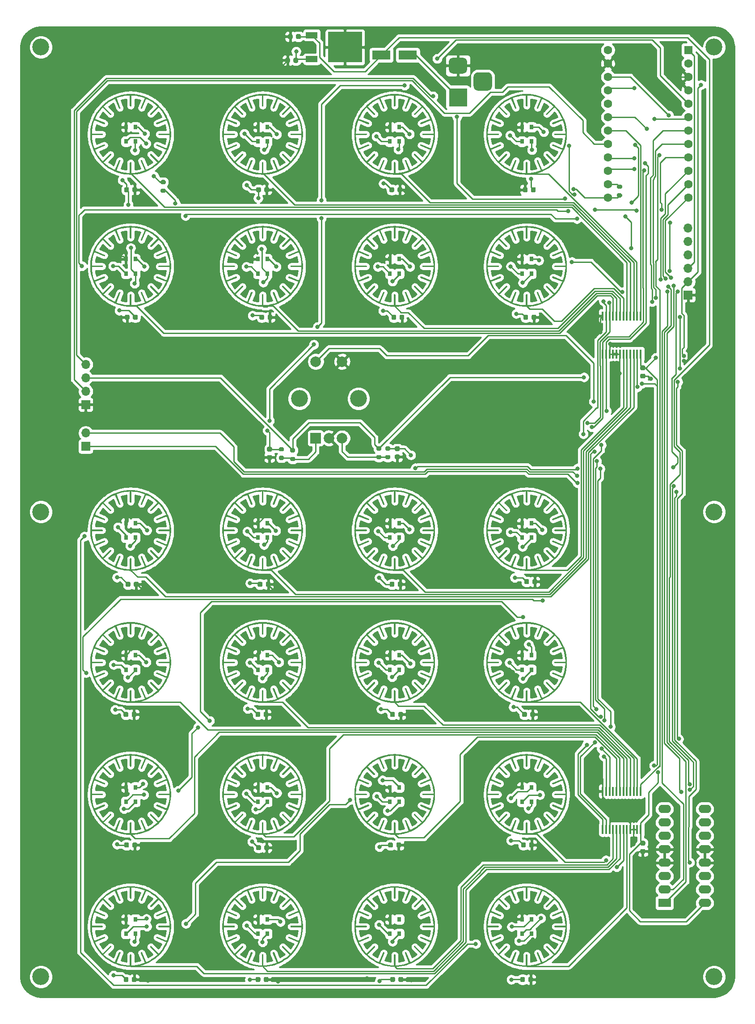
<source format=gbr>
%TF.GenerationSoftware,KiCad,Pcbnew,(5.1.7-0-10_14)*%
%TF.CreationDate,2021-09-21T18:25:24-03:00*%
%TF.ProjectId,Faduino-1,46616475-696e-46f2-9d31-2e6b69636164,1*%
%TF.SameCoordinates,Original*%
%TF.FileFunction,Copper,L1,Top*%
%TF.FilePolarity,Positive*%
%FSLAX46Y46*%
G04 Gerber Fmt 4.6, Leading zero omitted, Abs format (unit mm)*
G04 Created by KiCad (PCBNEW (5.1.7-0-10_14)) date 2021-09-21 18:25:24*
%MOMM*%
%LPD*%
G01*
G04 APERTURE LIST*
%TA.AperFunction,SMDPad,CuDef*%
%ADD10R,0.450000X1.750000*%
%TD*%
%TA.AperFunction,ComponentPad*%
%ADD11C,3.200000*%
%TD*%
%TA.AperFunction,SMDPad,CuDef*%
%ADD12R,0.800000X0.950000*%
%TD*%
%TA.AperFunction,ComponentPad*%
%ADD13O,1.700000X1.700000*%
%TD*%
%TA.AperFunction,ComponentPad*%
%ADD14R,1.700000X1.700000*%
%TD*%
%TA.AperFunction,SMDPad,CuDef*%
%ADD15R,3.500000X1.800000*%
%TD*%
%TA.AperFunction,ComponentPad*%
%ADD16R,2.000000X2.000000*%
%TD*%
%TA.AperFunction,ComponentPad*%
%ADD17C,2.000000*%
%TD*%
%TA.AperFunction,ComponentPad*%
%ADD18O,2.400000X1.600000*%
%TD*%
%TA.AperFunction,ComponentPad*%
%ADD19R,2.400000X1.600000*%
%TD*%
%TA.AperFunction,ComponentPad*%
%ADD20R,3.500000X3.500000*%
%TD*%
%TA.AperFunction,SMDPad,CuDef*%
%ADD21R,6.400000X5.800000*%
%TD*%
%TA.AperFunction,SMDPad,CuDef*%
%ADD22R,2.200000X1.200000*%
%TD*%
%TA.AperFunction,ComponentPad*%
%ADD23C,1.600000*%
%TD*%
%TA.AperFunction,ComponentPad*%
%ADD24R,1.600000X1.600000*%
%TD*%
%TA.AperFunction,SMDPad,CuDef*%
%ADD25C,1.000000*%
%TD*%
%TA.AperFunction,ViaPad*%
%ADD26C,0.800000*%
%TD*%
%TA.AperFunction,Conductor*%
%ADD27C,0.250000*%
%TD*%
%TA.AperFunction,Conductor*%
%ADD28C,0.254000*%
%TD*%
%TA.AperFunction,Conductor*%
%ADD29C,1.000000*%
%TD*%
G04 APERTURE END LIST*
D10*
%TO.P,Mux_2,24*%
%TO.N,VCC*%
X171575000Y-181600000D03*
%TO.P,Mux_2,23*%
%TO.N,GND*%
X170925000Y-181600000D03*
%TO.P,Mux_2,22*%
X170275000Y-181600000D03*
%TO.P,Mux_2,21*%
X169625000Y-181600000D03*
%TO.P,Mux_2,20*%
%TO.N,Net-(Mux_2-Pad20)*%
X168975000Y-181600000D03*
%TO.P,Mux_2,19*%
%TO.N,Net-(Mux_2-Pad19)*%
X168325000Y-181600000D03*
%TO.P,Mux_2,18*%
%TO.N,Net-(Mux_2-Pad18)*%
X167675000Y-181600000D03*
%TO.P,Mux_2,17*%
%TO.N,Net-(Mux_2-Pad17)*%
X167025000Y-181600000D03*
%TO.P,Mux_2,16*%
%TO.N,Net-(Mux_2-Pad16)*%
X166375000Y-181600000D03*
%TO.P,Mux_2,15*%
%TO.N,GND*%
X165725000Y-181600000D03*
%TO.P,Mux_2,14*%
%TO.N,S2*%
X165075000Y-181600000D03*
%TO.P,Mux_2,13*%
%TO.N,S3*%
X164425000Y-181600000D03*
%TO.P,Mux_2,12*%
%TO.N,GND*%
X164425000Y-174400000D03*
%TO.P,Mux_2,11*%
%TO.N,S1*%
X165075000Y-174400000D03*
%TO.P,Mux_2,10*%
%TO.N,S0*%
X165725000Y-174400000D03*
%TO.P,Mux_2,9*%
%TO.N,Net-(Mux_2-Pad9)*%
X166375000Y-174400000D03*
%TO.P,Mux_2,8*%
%TO.N,Net-(Mux_2-Pad8)*%
X167025000Y-174400000D03*
%TO.P,Mux_2,7*%
%TO.N,Net-(Mux_2-Pad7)*%
X167675000Y-174400000D03*
%TO.P,Mux_2,6*%
%TO.N,Net-(Mux_2-Pad6)*%
X168325000Y-174400000D03*
%TO.P,Mux_2,5*%
%TO.N,Net-(Mux_2-Pad5)*%
X168975000Y-174400000D03*
%TO.P,Mux_2,4*%
%TO.N,Net-(Mux_2-Pad4)*%
X169625000Y-174400000D03*
%TO.P,Mux_2,3*%
%TO.N,Net-(Mux_2-Pad3)*%
X170275000Y-174400000D03*
%TO.P,Mux_2,2*%
%TO.N,Net-(Mux_2-Pad2)*%
X170925000Y-174400000D03*
%TO.P,Mux_2,1*%
%TO.N,SIG_2*%
X171575000Y-174400000D03*
%TD*%
%TO.P,Mux_1,24*%
%TO.N,VCC*%
X171575000Y-91600000D03*
%TO.P,Mux_1,23*%
%TO.N,ENC_SW*%
X170925000Y-91600000D03*
%TO.P,Mux_1,22*%
%TO.N,Net-(Mux_1-Pad22)*%
X170275000Y-91600000D03*
%TO.P,Mux_1,21*%
%TO.N,Net-(Mux_1-Pad21)*%
X169625000Y-91600000D03*
%TO.P,Mux_1,20*%
%TO.N,Net-(Mux_1-Pad20)*%
X168975000Y-91600000D03*
%TO.P,Mux_1,19*%
%TO.N,Net-(Mux_1-Pad19)*%
X168325000Y-91600000D03*
%TO.P,Mux_1,18*%
%TO.N,GND*%
X167675000Y-91600000D03*
%TO.P,Mux_1,17*%
X167025000Y-91600000D03*
%TO.P,Mux_1,16*%
X166375000Y-91600000D03*
%TO.P,Mux_1,15*%
X165725000Y-91600000D03*
%TO.P,Mux_1,14*%
%TO.N,S2*%
X165075000Y-91600000D03*
%TO.P,Mux_1,13*%
%TO.N,S3*%
X164425000Y-91600000D03*
%TO.P,Mux_1,12*%
%TO.N,GND*%
X164425000Y-84400000D03*
%TO.P,Mux_1,11*%
%TO.N,S1*%
X165075000Y-84400000D03*
%TO.P,Mux_1,10*%
%TO.N,S0*%
X165725000Y-84400000D03*
%TO.P,Mux_1,9*%
%TO.N,Net-(Mux_1-Pad9)*%
X166375000Y-84400000D03*
%TO.P,Mux_1,8*%
%TO.N,Net-(Mux_1-Pad8)*%
X167025000Y-84400000D03*
%TO.P,Mux_1,7*%
%TO.N,Net-(Mux_1-Pad7)*%
X167675000Y-84400000D03*
%TO.P,Mux_1,6*%
%TO.N,Net-(Mux_1-Pad6)*%
X168325000Y-84400000D03*
%TO.P,Mux_1,5*%
%TO.N,Net-(Mux_1-Pad5)*%
X168975000Y-84400000D03*
%TO.P,Mux_1,4*%
%TO.N,Net-(Mux_1-Pad4)*%
X169625000Y-84400000D03*
%TO.P,Mux_1,3*%
%TO.N,Net-(Mux_1-Pad3)*%
X170275000Y-84400000D03*
%TO.P,Mux_1,2*%
%TO.N,Net-(Mux_1-Pad2)*%
X170925000Y-84400000D03*
%TO.P,Mux_1,1*%
%TO.N,SIG_1*%
X171575000Y-84400000D03*
%TD*%
D11*
%TO.P,REF\u002A\u002A,1*%
%TO.N,N/C*%
X58000000Y-121500000D03*
%TD*%
%TO.P,REF\u002A\u002A,1*%
%TO.N,N/C*%
X185500000Y-121500000D03*
%TD*%
%TO.P,REF\u002A\u002A,1*%
%TO.N,N/C*%
X185500000Y-209500000D03*
%TD*%
%TO.P,REF\u002A\u002A,1*%
%TO.N,N/C*%
X58000000Y-209500000D03*
%TD*%
%TO.P,REF\u002A\u002A,1*%
%TO.N,N/C*%
X185500000Y-33500000D03*
%TD*%
%TO.P,REF\u002A\u002A,1*%
%TO.N,N/C*%
X58000000Y-33500000D03*
%TD*%
%TO.P,C6,2*%
%TO.N,GND*%
%TA.AperFunction,SMDPad,CuDef*%
G36*
G01*
X100935000Y-84890000D02*
X100935000Y-84390000D01*
G75*
G02*
X101160000Y-84165000I225000J0D01*
G01*
X101610000Y-84165000D01*
G75*
G02*
X101835000Y-84390000I0J-225000D01*
G01*
X101835000Y-84890000D01*
G75*
G02*
X101610000Y-85115000I-225000J0D01*
G01*
X101160000Y-85115000D01*
G75*
G02*
X100935000Y-84890000I0J225000D01*
G01*
G37*
%TD.AperFunction*%
%TO.P,C6,1*%
%TO.N,5V*%
%TA.AperFunction,SMDPad,CuDef*%
G36*
G01*
X99385000Y-84890000D02*
X99385000Y-84390000D01*
G75*
G02*
X99610000Y-84165000I225000J0D01*
G01*
X100060000Y-84165000D01*
G75*
G02*
X100285000Y-84390000I0J-225000D01*
G01*
X100285000Y-84890000D01*
G75*
G02*
X100060000Y-85115000I-225000J0D01*
G01*
X99610000Y-85115000D01*
G75*
G02*
X99385000Y-84890000I0J225000D01*
G01*
G37*
%TD.AperFunction*%
%TD*%
%TO.P,C5,2*%
%TO.N,GND*%
%TA.AperFunction,SMDPad,CuDef*%
G36*
G01*
X74785000Y-84390000D02*
X74785000Y-84890000D01*
G75*
G02*
X74560000Y-85115000I-225000J0D01*
G01*
X74110000Y-85115000D01*
G75*
G02*
X73885000Y-84890000I0J225000D01*
G01*
X73885000Y-84390000D01*
G75*
G02*
X74110000Y-84165000I225000J0D01*
G01*
X74560000Y-84165000D01*
G75*
G02*
X74785000Y-84390000I0J-225000D01*
G01*
G37*
%TD.AperFunction*%
%TO.P,C5,1*%
%TO.N,5V*%
%TA.AperFunction,SMDPad,CuDef*%
G36*
G01*
X76335000Y-84390000D02*
X76335000Y-84890000D01*
G75*
G02*
X76110000Y-85115000I-225000J0D01*
G01*
X75660000Y-85115000D01*
G75*
G02*
X75435000Y-84890000I0J225000D01*
G01*
X75435000Y-84390000D01*
G75*
G02*
X75660000Y-84165000I225000J0D01*
G01*
X76110000Y-84165000D01*
G75*
G02*
X76335000Y-84390000I0J-225000D01*
G01*
G37*
%TD.AperFunction*%
%TD*%
%TO.P,C8,2*%
%TO.N,GND*%
%TA.AperFunction,SMDPad,CuDef*%
G36*
G01*
X150935000Y-84890000D02*
X150935000Y-84390000D01*
G75*
G02*
X151160000Y-84165000I225000J0D01*
G01*
X151610000Y-84165000D01*
G75*
G02*
X151835000Y-84390000I0J-225000D01*
G01*
X151835000Y-84890000D01*
G75*
G02*
X151610000Y-85115000I-225000J0D01*
G01*
X151160000Y-85115000D01*
G75*
G02*
X150935000Y-84890000I0J225000D01*
G01*
G37*
%TD.AperFunction*%
%TO.P,C8,1*%
%TO.N,5V*%
%TA.AperFunction,SMDPad,CuDef*%
G36*
G01*
X149385000Y-84890000D02*
X149385000Y-84390000D01*
G75*
G02*
X149610000Y-84165000I225000J0D01*
G01*
X150060000Y-84165000D01*
G75*
G02*
X150285000Y-84390000I0J-225000D01*
G01*
X150285000Y-84890000D01*
G75*
G02*
X150060000Y-85115000I-225000J0D01*
G01*
X149610000Y-85115000D01*
G75*
G02*
X149385000Y-84890000I0J225000D01*
G01*
G37*
%TD.AperFunction*%
%TD*%
%TO.P,C7,2*%
%TO.N,GND*%
%TA.AperFunction,SMDPad,CuDef*%
G36*
G01*
X125935000Y-84890000D02*
X125935000Y-84390000D01*
G75*
G02*
X126160000Y-84165000I225000J0D01*
G01*
X126610000Y-84165000D01*
G75*
G02*
X126835000Y-84390000I0J-225000D01*
G01*
X126835000Y-84890000D01*
G75*
G02*
X126610000Y-85115000I-225000J0D01*
G01*
X126160000Y-85115000D01*
G75*
G02*
X125935000Y-84890000I0J225000D01*
G01*
G37*
%TD.AperFunction*%
%TO.P,C7,1*%
%TO.N,5V*%
%TA.AperFunction,SMDPad,CuDef*%
G36*
G01*
X124385000Y-84890000D02*
X124385000Y-84390000D01*
G75*
G02*
X124610000Y-84165000I225000J0D01*
G01*
X125060000Y-84165000D01*
G75*
G02*
X125285000Y-84390000I0J-225000D01*
G01*
X125285000Y-84890000D01*
G75*
G02*
X125060000Y-85115000I-225000J0D01*
G01*
X124610000Y-85115000D01*
G75*
G02*
X124385000Y-84890000I0J225000D01*
G01*
G37*
%TD.AperFunction*%
%TD*%
%TO.P,C_mux_1,2*%
%TO.N,GND*%
%TA.AperFunction,SMDPad,CuDef*%
G36*
G01*
X171750000Y-95325000D02*
X172250000Y-95325000D01*
G75*
G02*
X172475000Y-95550000I0J-225000D01*
G01*
X172475000Y-96000000D01*
G75*
G02*
X172250000Y-96225000I-225000J0D01*
G01*
X171750000Y-96225000D01*
G75*
G02*
X171525000Y-96000000I0J225000D01*
G01*
X171525000Y-95550000D01*
G75*
G02*
X171750000Y-95325000I225000J0D01*
G01*
G37*
%TD.AperFunction*%
%TO.P,C_mux_1,1*%
%TO.N,VCC*%
%TA.AperFunction,SMDPad,CuDef*%
G36*
G01*
X171750000Y-93775000D02*
X172250000Y-93775000D01*
G75*
G02*
X172475000Y-94000000I0J-225000D01*
G01*
X172475000Y-94450000D01*
G75*
G02*
X172250000Y-94675000I-225000J0D01*
G01*
X171750000Y-94675000D01*
G75*
G02*
X171525000Y-94450000I0J225000D01*
G01*
X171525000Y-94000000D01*
G75*
G02*
X171750000Y-93775000I225000J0D01*
G01*
G37*
%TD.AperFunction*%
%TD*%
%TO.P,C_mux_2,2*%
%TO.N,GND*%
%TA.AperFunction,SMDPad,CuDef*%
G36*
G01*
X171750000Y-185325000D02*
X172250000Y-185325000D01*
G75*
G02*
X172475000Y-185550000I0J-225000D01*
G01*
X172475000Y-186000000D01*
G75*
G02*
X172250000Y-186225000I-225000J0D01*
G01*
X171750000Y-186225000D01*
G75*
G02*
X171525000Y-186000000I0J225000D01*
G01*
X171525000Y-185550000D01*
G75*
G02*
X171750000Y-185325000I225000J0D01*
G01*
G37*
%TD.AperFunction*%
%TO.P,C_mux_2,1*%
%TO.N,VCC*%
%TA.AperFunction,SMDPad,CuDef*%
G36*
G01*
X171750000Y-183775000D02*
X172250000Y-183775000D01*
G75*
G02*
X172475000Y-184000000I0J-225000D01*
G01*
X172475000Y-184450000D01*
G75*
G02*
X172250000Y-184675000I-225000J0D01*
G01*
X171750000Y-184675000D01*
G75*
G02*
X171525000Y-184450000I0J225000D01*
G01*
X171525000Y-184000000D01*
G75*
G02*
X171750000Y-183775000I225000J0D01*
G01*
G37*
%TD.AperFunction*%
%TD*%
%TO.P,C_pwr_1,2*%
%TO.N,GND*%
%TA.AperFunction,SMDPad,CuDef*%
G36*
G01*
X105675000Y-31250000D02*
X105675000Y-31750000D01*
G75*
G02*
X105450000Y-31975000I-225000J0D01*
G01*
X105000000Y-31975000D01*
G75*
G02*
X104775000Y-31750000I0J225000D01*
G01*
X104775000Y-31250000D01*
G75*
G02*
X105000000Y-31025000I225000J0D01*
G01*
X105450000Y-31025000D01*
G75*
G02*
X105675000Y-31250000I0J-225000D01*
G01*
G37*
%TD.AperFunction*%
%TO.P,C_pwr_1,1*%
%TO.N,9V*%
%TA.AperFunction,SMDPad,CuDef*%
G36*
G01*
X107225000Y-31250000D02*
X107225000Y-31750000D01*
G75*
G02*
X107000000Y-31975000I-225000J0D01*
G01*
X106550000Y-31975000D01*
G75*
G02*
X106325000Y-31750000I0J225000D01*
G01*
X106325000Y-31250000D01*
G75*
G02*
X106550000Y-31025000I225000J0D01*
G01*
X107000000Y-31025000D01*
G75*
G02*
X107225000Y-31250000I0J-225000D01*
G01*
G37*
%TD.AperFunction*%
%TD*%
%TO.P,C_pwr_2,2*%
%TO.N,GND*%
%TA.AperFunction,SMDPad,CuDef*%
G36*
G01*
X105175000Y-35750000D02*
X105175000Y-36250000D01*
G75*
G02*
X104950000Y-36475000I-225000J0D01*
G01*
X104500000Y-36475000D01*
G75*
G02*
X104275000Y-36250000I0J225000D01*
G01*
X104275000Y-35750000D01*
G75*
G02*
X104500000Y-35525000I225000J0D01*
G01*
X104950000Y-35525000D01*
G75*
G02*
X105175000Y-35750000I0J-225000D01*
G01*
G37*
%TD.AperFunction*%
%TO.P,C_pwr_2,1*%
%TO.N,5V*%
%TA.AperFunction,SMDPad,CuDef*%
G36*
G01*
X106725000Y-35750000D02*
X106725000Y-36250000D01*
G75*
G02*
X106500000Y-36475000I-225000J0D01*
G01*
X106050000Y-36475000D01*
G75*
G02*
X105825000Y-36250000I0J225000D01*
G01*
X105825000Y-35750000D01*
G75*
G02*
X106050000Y-35525000I225000J0D01*
G01*
X106500000Y-35525000D01*
G75*
G02*
X106725000Y-35750000I0J-225000D01*
G01*
G37*
%TD.AperFunction*%
%TD*%
%TO.P,C1,2*%
%TO.N,GND*%
%TA.AperFunction,SMDPad,CuDef*%
G36*
G01*
X75325000Y-60750000D02*
X75325000Y-60250000D01*
G75*
G02*
X75550000Y-60025000I225000J0D01*
G01*
X76000000Y-60025000D01*
G75*
G02*
X76225000Y-60250000I0J-225000D01*
G01*
X76225000Y-60750000D01*
G75*
G02*
X76000000Y-60975000I-225000J0D01*
G01*
X75550000Y-60975000D01*
G75*
G02*
X75325000Y-60750000I0J225000D01*
G01*
G37*
%TD.AperFunction*%
%TO.P,C1,1*%
%TO.N,5V*%
%TA.AperFunction,SMDPad,CuDef*%
G36*
G01*
X73775000Y-60750000D02*
X73775000Y-60250000D01*
G75*
G02*
X74000000Y-60025000I225000J0D01*
G01*
X74450000Y-60025000D01*
G75*
G02*
X74675000Y-60250000I0J-225000D01*
G01*
X74675000Y-60750000D01*
G75*
G02*
X74450000Y-60975000I-225000J0D01*
G01*
X74000000Y-60975000D01*
G75*
G02*
X73775000Y-60750000I0J225000D01*
G01*
G37*
%TD.AperFunction*%
%TD*%
%TO.P,C13,2*%
%TO.N,GND*%
%TA.AperFunction,SMDPad,CuDef*%
G36*
G01*
X125605000Y-135450000D02*
X125605000Y-134950000D01*
G75*
G02*
X125830000Y-134725000I225000J0D01*
G01*
X126280000Y-134725000D01*
G75*
G02*
X126505000Y-134950000I0J-225000D01*
G01*
X126505000Y-135450000D01*
G75*
G02*
X126280000Y-135675000I-225000J0D01*
G01*
X125830000Y-135675000D01*
G75*
G02*
X125605000Y-135450000I0J225000D01*
G01*
G37*
%TD.AperFunction*%
%TO.P,C13,1*%
%TO.N,5V*%
%TA.AperFunction,SMDPad,CuDef*%
G36*
G01*
X124055000Y-135450000D02*
X124055000Y-134950000D01*
G75*
G02*
X124280000Y-134725000I225000J0D01*
G01*
X124730000Y-134725000D01*
G75*
G02*
X124955000Y-134950000I0J-225000D01*
G01*
X124955000Y-135450000D01*
G75*
G02*
X124730000Y-135675000I-225000J0D01*
G01*
X124280000Y-135675000D01*
G75*
G02*
X124055000Y-135450000I0J225000D01*
G01*
G37*
%TD.AperFunction*%
%TD*%
%TO.P,C2,2*%
%TO.N,GND*%
%TA.AperFunction,SMDPad,CuDef*%
G36*
G01*
X100325000Y-60750000D02*
X100325000Y-60250000D01*
G75*
G02*
X100550000Y-60025000I225000J0D01*
G01*
X101000000Y-60025000D01*
G75*
G02*
X101225000Y-60250000I0J-225000D01*
G01*
X101225000Y-60750000D01*
G75*
G02*
X101000000Y-60975000I-225000J0D01*
G01*
X100550000Y-60975000D01*
G75*
G02*
X100325000Y-60750000I0J225000D01*
G01*
G37*
%TD.AperFunction*%
%TO.P,C2,1*%
%TO.N,5V*%
%TA.AperFunction,SMDPad,CuDef*%
G36*
G01*
X98775000Y-60750000D02*
X98775000Y-60250000D01*
G75*
G02*
X99000000Y-60025000I225000J0D01*
G01*
X99450000Y-60025000D01*
G75*
G02*
X99675000Y-60250000I0J-225000D01*
G01*
X99675000Y-60750000D01*
G75*
G02*
X99450000Y-60975000I-225000J0D01*
G01*
X99000000Y-60975000D01*
G75*
G02*
X98775000Y-60750000I0J225000D01*
G01*
G37*
%TD.AperFunction*%
%TD*%
%TO.P,C14,2*%
%TO.N,GND*%
%TA.AperFunction,SMDPad,CuDef*%
G36*
G01*
X151105000Y-134950000D02*
X151105000Y-134450000D01*
G75*
G02*
X151330000Y-134225000I225000J0D01*
G01*
X151780000Y-134225000D01*
G75*
G02*
X152005000Y-134450000I0J-225000D01*
G01*
X152005000Y-134950000D01*
G75*
G02*
X151780000Y-135175000I-225000J0D01*
G01*
X151330000Y-135175000D01*
G75*
G02*
X151105000Y-134950000I0J225000D01*
G01*
G37*
%TD.AperFunction*%
%TO.P,C14,1*%
%TO.N,5V*%
%TA.AperFunction,SMDPad,CuDef*%
G36*
G01*
X149555000Y-134950000D02*
X149555000Y-134450000D01*
G75*
G02*
X149780000Y-134225000I225000J0D01*
G01*
X150230000Y-134225000D01*
G75*
G02*
X150455000Y-134450000I0J-225000D01*
G01*
X150455000Y-134950000D01*
G75*
G02*
X150230000Y-135175000I-225000J0D01*
G01*
X149780000Y-135175000D01*
G75*
G02*
X149555000Y-134950000I0J225000D01*
G01*
G37*
%TD.AperFunction*%
%TD*%
%TO.P,C3,2*%
%TO.N,GND*%
%TA.AperFunction,SMDPad,CuDef*%
G36*
G01*
X125550000Y-60750000D02*
X125550000Y-60250000D01*
G75*
G02*
X125775000Y-60025000I225000J0D01*
G01*
X126225000Y-60025000D01*
G75*
G02*
X126450000Y-60250000I0J-225000D01*
G01*
X126450000Y-60750000D01*
G75*
G02*
X126225000Y-60975000I-225000J0D01*
G01*
X125775000Y-60975000D01*
G75*
G02*
X125550000Y-60750000I0J225000D01*
G01*
G37*
%TD.AperFunction*%
%TO.P,C3,1*%
%TO.N,5V*%
%TA.AperFunction,SMDPad,CuDef*%
G36*
G01*
X124000000Y-60750000D02*
X124000000Y-60250000D01*
G75*
G02*
X124225000Y-60025000I225000J0D01*
G01*
X124675000Y-60025000D01*
G75*
G02*
X124900000Y-60250000I0J-225000D01*
G01*
X124900000Y-60750000D01*
G75*
G02*
X124675000Y-60975000I-225000J0D01*
G01*
X124225000Y-60975000D01*
G75*
G02*
X124000000Y-60750000I0J225000D01*
G01*
G37*
%TD.AperFunction*%
%TD*%
%TO.P,C15,2*%
%TO.N,GND*%
%TA.AperFunction,SMDPad,CuDef*%
G36*
G01*
X75195000Y-160090000D02*
X75195000Y-159590000D01*
G75*
G02*
X75420000Y-159365000I225000J0D01*
G01*
X75870000Y-159365000D01*
G75*
G02*
X76095000Y-159590000I0J-225000D01*
G01*
X76095000Y-160090000D01*
G75*
G02*
X75870000Y-160315000I-225000J0D01*
G01*
X75420000Y-160315000D01*
G75*
G02*
X75195000Y-160090000I0J225000D01*
G01*
G37*
%TD.AperFunction*%
%TO.P,C15,1*%
%TO.N,5V*%
%TA.AperFunction,SMDPad,CuDef*%
G36*
G01*
X73645000Y-160090000D02*
X73645000Y-159590000D01*
G75*
G02*
X73870000Y-159365000I225000J0D01*
G01*
X74320000Y-159365000D01*
G75*
G02*
X74545000Y-159590000I0J-225000D01*
G01*
X74545000Y-160090000D01*
G75*
G02*
X74320000Y-160315000I-225000J0D01*
G01*
X73870000Y-160315000D01*
G75*
G02*
X73645000Y-160090000I0J225000D01*
G01*
G37*
%TD.AperFunction*%
%TD*%
%TO.P,C4,2*%
%TO.N,GND*%
%TA.AperFunction,SMDPad,CuDef*%
G36*
G01*
X150175000Y-60250000D02*
X150175000Y-60750000D01*
G75*
G02*
X149950000Y-60975000I-225000J0D01*
G01*
X149500000Y-60975000D01*
G75*
G02*
X149275000Y-60750000I0J225000D01*
G01*
X149275000Y-60250000D01*
G75*
G02*
X149500000Y-60025000I225000J0D01*
G01*
X149950000Y-60025000D01*
G75*
G02*
X150175000Y-60250000I0J-225000D01*
G01*
G37*
%TD.AperFunction*%
%TO.P,C4,1*%
%TO.N,5V*%
%TA.AperFunction,SMDPad,CuDef*%
G36*
G01*
X151725000Y-60250000D02*
X151725000Y-60750000D01*
G75*
G02*
X151500000Y-60975000I-225000J0D01*
G01*
X151050000Y-60975000D01*
G75*
G02*
X150825000Y-60750000I0J225000D01*
G01*
X150825000Y-60250000D01*
G75*
G02*
X151050000Y-60025000I225000J0D01*
G01*
X151500000Y-60025000D01*
G75*
G02*
X151725000Y-60250000I0J-225000D01*
G01*
G37*
%TD.AperFunction*%
%TD*%
%TO.P,C16,2*%
%TO.N,GND*%
%TA.AperFunction,SMDPad,CuDef*%
G36*
G01*
X100195000Y-160090000D02*
X100195000Y-159590000D01*
G75*
G02*
X100420000Y-159365000I225000J0D01*
G01*
X100870000Y-159365000D01*
G75*
G02*
X101095000Y-159590000I0J-225000D01*
G01*
X101095000Y-160090000D01*
G75*
G02*
X100870000Y-160315000I-225000J0D01*
G01*
X100420000Y-160315000D01*
G75*
G02*
X100195000Y-160090000I0J225000D01*
G01*
G37*
%TD.AperFunction*%
%TO.P,C16,1*%
%TO.N,5V*%
%TA.AperFunction,SMDPad,CuDef*%
G36*
G01*
X98645000Y-160090000D02*
X98645000Y-159590000D01*
G75*
G02*
X98870000Y-159365000I225000J0D01*
G01*
X99320000Y-159365000D01*
G75*
G02*
X99545000Y-159590000I0J-225000D01*
G01*
X99545000Y-160090000D01*
G75*
G02*
X99320000Y-160315000I-225000J0D01*
G01*
X98870000Y-160315000D01*
G75*
G02*
X98645000Y-160090000I0J225000D01*
G01*
G37*
%TD.AperFunction*%
%TD*%
%TO.P,C17,2*%
%TO.N,GND*%
%TA.AperFunction,SMDPad,CuDef*%
G36*
G01*
X125695000Y-160090000D02*
X125695000Y-159590000D01*
G75*
G02*
X125920000Y-159365000I225000J0D01*
G01*
X126370000Y-159365000D01*
G75*
G02*
X126595000Y-159590000I0J-225000D01*
G01*
X126595000Y-160090000D01*
G75*
G02*
X126370000Y-160315000I-225000J0D01*
G01*
X125920000Y-160315000D01*
G75*
G02*
X125695000Y-160090000I0J225000D01*
G01*
G37*
%TD.AperFunction*%
%TO.P,C17,1*%
%TO.N,5V*%
%TA.AperFunction,SMDPad,CuDef*%
G36*
G01*
X124145000Y-160090000D02*
X124145000Y-159590000D01*
G75*
G02*
X124370000Y-159365000I225000J0D01*
G01*
X124820000Y-159365000D01*
G75*
G02*
X125045000Y-159590000I0J-225000D01*
G01*
X125045000Y-160090000D01*
G75*
G02*
X124820000Y-160315000I-225000J0D01*
G01*
X124370000Y-160315000D01*
G75*
G02*
X124145000Y-160090000I0J225000D01*
G01*
G37*
%TD.AperFunction*%
%TD*%
%TO.P,C18,2*%
%TO.N,GND*%
%TA.AperFunction,SMDPad,CuDef*%
G36*
G01*
X150695000Y-160090000D02*
X150695000Y-159590000D01*
G75*
G02*
X150920000Y-159365000I225000J0D01*
G01*
X151370000Y-159365000D01*
G75*
G02*
X151595000Y-159590000I0J-225000D01*
G01*
X151595000Y-160090000D01*
G75*
G02*
X151370000Y-160315000I-225000J0D01*
G01*
X150920000Y-160315000D01*
G75*
G02*
X150695000Y-160090000I0J225000D01*
G01*
G37*
%TD.AperFunction*%
%TO.P,C18,1*%
%TO.N,5V*%
%TA.AperFunction,SMDPad,CuDef*%
G36*
G01*
X149145000Y-160090000D02*
X149145000Y-159590000D01*
G75*
G02*
X149370000Y-159365000I225000J0D01*
G01*
X149820000Y-159365000D01*
G75*
G02*
X150045000Y-159590000I0J-225000D01*
G01*
X150045000Y-160090000D01*
G75*
G02*
X149820000Y-160315000I-225000J0D01*
G01*
X149370000Y-160315000D01*
G75*
G02*
X149145000Y-160090000I0J225000D01*
G01*
G37*
%TD.AperFunction*%
%TD*%
%TO.P,C19,2*%
%TO.N,GND*%
%TA.AperFunction,SMDPad,CuDef*%
G36*
G01*
X75325000Y-184810000D02*
X75325000Y-184310000D01*
G75*
G02*
X75550000Y-184085000I225000J0D01*
G01*
X76000000Y-184085000D01*
G75*
G02*
X76225000Y-184310000I0J-225000D01*
G01*
X76225000Y-184810000D01*
G75*
G02*
X76000000Y-185035000I-225000J0D01*
G01*
X75550000Y-185035000D01*
G75*
G02*
X75325000Y-184810000I0J225000D01*
G01*
G37*
%TD.AperFunction*%
%TO.P,C19,1*%
%TO.N,5V*%
%TA.AperFunction,SMDPad,CuDef*%
G36*
G01*
X73775000Y-184810000D02*
X73775000Y-184310000D01*
G75*
G02*
X74000000Y-184085000I225000J0D01*
G01*
X74450000Y-184085000D01*
G75*
G02*
X74675000Y-184310000I0J-225000D01*
G01*
X74675000Y-184810000D01*
G75*
G02*
X74450000Y-185035000I-225000J0D01*
G01*
X74000000Y-185035000D01*
G75*
G02*
X73775000Y-184810000I0J225000D01*
G01*
G37*
%TD.AperFunction*%
%TD*%
%TO.P,C20,2*%
%TO.N,GND*%
%TA.AperFunction,SMDPad,CuDef*%
G36*
G01*
X100325000Y-185310000D02*
X100325000Y-184810000D01*
G75*
G02*
X100550000Y-184585000I225000J0D01*
G01*
X101000000Y-184585000D01*
G75*
G02*
X101225000Y-184810000I0J-225000D01*
G01*
X101225000Y-185310000D01*
G75*
G02*
X101000000Y-185535000I-225000J0D01*
G01*
X100550000Y-185535000D01*
G75*
G02*
X100325000Y-185310000I0J225000D01*
G01*
G37*
%TD.AperFunction*%
%TO.P,C20,1*%
%TO.N,5V*%
%TA.AperFunction,SMDPad,CuDef*%
G36*
G01*
X98775000Y-185310000D02*
X98775000Y-184810000D01*
G75*
G02*
X99000000Y-184585000I225000J0D01*
G01*
X99450000Y-184585000D01*
G75*
G02*
X99675000Y-184810000I0J-225000D01*
G01*
X99675000Y-185310000D01*
G75*
G02*
X99450000Y-185535000I-225000J0D01*
G01*
X99000000Y-185535000D01*
G75*
G02*
X98775000Y-185310000I0J225000D01*
G01*
G37*
%TD.AperFunction*%
%TD*%
%TO.P,C9,2*%
%TO.N,GND*%
%TA.AperFunction,SMDPad,CuDef*%
G36*
G01*
X150485000Y-184790000D02*
X150485000Y-184290000D01*
G75*
G02*
X150710000Y-184065000I225000J0D01*
G01*
X151160000Y-184065000D01*
G75*
G02*
X151385000Y-184290000I0J-225000D01*
G01*
X151385000Y-184790000D01*
G75*
G02*
X151160000Y-185015000I-225000J0D01*
G01*
X150710000Y-185015000D01*
G75*
G02*
X150485000Y-184790000I0J225000D01*
G01*
G37*
%TD.AperFunction*%
%TO.P,C9,1*%
%TO.N,5V*%
%TA.AperFunction,SMDPad,CuDef*%
G36*
G01*
X148935000Y-184790000D02*
X148935000Y-184290000D01*
G75*
G02*
X149160000Y-184065000I225000J0D01*
G01*
X149610000Y-184065000D01*
G75*
G02*
X149835000Y-184290000I0J-225000D01*
G01*
X149835000Y-184790000D01*
G75*
G02*
X149610000Y-185015000I-225000J0D01*
G01*
X149160000Y-185015000D01*
G75*
G02*
X148935000Y-184790000I0J225000D01*
G01*
G37*
%TD.AperFunction*%
%TD*%
%TO.P,C21,2*%
%TO.N,GND*%
%TA.AperFunction,SMDPad,CuDef*%
G36*
G01*
X125325000Y-184810000D02*
X125325000Y-184310000D01*
G75*
G02*
X125550000Y-184085000I225000J0D01*
G01*
X126000000Y-184085000D01*
G75*
G02*
X126225000Y-184310000I0J-225000D01*
G01*
X126225000Y-184810000D01*
G75*
G02*
X126000000Y-185035000I-225000J0D01*
G01*
X125550000Y-185035000D01*
G75*
G02*
X125325000Y-184810000I0J225000D01*
G01*
G37*
%TD.AperFunction*%
%TO.P,C21,1*%
%TO.N,5V*%
%TA.AperFunction,SMDPad,CuDef*%
G36*
G01*
X123775000Y-184810000D02*
X123775000Y-184310000D01*
G75*
G02*
X124000000Y-184085000I225000J0D01*
G01*
X124450000Y-184085000D01*
G75*
G02*
X124675000Y-184310000I0J-225000D01*
G01*
X124675000Y-184810000D01*
G75*
G02*
X124450000Y-185035000I-225000J0D01*
G01*
X124000000Y-185035000D01*
G75*
G02*
X123775000Y-184810000I0J225000D01*
G01*
G37*
%TD.AperFunction*%
%TD*%
%TO.P,C10,2*%
%TO.N,GND*%
%TA.AperFunction,SMDPad,CuDef*%
G36*
G01*
X150325000Y-210280000D02*
X150325000Y-209780000D01*
G75*
G02*
X150550000Y-209555000I225000J0D01*
G01*
X151000000Y-209555000D01*
G75*
G02*
X151225000Y-209780000I0J-225000D01*
G01*
X151225000Y-210280000D01*
G75*
G02*
X151000000Y-210505000I-225000J0D01*
G01*
X150550000Y-210505000D01*
G75*
G02*
X150325000Y-210280000I0J225000D01*
G01*
G37*
%TD.AperFunction*%
%TO.P,C10,1*%
%TO.N,5V*%
%TA.AperFunction,SMDPad,CuDef*%
G36*
G01*
X148775000Y-210280000D02*
X148775000Y-209780000D01*
G75*
G02*
X149000000Y-209555000I225000J0D01*
G01*
X149450000Y-209555000D01*
G75*
G02*
X149675000Y-209780000I0J-225000D01*
G01*
X149675000Y-210280000D01*
G75*
G02*
X149450000Y-210505000I-225000J0D01*
G01*
X149000000Y-210505000D01*
G75*
G02*
X148775000Y-210280000I0J225000D01*
G01*
G37*
%TD.AperFunction*%
%TD*%
%TO.P,C22,2*%
%TO.N,GND*%
%TA.AperFunction,SMDPad,CuDef*%
G36*
G01*
X75225000Y-210280000D02*
X75225000Y-209780000D01*
G75*
G02*
X75450000Y-209555000I225000J0D01*
G01*
X75900000Y-209555000D01*
G75*
G02*
X76125000Y-209780000I0J-225000D01*
G01*
X76125000Y-210280000D01*
G75*
G02*
X75900000Y-210505000I-225000J0D01*
G01*
X75450000Y-210505000D01*
G75*
G02*
X75225000Y-210280000I0J225000D01*
G01*
G37*
%TD.AperFunction*%
%TO.P,C22,1*%
%TO.N,5V*%
%TA.AperFunction,SMDPad,CuDef*%
G36*
G01*
X73675000Y-210280000D02*
X73675000Y-209780000D01*
G75*
G02*
X73900000Y-209555000I225000J0D01*
G01*
X74350000Y-209555000D01*
G75*
G02*
X74575000Y-209780000I0J-225000D01*
G01*
X74575000Y-210280000D01*
G75*
G02*
X74350000Y-210505000I-225000J0D01*
G01*
X73900000Y-210505000D01*
G75*
G02*
X73675000Y-210280000I0J225000D01*
G01*
G37*
%TD.AperFunction*%
%TD*%
%TO.P,C11,2*%
%TO.N,GND*%
%TA.AperFunction,SMDPad,CuDef*%
G36*
G01*
X75605000Y-135450000D02*
X75605000Y-134950000D01*
G75*
G02*
X75830000Y-134725000I225000J0D01*
G01*
X76280000Y-134725000D01*
G75*
G02*
X76505000Y-134950000I0J-225000D01*
G01*
X76505000Y-135450000D01*
G75*
G02*
X76280000Y-135675000I-225000J0D01*
G01*
X75830000Y-135675000D01*
G75*
G02*
X75605000Y-135450000I0J225000D01*
G01*
G37*
%TD.AperFunction*%
%TO.P,C11,1*%
%TO.N,5V*%
%TA.AperFunction,SMDPad,CuDef*%
G36*
G01*
X74055000Y-135450000D02*
X74055000Y-134950000D01*
G75*
G02*
X74280000Y-134725000I225000J0D01*
G01*
X74730000Y-134725000D01*
G75*
G02*
X74955000Y-134950000I0J-225000D01*
G01*
X74955000Y-135450000D01*
G75*
G02*
X74730000Y-135675000I-225000J0D01*
G01*
X74280000Y-135675000D01*
G75*
G02*
X74055000Y-135450000I0J225000D01*
G01*
G37*
%TD.AperFunction*%
%TD*%
%TO.P,C23,2*%
%TO.N,GND*%
%TA.AperFunction,SMDPad,CuDef*%
G36*
G01*
X100225000Y-210280000D02*
X100225000Y-209780000D01*
G75*
G02*
X100450000Y-209555000I225000J0D01*
G01*
X100900000Y-209555000D01*
G75*
G02*
X101125000Y-209780000I0J-225000D01*
G01*
X101125000Y-210280000D01*
G75*
G02*
X100900000Y-210505000I-225000J0D01*
G01*
X100450000Y-210505000D01*
G75*
G02*
X100225000Y-210280000I0J225000D01*
G01*
G37*
%TD.AperFunction*%
%TO.P,C23,1*%
%TO.N,5V*%
%TA.AperFunction,SMDPad,CuDef*%
G36*
G01*
X98675000Y-210280000D02*
X98675000Y-209780000D01*
G75*
G02*
X98900000Y-209555000I225000J0D01*
G01*
X99350000Y-209555000D01*
G75*
G02*
X99575000Y-209780000I0J-225000D01*
G01*
X99575000Y-210280000D01*
G75*
G02*
X99350000Y-210505000I-225000J0D01*
G01*
X98900000Y-210505000D01*
G75*
G02*
X98675000Y-210280000I0J225000D01*
G01*
G37*
%TD.AperFunction*%
%TD*%
%TO.P,C12,2*%
%TO.N,GND*%
%TA.AperFunction,SMDPad,CuDef*%
G36*
G01*
X100605000Y-135450000D02*
X100605000Y-134950000D01*
G75*
G02*
X100830000Y-134725000I225000J0D01*
G01*
X101280000Y-134725000D01*
G75*
G02*
X101505000Y-134950000I0J-225000D01*
G01*
X101505000Y-135450000D01*
G75*
G02*
X101280000Y-135675000I-225000J0D01*
G01*
X100830000Y-135675000D01*
G75*
G02*
X100605000Y-135450000I0J225000D01*
G01*
G37*
%TD.AperFunction*%
%TO.P,C12,1*%
%TO.N,5V*%
%TA.AperFunction,SMDPad,CuDef*%
G36*
G01*
X99055000Y-135450000D02*
X99055000Y-134950000D01*
G75*
G02*
X99280000Y-134725000I225000J0D01*
G01*
X99730000Y-134725000D01*
G75*
G02*
X99955000Y-134950000I0J-225000D01*
G01*
X99955000Y-135450000D01*
G75*
G02*
X99730000Y-135675000I-225000J0D01*
G01*
X99280000Y-135675000D01*
G75*
G02*
X99055000Y-135450000I0J225000D01*
G01*
G37*
%TD.AperFunction*%
%TD*%
%TO.P,C24,2*%
%TO.N,GND*%
%TA.AperFunction,SMDPad,CuDef*%
G36*
G01*
X125725000Y-210280000D02*
X125725000Y-209780000D01*
G75*
G02*
X125950000Y-209555000I225000J0D01*
G01*
X126400000Y-209555000D01*
G75*
G02*
X126625000Y-209780000I0J-225000D01*
G01*
X126625000Y-210280000D01*
G75*
G02*
X126400000Y-210505000I-225000J0D01*
G01*
X125950000Y-210505000D01*
G75*
G02*
X125725000Y-210280000I0J225000D01*
G01*
G37*
%TD.AperFunction*%
%TO.P,C24,1*%
%TO.N,5V*%
%TA.AperFunction,SMDPad,CuDef*%
G36*
G01*
X124175000Y-210280000D02*
X124175000Y-209780000D01*
G75*
G02*
X124400000Y-209555000I225000J0D01*
G01*
X124850000Y-209555000D01*
G75*
G02*
X125075000Y-209780000I0J-225000D01*
G01*
X125075000Y-210280000D01*
G75*
G02*
X124850000Y-210505000I-225000J0D01*
G01*
X124400000Y-210505000D01*
G75*
G02*
X124175000Y-210280000I0J225000D01*
G01*
G37*
%TD.AperFunction*%
%TD*%
%TO.P,C_enc_1,2*%
%TO.N,GND*%
%TA.AperFunction,SMDPad,CuDef*%
G36*
G01*
X101050000Y-110725000D02*
X101550000Y-110725000D01*
G75*
G02*
X101775000Y-110950000I0J-225000D01*
G01*
X101775000Y-111400000D01*
G75*
G02*
X101550000Y-111625000I-225000J0D01*
G01*
X101050000Y-111625000D01*
G75*
G02*
X100825000Y-111400000I0J225000D01*
G01*
X100825000Y-110950000D01*
G75*
G02*
X101050000Y-110725000I225000J0D01*
G01*
G37*
%TD.AperFunction*%
%TO.P,C_enc_1,1*%
%TO.N,ENC_A*%
%TA.AperFunction,SMDPad,CuDef*%
G36*
G01*
X101050000Y-109175000D02*
X101550000Y-109175000D01*
G75*
G02*
X101775000Y-109400000I0J-225000D01*
G01*
X101775000Y-109850000D01*
G75*
G02*
X101550000Y-110075000I-225000J0D01*
G01*
X101050000Y-110075000D01*
G75*
G02*
X100825000Y-109850000I0J225000D01*
G01*
X100825000Y-109400000D01*
G75*
G02*
X101050000Y-109175000I225000J0D01*
G01*
G37*
%TD.AperFunction*%
%TD*%
%TO.P,C_enc_2,2*%
%TO.N,GND*%
%TA.AperFunction,SMDPad,CuDef*%
G36*
G01*
X125250000Y-110625000D02*
X125750000Y-110625000D01*
G75*
G02*
X125975000Y-110850000I0J-225000D01*
G01*
X125975000Y-111300000D01*
G75*
G02*
X125750000Y-111525000I-225000J0D01*
G01*
X125250000Y-111525000D01*
G75*
G02*
X125025000Y-111300000I0J225000D01*
G01*
X125025000Y-110850000D01*
G75*
G02*
X125250000Y-110625000I225000J0D01*
G01*
G37*
%TD.AperFunction*%
%TO.P,C_enc_2,1*%
%TO.N,ENC_B*%
%TA.AperFunction,SMDPad,CuDef*%
G36*
G01*
X125250000Y-109075000D02*
X125750000Y-109075000D01*
G75*
G02*
X125975000Y-109300000I0J-225000D01*
G01*
X125975000Y-109750000D01*
G75*
G02*
X125750000Y-109975000I-225000J0D01*
G01*
X125250000Y-109975000D01*
G75*
G02*
X125025000Y-109750000I0J225000D01*
G01*
X125025000Y-109300000D01*
G75*
G02*
X125250000Y-109075000I225000J0D01*
G01*
G37*
%TD.AperFunction*%
%TD*%
D12*
%TO.P,D2,4*%
%TO.N,Net-(D2-Pad4)*%
X99110000Y-51365000D03*
%TO.P,D2,3*%
%TO.N,GND*%
X99110000Y-48635000D03*
%TO.P,D2,2*%
%TO.N,Net-(D2-Pad2)*%
X100890000Y-48635000D03*
%TO.P,D2,1*%
%TO.N,5V*%
X100890000Y-51365000D03*
%TD*%
%TO.P,D3,4*%
%TO.N,Net-(D2-Pad2)*%
X124110000Y-51365000D03*
%TO.P,D3,3*%
%TO.N,GND*%
X124110000Y-48635000D03*
%TO.P,D3,2*%
%TO.N,Net-(D3-Pad2)*%
X125890000Y-48635000D03*
%TO.P,D3,1*%
%TO.N,5V*%
X125890000Y-51365000D03*
%TD*%
%TO.P,D4,4*%
%TO.N,Net-(D3-Pad2)*%
X149110000Y-51365000D03*
%TO.P,D4,3*%
%TO.N,GND*%
X149110000Y-48635000D03*
%TO.P,D4,2*%
%TO.N,Net-(D4-Pad2)*%
X150890000Y-48635000D03*
%TO.P,D4,1*%
%TO.N,5V*%
X150890000Y-51365000D03*
%TD*%
%TO.P,D5,4*%
%TO.N,Net-(D4-Pad2)*%
X74110000Y-76365000D03*
%TO.P,D5,3*%
%TO.N,GND*%
X74110000Y-73635000D03*
%TO.P,D5,2*%
%TO.N,Net-(D5-Pad2)*%
X75890000Y-73635000D03*
%TO.P,D5,1*%
%TO.N,5V*%
X75890000Y-76365000D03*
%TD*%
%TO.P,D6,4*%
%TO.N,Net-(D5-Pad2)*%
X99110000Y-76365000D03*
%TO.P,D6,3*%
%TO.N,GND*%
X99110000Y-73635000D03*
%TO.P,D6,2*%
%TO.N,Net-(D6-Pad2)*%
X100890000Y-73635000D03*
%TO.P,D6,1*%
%TO.N,5V*%
X100890000Y-76365000D03*
%TD*%
%TO.P,D7,4*%
%TO.N,Net-(D6-Pad2)*%
X124110000Y-76365000D03*
%TO.P,D7,3*%
%TO.N,GND*%
X124110000Y-73635000D03*
%TO.P,D7,2*%
%TO.N,Net-(D7-Pad2)*%
X125890000Y-73635000D03*
%TO.P,D7,1*%
%TO.N,5V*%
X125890000Y-76365000D03*
%TD*%
%TO.P,D8,4*%
%TO.N,Net-(D7-Pad2)*%
X149110000Y-76365000D03*
%TO.P,D8,3*%
%TO.N,GND*%
X149110000Y-73635000D03*
%TO.P,D8,2*%
%TO.N,Net-(D8-Pad2)*%
X150890000Y-73635000D03*
%TO.P,D8,1*%
%TO.N,5V*%
X150890000Y-76365000D03*
%TD*%
%TO.P,D9,4*%
%TO.N,Net-(D8-Pad2)*%
X149110000Y-176365000D03*
%TO.P,D9,3*%
%TO.N,GND*%
X149110000Y-173635000D03*
%TO.P,D9,2*%
%TO.N,Net-(D10-Pad4)*%
X150890000Y-173635000D03*
%TO.P,D9,1*%
%TO.N,5V*%
X150890000Y-176365000D03*
%TD*%
%TO.P,D10,4*%
%TO.N,Net-(D10-Pad4)*%
X149110000Y-201365000D03*
%TO.P,D10,3*%
%TO.N,GND*%
X149110000Y-198635000D03*
%TO.P,D10,2*%
%TO.N,Net-(D10-Pad2)*%
X150890000Y-198635000D03*
%TO.P,D10,1*%
%TO.N,5V*%
X150890000Y-201365000D03*
%TD*%
%TO.P,D11,4*%
%TO.N,Net-(D10-Pad2)*%
X74110000Y-126365000D03*
%TO.P,D11,3*%
%TO.N,GND*%
X74110000Y-123635000D03*
%TO.P,D11,2*%
%TO.N,Net-(D11-Pad2)*%
X75890000Y-123635000D03*
%TO.P,D11,1*%
%TO.N,5V*%
X75890000Y-126365000D03*
%TD*%
%TO.P,D12,4*%
%TO.N,Net-(D11-Pad2)*%
X99110000Y-126365000D03*
%TO.P,D12,3*%
%TO.N,GND*%
X99110000Y-123635000D03*
%TO.P,D12,2*%
%TO.N,Net-(D12-Pad2)*%
X100890000Y-123635000D03*
%TO.P,D12,1*%
%TO.N,5V*%
X100890000Y-126365000D03*
%TD*%
%TO.P,D13,4*%
%TO.N,Net-(D12-Pad2)*%
X124110000Y-126365000D03*
%TO.P,D13,3*%
%TO.N,GND*%
X124110000Y-123635000D03*
%TO.P,D13,2*%
%TO.N,Net-(D13-Pad2)*%
X125890000Y-123635000D03*
%TO.P,D13,1*%
%TO.N,5V*%
X125890000Y-126365000D03*
%TD*%
%TO.P,D14,4*%
%TO.N,Net-(D13-Pad2)*%
X149110000Y-126365000D03*
%TO.P,D14,3*%
%TO.N,GND*%
X149110000Y-123635000D03*
%TO.P,D14,2*%
%TO.N,Net-(D14-Pad2)*%
X150890000Y-123635000D03*
%TO.P,D14,1*%
%TO.N,5V*%
X150890000Y-126365000D03*
%TD*%
%TO.P,D15,4*%
%TO.N,Net-(D14-Pad2)*%
X74110000Y-151365000D03*
%TO.P,D15,3*%
%TO.N,GND*%
X74110000Y-148635000D03*
%TO.P,D15,2*%
%TO.N,Net-(D15-Pad2)*%
X75890000Y-148635000D03*
%TO.P,D15,1*%
%TO.N,5V*%
X75890000Y-151365000D03*
%TD*%
%TO.P,D16,4*%
%TO.N,Net-(D15-Pad2)*%
X99110000Y-151365000D03*
%TO.P,D16,3*%
%TO.N,GND*%
X99110000Y-148635000D03*
%TO.P,D16,2*%
%TO.N,Net-(D16-Pad2)*%
X100890000Y-148635000D03*
%TO.P,D16,1*%
%TO.N,5V*%
X100890000Y-151365000D03*
%TD*%
%TO.P,D17,4*%
%TO.N,Net-(D16-Pad2)*%
X124110000Y-151365000D03*
%TO.P,D17,3*%
%TO.N,GND*%
X124110000Y-148635000D03*
%TO.P,D17,2*%
%TO.N,Net-(D17-Pad2)*%
X125890000Y-148635000D03*
%TO.P,D17,1*%
%TO.N,5V*%
X125890000Y-151365000D03*
%TD*%
%TO.P,D18,4*%
%TO.N,Net-(D17-Pad2)*%
X149110000Y-151365000D03*
%TO.P,D18,3*%
%TO.N,GND*%
X149110000Y-148635000D03*
%TO.P,D18,2*%
%TO.N,Net-(D18-Pad2)*%
X150890000Y-148635000D03*
%TO.P,D18,1*%
%TO.N,5V*%
X150890000Y-151365000D03*
%TD*%
%TO.P,D19,4*%
%TO.N,Net-(D18-Pad2)*%
X74110000Y-176365000D03*
%TO.P,D19,3*%
%TO.N,GND*%
X74110000Y-173635000D03*
%TO.P,D19,2*%
%TO.N,Net-(D19-Pad2)*%
X75890000Y-173635000D03*
%TO.P,D19,1*%
%TO.N,5V*%
X75890000Y-176365000D03*
%TD*%
%TO.P,D20,4*%
%TO.N,Net-(D19-Pad2)*%
X99110000Y-176365000D03*
%TO.P,D20,3*%
%TO.N,GND*%
X99110000Y-173635000D03*
%TO.P,D20,2*%
%TO.N,Net-(D20-Pad2)*%
X100890000Y-173635000D03*
%TO.P,D20,1*%
%TO.N,5V*%
X100890000Y-176365000D03*
%TD*%
%TO.P,D21,4*%
%TO.N,Net-(D20-Pad2)*%
X124110000Y-176365000D03*
%TO.P,D21,3*%
%TO.N,GND*%
X124110000Y-173635000D03*
%TO.P,D21,2*%
%TO.N,Net-(D21-Pad2)*%
X125890000Y-173635000D03*
%TO.P,D21,1*%
%TO.N,5V*%
X125890000Y-176365000D03*
%TD*%
%TO.P,D22,4*%
%TO.N,Net-(D21-Pad2)*%
X74110000Y-201365000D03*
%TO.P,D22,3*%
%TO.N,GND*%
X74110000Y-198635000D03*
%TO.P,D22,2*%
%TO.N,Net-(D22-Pad2)*%
X75890000Y-198635000D03*
%TO.P,D22,1*%
%TO.N,5V*%
X75890000Y-201365000D03*
%TD*%
%TO.P,D23,4*%
%TO.N,Net-(D22-Pad2)*%
X99110000Y-201365000D03*
%TO.P,D23,3*%
%TO.N,GND*%
X99110000Y-198635000D03*
%TO.P,D23,2*%
%TO.N,Net-(D23-Pad2)*%
X100890000Y-198635000D03*
%TO.P,D23,1*%
%TO.N,5V*%
X100890000Y-201365000D03*
%TD*%
%TO.P,D24,4*%
%TO.N,Net-(D23-Pad2)*%
X124110000Y-201365000D03*
%TO.P,D24,3*%
%TO.N,GND*%
X124110000Y-198635000D03*
%TO.P,D24,2*%
%TO.N,Net-(D24-Pad2)*%
X125890000Y-198635000D03*
%TO.P,D24,1*%
%TO.N,5V*%
X125890000Y-201365000D03*
%TD*%
%TO.P,D_1,4*%
%TO.N,Net-(D_1-Pad4)*%
X74110000Y-51365000D03*
%TO.P,D_1,3*%
%TO.N,GND*%
X74110000Y-48635000D03*
%TO.P,D_1,2*%
%TO.N,Net-(D2-Pad4)*%
X75890000Y-48635000D03*
%TO.P,D_1,1*%
%TO.N,5V*%
X75890000Y-51365000D03*
%TD*%
D13*
%TO.P,dc_motor_conn1,2*%
%TO.N,F_OUT_2*%
X66475000Y-106560000D03*
D14*
%TO.P,dc_motor_conn1,1*%
%TO.N,F_OUT_1*%
X66475000Y-109100000D03*
%TD*%
D15*
%TO.P,Diode1,2*%
%TO.N,Net-(Diode1-Pad2)*%
X127500000Y-35000000D03*
%TO.P,Diode1,1*%
%TO.N,9V*%
X122500000Y-35000000D03*
%TD*%
D16*
%TO.P,Encoder1,A*%
%TO.N,Net-(Encoder1-PadA)*%
X110050000Y-107530000D03*
D17*
%TO.P,Encoder1,C*%
%TO.N,GND*%
X112550000Y-107530000D03*
%TO.P,Encoder1,B*%
%TO.N,Net-(Encoder1-PadB)*%
X115050000Y-107530000D03*
D11*
%TO.P,Encoder1,MP*%
%TO.N,N/C*%
X106950000Y-100030000D03*
X118150000Y-100030000D03*
D17*
%TO.P,Encoder1,S2*%
%TO.N,ENC_SW*%
X110050000Y-93030000D03*
%TO.P,Encoder1,S1*%
%TO.N,GND*%
X115050000Y-93030000D03*
%TD*%
D13*
%TO.P,Extra_pins1,6*%
%TO.N,/RST*%
X180590000Y-67710000D03*
%TO.P,Extra_pins1,5*%
%TO.N,/A3*%
X180590000Y-70250000D03*
%TO.P,Extra_pins1,4*%
%TO.N,/RX*%
X180590000Y-72790000D03*
%TO.P,Extra_pins1,3*%
%TO.N,/TX*%
X180590000Y-75330000D03*
%TO.P,Extra_pins1,2*%
%TO.N,VCC*%
X180590000Y-77870000D03*
D14*
%TO.P,Extra_pins1,1*%
%TO.N,GND*%
X180590000Y-80410000D03*
%TD*%
D13*
%TO.P,Fader_conn1,4*%
%TO.N,F_WIPER*%
X66500000Y-93560000D03*
%TO.P,Fader_conn1,3*%
%TO.N,VCC*%
X66500000Y-96100000D03*
%TO.P,Fader_conn1,2*%
%TO.N,F_TOUCH_1*%
X66500000Y-98640000D03*
D14*
%TO.P,Fader_conn1,1*%
%TO.N,GND*%
X66500000Y-101180000D03*
%TD*%
D18*
%TO.P,H-Bridge1,16*%
%TO.N,VCC*%
X183740000Y-195530000D03*
%TO.P,H-Bridge1,8*%
%TO.N,9V*%
X176120000Y-177750000D03*
%TO.P,H-Bridge1,15*%
%TO.N,Net-(H-Bridge1-Pad15)*%
X183740000Y-192990000D03*
%TO.P,H-Bridge1,7*%
%TO.N,F_IN_2*%
X176120000Y-180290000D03*
%TO.P,H-Bridge1,14*%
%TO.N,Net-(H-Bridge1-Pad14)*%
X183740000Y-190450000D03*
%TO.P,H-Bridge1,6*%
%TO.N,F_OUT_2*%
X176120000Y-182830000D03*
%TO.P,H-Bridge1,13*%
%TO.N,GND*%
X183740000Y-187910000D03*
%TO.P,H-Bridge1,5*%
X176120000Y-185370000D03*
%TO.P,H-Bridge1,12*%
X183740000Y-185370000D03*
%TO.P,H-Bridge1,4*%
X176120000Y-187910000D03*
%TO.P,H-Bridge1,11*%
%TO.N,Net-(H-Bridge1-Pad11)*%
X183740000Y-182830000D03*
%TO.P,H-Bridge1,3*%
%TO.N,F_OUT_1*%
X176120000Y-190450000D03*
%TO.P,H-Bridge1,10*%
%TO.N,Net-(H-Bridge1-Pad10)*%
X183740000Y-180290000D03*
%TO.P,H-Bridge1,2*%
%TO.N,F_IN_1*%
X176120000Y-192990000D03*
%TO.P,H-Bridge1,9*%
%TO.N,Net-(H-Bridge1-Pad9)*%
X183740000Y-177750000D03*
D19*
%TO.P,H-Bridge1,1*%
%TO.N,F_ENABLE*%
X176120000Y-195530000D03*
%TD*%
%TO.P,Power_jack1,3*%
%TO.N,N/C*%
%TA.AperFunction,ComponentPad*%
G36*
G01*
X140825000Y-38250000D02*
X142575000Y-38250000D01*
G75*
G02*
X143450000Y-39125000I0J-875000D01*
G01*
X143450000Y-40875000D01*
G75*
G02*
X142575000Y-41750000I-875000J0D01*
G01*
X140825000Y-41750000D01*
G75*
G02*
X139950000Y-40875000I0J875000D01*
G01*
X139950000Y-39125000D01*
G75*
G02*
X140825000Y-38250000I875000J0D01*
G01*
G37*
%TD.AperFunction*%
%TO.P,Power_jack1,2*%
%TO.N,GND*%
%TA.AperFunction,ComponentPad*%
G36*
G01*
X136000000Y-35500000D02*
X138000000Y-35500000D01*
G75*
G02*
X138750000Y-36250000I0J-750000D01*
G01*
X138750000Y-37750000D01*
G75*
G02*
X138000000Y-38500000I-750000J0D01*
G01*
X136000000Y-38500000D01*
G75*
G02*
X135250000Y-37750000I0J750000D01*
G01*
X135250000Y-36250000D01*
G75*
G02*
X136000000Y-35500000I750000J0D01*
G01*
G37*
%TD.AperFunction*%
D20*
%TO.P,Power_jack1,1*%
%TO.N,Net-(Diode1-Pad2)*%
X137000000Y-43000000D03*
%TD*%
%TO.P,R1,2*%
%TO.N,F_TOUCH_1*%
%TA.AperFunction,SMDPad,CuDef*%
G36*
G01*
X167325000Y-61165000D02*
X167875000Y-61165000D01*
G75*
G02*
X168075000Y-61365000I0J-200000D01*
G01*
X168075000Y-61765000D01*
G75*
G02*
X167875000Y-61965000I-200000J0D01*
G01*
X167325000Y-61965000D01*
G75*
G02*
X167125000Y-61765000I0J200000D01*
G01*
X167125000Y-61365000D01*
G75*
G02*
X167325000Y-61165000I200000J0D01*
G01*
G37*
%TD.AperFunction*%
%TO.P,R1,1*%
%TO.N,F_TOUCH_2*%
%TA.AperFunction,SMDPad,CuDef*%
G36*
G01*
X167325000Y-59515000D02*
X167875000Y-59515000D01*
G75*
G02*
X168075000Y-59715000I0J-200000D01*
G01*
X168075000Y-60115000D01*
G75*
G02*
X167875000Y-60315000I-200000J0D01*
G01*
X167325000Y-60315000D01*
G75*
G02*
X167125000Y-60115000I0J200000D01*
G01*
X167125000Y-59715000D01*
G75*
G02*
X167325000Y-59515000I200000J0D01*
G01*
G37*
%TD.AperFunction*%
%TD*%
%TO.P,R2,2*%
%TO.N,ENC_A*%
%TA.AperFunction,SMDPad,CuDef*%
G36*
G01*
X103825000Y-110025000D02*
X103275000Y-110025000D01*
G75*
G02*
X103075000Y-109825000I0J200000D01*
G01*
X103075000Y-109425000D01*
G75*
G02*
X103275000Y-109225000I200000J0D01*
G01*
X103825000Y-109225000D01*
G75*
G02*
X104025000Y-109425000I0J-200000D01*
G01*
X104025000Y-109825000D01*
G75*
G02*
X103825000Y-110025000I-200000J0D01*
G01*
G37*
%TD.AperFunction*%
%TO.P,R2,1*%
%TO.N,Net-(Encoder1-PadA)*%
%TA.AperFunction,SMDPad,CuDef*%
G36*
G01*
X103825000Y-111675000D02*
X103275000Y-111675000D01*
G75*
G02*
X103075000Y-111475000I0J200000D01*
G01*
X103075000Y-111075000D01*
G75*
G02*
X103275000Y-110875000I200000J0D01*
G01*
X103825000Y-110875000D01*
G75*
G02*
X104025000Y-111075000I0J-200000D01*
G01*
X104025000Y-111475000D01*
G75*
G02*
X103825000Y-111675000I-200000J0D01*
G01*
G37*
%TD.AperFunction*%
%TD*%
%TO.P,R3,2*%
%TO.N,VCC*%
%TA.AperFunction,SMDPad,CuDef*%
G36*
G01*
X105965000Y-110235000D02*
X105415000Y-110235000D01*
G75*
G02*
X105215000Y-110035000I0J200000D01*
G01*
X105215000Y-109635000D01*
G75*
G02*
X105415000Y-109435000I200000J0D01*
G01*
X105965000Y-109435000D01*
G75*
G02*
X106165000Y-109635000I0J-200000D01*
G01*
X106165000Y-110035000D01*
G75*
G02*
X105965000Y-110235000I-200000J0D01*
G01*
G37*
%TD.AperFunction*%
%TO.P,R3,1*%
%TO.N,Net-(Encoder1-PadA)*%
%TA.AperFunction,SMDPad,CuDef*%
G36*
G01*
X105965000Y-111885000D02*
X105415000Y-111885000D01*
G75*
G02*
X105215000Y-111685000I0J200000D01*
G01*
X105215000Y-111285000D01*
G75*
G02*
X105415000Y-111085000I200000J0D01*
G01*
X105965000Y-111085000D01*
G75*
G02*
X106165000Y-111285000I0J-200000D01*
G01*
X106165000Y-111685000D01*
G75*
G02*
X105965000Y-111885000I-200000J0D01*
G01*
G37*
%TD.AperFunction*%
%TD*%
%TO.P,R4,2*%
%TO.N,VCC*%
%TA.AperFunction,SMDPad,CuDef*%
G36*
G01*
X122275000Y-109875000D02*
X121725000Y-109875000D01*
G75*
G02*
X121525000Y-109675000I0J200000D01*
G01*
X121525000Y-109275000D01*
G75*
G02*
X121725000Y-109075000I200000J0D01*
G01*
X122275000Y-109075000D01*
G75*
G02*
X122475000Y-109275000I0J-200000D01*
G01*
X122475000Y-109675000D01*
G75*
G02*
X122275000Y-109875000I-200000J0D01*
G01*
G37*
%TD.AperFunction*%
%TO.P,R4,1*%
%TO.N,Net-(Encoder1-PadB)*%
%TA.AperFunction,SMDPad,CuDef*%
G36*
G01*
X122275000Y-111525000D02*
X121725000Y-111525000D01*
G75*
G02*
X121525000Y-111325000I0J200000D01*
G01*
X121525000Y-110925000D01*
G75*
G02*
X121725000Y-110725000I200000J0D01*
G01*
X122275000Y-110725000D01*
G75*
G02*
X122475000Y-110925000I0J-200000D01*
G01*
X122475000Y-111325000D01*
G75*
G02*
X122275000Y-111525000I-200000J0D01*
G01*
G37*
%TD.AperFunction*%
%TD*%
%TO.P,R5,2*%
%TO.N,Net-(Encoder1-PadB)*%
%TA.AperFunction,SMDPad,CuDef*%
G36*
G01*
X123425000Y-110725000D02*
X123975000Y-110725000D01*
G75*
G02*
X124175000Y-110925000I0J-200000D01*
G01*
X124175000Y-111325000D01*
G75*
G02*
X123975000Y-111525000I-200000J0D01*
G01*
X123425000Y-111525000D01*
G75*
G02*
X123225000Y-111325000I0J200000D01*
G01*
X123225000Y-110925000D01*
G75*
G02*
X123425000Y-110725000I200000J0D01*
G01*
G37*
%TD.AperFunction*%
%TO.P,R5,1*%
%TO.N,ENC_B*%
%TA.AperFunction,SMDPad,CuDef*%
G36*
G01*
X123425000Y-109075000D02*
X123975000Y-109075000D01*
G75*
G02*
X124175000Y-109275000I0J-200000D01*
G01*
X124175000Y-109675000D01*
G75*
G02*
X123975000Y-109875000I-200000J0D01*
G01*
X123425000Y-109875000D01*
G75*
G02*
X123225000Y-109675000I0J200000D01*
G01*
X123225000Y-109275000D01*
G75*
G02*
X123425000Y-109075000I200000J0D01*
G01*
G37*
%TD.AperFunction*%
%TD*%
%TO.P,R19,2*%
%TO.N,Net-(D_1-Pad4)*%
%TA.AperFunction,SMDPad,CuDef*%
G36*
G01*
X81435000Y-59445000D02*
X80885000Y-59445000D01*
G75*
G02*
X80685000Y-59245000I0J200000D01*
G01*
X80685000Y-58845000D01*
G75*
G02*
X80885000Y-58645000I200000J0D01*
G01*
X81435000Y-58645000D01*
G75*
G02*
X81635000Y-58845000I0J-200000D01*
G01*
X81635000Y-59245000D01*
G75*
G02*
X81435000Y-59445000I-200000J0D01*
G01*
G37*
%TD.AperFunction*%
%TO.P,R19,1*%
%TO.N,addressable_led*%
%TA.AperFunction,SMDPad,CuDef*%
G36*
G01*
X81435000Y-61095000D02*
X80885000Y-61095000D01*
G75*
G02*
X80685000Y-60895000I0J200000D01*
G01*
X80685000Y-60495000D01*
G75*
G02*
X80885000Y-60295000I200000J0D01*
G01*
X81435000Y-60295000D01*
G75*
G02*
X81635000Y-60495000I0J-200000D01*
G01*
X81635000Y-60895000D01*
G75*
G02*
X81435000Y-61095000I-200000J0D01*
G01*
G37*
%TD.AperFunction*%
%TD*%
D21*
%TO.P,Tension_reg1,2*%
%TO.N,GND*%
X115600000Y-33500000D03*
D22*
%TO.P,Tension_reg1,3*%
%TO.N,5V*%
X109300000Y-35780000D03*
%TO.P,Tension_reg1,1*%
%TO.N,9V*%
X109300000Y-31220000D03*
%TD*%
D23*
%TO.P,Arduino Pro Micro,24*%
%TO.N,Net-(U1-Pad24)*%
X165380000Y-34030000D03*
%TO.P,Arduino Pro Micro,23*%
%TO.N,GND*%
X165380000Y-36570000D03*
%TO.P,Arduino Pro Micro,22*%
%TO.N,/RST*%
X165380000Y-39110000D03*
%TO.P,Arduino Pro Micro,21*%
%TO.N,VCC*%
X165380000Y-41650000D03*
%TO.P,Arduino Pro Micro,20*%
%TO.N,/A3*%
X165380000Y-44190000D03*
%TO.P,Arduino Pro Micro,19*%
%TO.N,SIG_2*%
X165380000Y-46730000D03*
%TO.P,Arduino Pro Micro,18*%
%TO.N,SIG_1*%
X165380000Y-49270000D03*
%TO.P,Arduino Pro Micro,17*%
%TO.N,F_WIPER*%
X165380000Y-51810000D03*
%TO.P,Arduino Pro Micro,16*%
%TO.N,S2*%
X165380000Y-54350000D03*
%TO.P,Arduino Pro Micro,15*%
%TO.N,S3*%
X165380000Y-56890000D03*
%TO.P,Arduino Pro Micro,14*%
%TO.N,F_TOUCH_2*%
X165380000Y-59430000D03*
%TO.P,Arduino Pro Micro,13*%
%TO.N,F_TOUCH_1*%
X165380000Y-61970000D03*
%TO.P,Arduino Pro Micro,12*%
%TO.N,F_ENABLE*%
X180620000Y-61970000D03*
%TO.P,Arduino Pro Micro,11*%
%TO.N,F_IN_2*%
X180620000Y-59430000D03*
%TO.P,Arduino Pro Micro,10*%
%TO.N,F_IN_1*%
X180620000Y-56890000D03*
%TO.P,Arduino Pro Micro,9*%
%TO.N,addressable_led*%
X180620000Y-54350000D03*
%TO.P,Arduino Pro Micro,8*%
%TO.N,S1*%
X180620000Y-51810000D03*
%TO.P,Arduino Pro Micro,7*%
%TO.N,S0*%
X180620000Y-49270000D03*
%TO.P,Arduino Pro Micro,6*%
%TO.N,ENC_B*%
X180620000Y-46730000D03*
%TO.P,Arduino Pro Micro,5*%
%TO.N,ENC_A*%
X180620000Y-44190000D03*
%TO.P,Arduino Pro Micro,4*%
%TO.N,GND*%
X180620000Y-41650000D03*
%TO.P,Arduino Pro Micro,3*%
X180620000Y-39110000D03*
%TO.P,Arduino Pro Micro,2*%
%TO.N,/RX*%
X180620000Y-36570000D03*
D24*
%TO.P,Arduino Pro Micro,1*%
%TO.N,/TX*%
X180620000Y-34030000D03*
%TD*%
%TA.AperFunction,SMDPad,CuDef*%
D25*
%TO.P,SW1,2*%
%TO.N,Net-(Mux_1-Pad5)*%
G36*
X75000610Y-42350022D02*
G01*
X75001047Y-42350004D01*
X75002817Y-42350103D01*
X75558414Y-42370408D01*
X76113849Y-42431523D01*
X76663341Y-42533020D01*
X77203958Y-42674355D01*
X77732816Y-42854777D01*
X77892965Y-42922833D01*
X77900544Y-42924020D01*
X77914732Y-42927688D01*
X77928494Y-42932725D01*
X77941699Y-42939080D01*
X77954222Y-42946694D01*
X77960881Y-42951694D01*
X78247094Y-43073321D01*
X78744047Y-43328822D01*
X79221023Y-43619917D01*
X79675479Y-43945052D01*
X80104989Y-44302493D01*
X80380999Y-44568599D01*
X80387614Y-44572637D01*
X80399318Y-44581456D01*
X80410105Y-44591376D01*
X80419873Y-44602301D01*
X80428528Y-44614127D01*
X80428935Y-44614816D01*
X80507262Y-44690332D01*
X80880151Y-45106501D01*
X81221667Y-45548779D01*
X81529987Y-46014806D01*
X81803467Y-46502096D01*
X82040648Y-47008049D01*
X82058110Y-47053705D01*
X82061905Y-47060147D01*
X82068075Y-47073440D01*
X82072919Y-47087272D01*
X82076383Y-47101483D01*
X82240264Y-47529965D01*
X82401250Y-48065060D01*
X82522747Y-48610478D01*
X82604107Y-49163310D01*
X82644896Y-49720607D01*
X82644896Y-49961778D01*
X82647343Y-49971893D01*
X82649383Y-49986405D01*
X82649996Y-50001047D01*
X82649178Y-50015679D01*
X82646936Y-50030162D01*
X82644896Y-50038108D01*
X82644896Y-50279393D01*
X82604107Y-50836690D01*
X82522747Y-51389522D01*
X82401250Y-51934940D01*
X82240264Y-52470035D01*
X82076238Y-52898898D01*
X82075980Y-52900544D01*
X82072312Y-52914732D01*
X82067275Y-52928494D01*
X82060920Y-52941699D01*
X82058083Y-52946365D01*
X82040648Y-52991951D01*
X81803467Y-53497904D01*
X81529987Y-53985194D01*
X81221667Y-54451221D01*
X80880151Y-54893499D01*
X80507262Y-55309668D01*
X80428718Y-55385393D01*
X80427363Y-55387614D01*
X80418544Y-55399318D01*
X80408624Y-55410105D01*
X80397699Y-55419873D01*
X80385873Y-55428528D01*
X80380972Y-55431427D01*
X80104989Y-55697507D01*
X79675479Y-56054948D01*
X79221023Y-56380083D01*
X78744047Y-56671178D01*
X78247094Y-56926679D01*
X77960994Y-57048258D01*
X77952479Y-57054467D01*
X77939853Y-57061905D01*
X77926560Y-57068075D01*
X77912728Y-57072919D01*
X77898490Y-57076390D01*
X77892932Y-57077181D01*
X77732816Y-57145223D01*
X77203958Y-57325645D01*
X76663341Y-57466980D01*
X76113849Y-57568477D01*
X75558414Y-57629592D01*
X75000000Y-57650000D01*
X74999390Y-57649978D01*
X74998953Y-57649996D01*
X74997183Y-57649897D01*
X74441586Y-57629592D01*
X73886151Y-57568477D01*
X73336659Y-57466980D01*
X72796042Y-57325645D01*
X72267184Y-57145223D01*
X72107035Y-57077167D01*
X72099456Y-57075980D01*
X72085268Y-57072311D01*
X72071506Y-57067275D01*
X72058301Y-57060919D01*
X72045778Y-57053306D01*
X72039119Y-57048306D01*
X71752906Y-56926679D01*
X71255953Y-56671178D01*
X70778977Y-56380083D01*
X70324521Y-56054948D01*
X69895011Y-55697507D01*
X69619001Y-55431401D01*
X69612386Y-55427363D01*
X69600682Y-55418544D01*
X69589895Y-55408624D01*
X69580127Y-55397699D01*
X69571472Y-55385873D01*
X69571065Y-55385184D01*
X69492738Y-55309668D01*
X69119849Y-54893499D01*
X68778333Y-54451221D01*
X68470013Y-53985194D01*
X68196533Y-53497904D01*
X67959352Y-52991951D01*
X67941890Y-52946295D01*
X67938095Y-52939853D01*
X67931925Y-52926560D01*
X67927081Y-52912728D01*
X67923617Y-52898517D01*
X67759736Y-52470035D01*
X67598750Y-51934940D01*
X67477253Y-51389522D01*
X67395893Y-50836690D01*
X67355104Y-50279393D01*
X67355104Y-50038222D01*
X67352657Y-50028107D01*
X67350617Y-50013595D01*
X67350004Y-49998953D01*
X67350822Y-49984321D01*
X67353064Y-49969838D01*
X67355104Y-49961892D01*
X67355104Y-49731563D01*
X67654904Y-49731563D01*
X67654904Y-49850000D01*
X69600000Y-49850000D01*
X69602094Y-49850015D01*
X69616720Y-49850935D01*
X69631187Y-49853278D01*
X69645355Y-49857021D01*
X69659091Y-49862130D01*
X69672263Y-49868554D01*
X69684745Y-49876233D01*
X69696418Y-49885093D01*
X69707171Y-49895050D01*
X69716901Y-49906009D01*
X69725515Y-49917866D01*
X69732931Y-49930506D01*
X69739078Y-49943809D01*
X69743897Y-49957649D01*
X69747343Y-49971893D01*
X69749383Y-49986405D01*
X69749996Y-50001047D01*
X69749178Y-50015679D01*
X69746936Y-50030162D01*
X69743292Y-50044356D01*
X69738279Y-50058127D01*
X69731947Y-50071344D01*
X69724356Y-50083879D01*
X69715577Y-50095614D01*
X69705695Y-50106436D01*
X69694804Y-50116242D01*
X69683009Y-50124938D01*
X69670421Y-50132442D01*
X69657161Y-50138682D01*
X69643355Y-50143598D01*
X69629135Y-50147143D01*
X69614637Y-50149284D01*
X69600000Y-50150000D01*
X67654904Y-50150000D01*
X67654904Y-50268437D01*
X67694093Y-50803878D01*
X67772262Y-51335031D01*
X67888995Y-51859060D01*
X68043668Y-52373171D01*
X68157864Y-52671747D01*
X69953649Y-51927909D01*
X69955589Y-51927122D01*
X69969454Y-51922374D01*
X69983716Y-51919003D01*
X69998238Y-51917039D01*
X70012884Y-51916503D01*
X70027511Y-51917397D01*
X70041982Y-51919715D01*
X70056157Y-51923433D01*
X70069902Y-51928517D01*
X70083085Y-51934919D01*
X70095581Y-51942577D01*
X70107269Y-51951416D01*
X70118039Y-51961354D01*
X70127788Y-51972297D01*
X70136422Y-51984138D01*
X70143860Y-51996764D01*
X70150030Y-52010057D01*
X70154874Y-52023889D01*
X70158345Y-52038127D01*
X70160410Y-52052635D01*
X70161048Y-52067276D01*
X70160256Y-52081910D01*
X70158040Y-52096396D01*
X70154420Y-52110597D01*
X70149432Y-52124377D01*
X70143122Y-52137605D01*
X70135553Y-52150152D01*
X70126795Y-52161902D01*
X70116932Y-52172742D01*
X70106058Y-52182567D01*
X70094277Y-52191284D01*
X70081702Y-52198810D01*
X70068454Y-52205073D01*
X68270670Y-52949739D01*
X68463335Y-53360731D01*
X68726091Y-53828912D01*
X69022320Y-54276663D01*
X69350444Y-54701597D01*
X69698177Y-55089691D01*
X71075557Y-53712311D01*
X71077049Y-53710841D01*
X71088041Y-53701149D01*
X71099928Y-53692576D01*
X71112593Y-53685205D01*
X71125918Y-53679104D01*
X71139775Y-53674333D01*
X71154031Y-53670937D01*
X71168550Y-53668947D01*
X71183194Y-53668385D01*
X71197823Y-53669254D01*
X71212298Y-53671547D01*
X71226480Y-53675241D01*
X71240233Y-53680301D01*
X71253427Y-53686680D01*
X71265936Y-53694315D01*
X71277640Y-53703134D01*
X71288427Y-53713054D01*
X71298195Y-53723979D01*
X71306850Y-53735805D01*
X71314310Y-53748418D01*
X71320503Y-53761701D01*
X71325372Y-53775524D01*
X71328868Y-53789755D01*
X71330958Y-53804261D01*
X71331623Y-53818901D01*
X71330855Y-53833536D01*
X71328664Y-53848025D01*
X71325069Y-53862232D01*
X71320105Y-53876021D01*
X71313819Y-53889259D01*
X71306271Y-53901821D01*
X71297533Y-53913587D01*
X71287689Y-53924443D01*
X69913369Y-55298763D01*
X70095207Y-55474076D01*
X70507873Y-55817499D01*
X70944507Y-56129884D01*
X71402779Y-56409563D01*
X71880243Y-56655045D01*
X72050978Y-56727599D01*
X72794927Y-54931547D01*
X72795742Y-54929619D01*
X72802189Y-54916458D01*
X72809890Y-54903989D01*
X72818770Y-54892332D01*
X72828747Y-54881596D01*
X72839723Y-54871885D01*
X72851594Y-54863292D01*
X72864246Y-54855898D01*
X72877560Y-54849774D01*
X72891409Y-54844979D01*
X72905660Y-54841558D01*
X72920175Y-54839543D01*
X72934818Y-54838955D01*
X72949449Y-54839799D01*
X72963927Y-54842067D01*
X72978115Y-54845735D01*
X72991877Y-54850772D01*
X73005082Y-54857127D01*
X73017605Y-54864741D01*
X73029324Y-54873540D01*
X73040128Y-54883441D01*
X73049916Y-54894349D01*
X73058592Y-54906159D01*
X73066074Y-54918761D01*
X73072291Y-54932032D01*
X73077183Y-54945846D01*
X73080703Y-54960071D01*
X73082818Y-54974573D01*
X73083509Y-54989211D01*
X73082768Y-55003848D01*
X73080601Y-55018342D01*
X73077031Y-55032556D01*
X73072091Y-55046352D01*
X72327094Y-56844935D01*
X72374353Y-56865018D01*
X72882472Y-57038364D01*
X73401888Y-57174158D01*
X73929831Y-57271674D01*
X74463484Y-57330392D01*
X74850000Y-57344518D01*
X74850000Y-55400000D01*
X74850015Y-55397906D01*
X74850935Y-55383280D01*
X74853278Y-55368813D01*
X74857021Y-55354645D01*
X74862130Y-55340909D01*
X74868554Y-55327737D01*
X74876233Y-55315255D01*
X74885093Y-55303582D01*
X74895050Y-55292829D01*
X74906009Y-55283099D01*
X74917866Y-55274485D01*
X74930506Y-55267069D01*
X74943809Y-55260922D01*
X74957649Y-55256103D01*
X74971893Y-55252657D01*
X74986405Y-55250617D01*
X75001047Y-55250004D01*
X75015679Y-55250822D01*
X75030162Y-55253064D01*
X75044356Y-55256708D01*
X75058127Y-55261721D01*
X75071344Y-55268053D01*
X75083879Y-55275644D01*
X75095614Y-55284423D01*
X75106436Y-55294305D01*
X75116242Y-55305196D01*
X75124938Y-55316991D01*
X75132442Y-55329579D01*
X75138682Y-55342839D01*
X75143598Y-55356645D01*
X75147143Y-55370865D01*
X75149284Y-55385363D01*
X75150000Y-55400000D01*
X75150000Y-57344518D01*
X75536516Y-57330392D01*
X76070169Y-57271674D01*
X76598112Y-57174158D01*
X77117528Y-57038364D01*
X77625647Y-56865018D01*
X77672906Y-56844935D01*
X76927909Y-55046352D01*
X76927122Y-55044411D01*
X76922374Y-55030546D01*
X76919003Y-55016284D01*
X76917039Y-55001762D01*
X76916503Y-54987117D01*
X76917397Y-54972489D01*
X76919715Y-54958018D01*
X76923433Y-54943843D01*
X76928517Y-54930099D01*
X76934919Y-54916915D01*
X76942577Y-54904420D01*
X76951416Y-54892731D01*
X76961354Y-54881961D01*
X76972297Y-54872213D01*
X76984138Y-54863578D01*
X76996764Y-54856140D01*
X77010057Y-54849970D01*
X77023889Y-54845126D01*
X77038127Y-54841655D01*
X77052635Y-54839590D01*
X77067276Y-54838952D01*
X77081910Y-54839744D01*
X77096396Y-54841960D01*
X77110597Y-54845580D01*
X77124377Y-54850568D01*
X77137605Y-54856878D01*
X77150153Y-54864447D01*
X77161903Y-54873205D01*
X77172742Y-54883068D01*
X77182567Y-54893942D01*
X77191284Y-54905723D01*
X77198810Y-54918298D01*
X77205073Y-54931546D01*
X77949022Y-56727599D01*
X78119757Y-56655045D01*
X78597221Y-56409563D01*
X79055493Y-56129884D01*
X79492127Y-55817499D01*
X79904793Y-55474076D01*
X80086631Y-55298763D01*
X78712311Y-53924443D01*
X78710841Y-53922952D01*
X78701149Y-53911959D01*
X78692576Y-53900073D01*
X78685205Y-53887408D01*
X78679105Y-53874082D01*
X78674333Y-53860226D01*
X78670937Y-53845970D01*
X78668948Y-53831451D01*
X78668385Y-53816807D01*
X78669254Y-53802177D01*
X78671547Y-53787702D01*
X78675241Y-53773520D01*
X78680301Y-53759767D01*
X78686680Y-53746573D01*
X78694315Y-53734064D01*
X78703134Y-53722360D01*
X78713054Y-53711573D01*
X78723979Y-53701805D01*
X78735805Y-53693150D01*
X78748419Y-53685690D01*
X78761701Y-53679497D01*
X78775524Y-53674629D01*
X78789755Y-53671133D01*
X78804261Y-53669042D01*
X78818901Y-53668378D01*
X78833536Y-53669145D01*
X78848025Y-53671336D01*
X78862232Y-53674931D01*
X78876021Y-53679895D01*
X78889260Y-53686181D01*
X78901821Y-53693730D01*
X78913587Y-53702467D01*
X78924443Y-53712311D01*
X80301823Y-55089691D01*
X80649556Y-54701597D01*
X80977680Y-54276663D01*
X81273909Y-53828912D01*
X81536665Y-53360731D01*
X81729330Y-52949739D01*
X79931547Y-52205073D01*
X79929619Y-52204258D01*
X79916458Y-52197811D01*
X79903989Y-52190110D01*
X79892332Y-52181230D01*
X79881596Y-52171253D01*
X79871885Y-52160277D01*
X79863292Y-52148406D01*
X79855898Y-52135754D01*
X79849774Y-52122440D01*
X79844979Y-52108591D01*
X79841558Y-52094340D01*
X79839544Y-52079825D01*
X79838955Y-52065182D01*
X79839799Y-52050551D01*
X79842067Y-52036073D01*
X79845736Y-52021885D01*
X79850772Y-52008123D01*
X79857128Y-51994918D01*
X79864741Y-51982395D01*
X79873540Y-51970676D01*
X79883441Y-51959872D01*
X79894349Y-51950084D01*
X79906159Y-51941408D01*
X79918761Y-51933926D01*
X79932032Y-51927709D01*
X79945846Y-51922817D01*
X79960071Y-51919297D01*
X79974573Y-51917182D01*
X79989211Y-51916491D01*
X80003848Y-51917233D01*
X80018342Y-51919399D01*
X80032556Y-51922969D01*
X80046353Y-51927909D01*
X81842136Y-52671747D01*
X81956332Y-52373171D01*
X82111005Y-51859060D01*
X82227738Y-51335031D01*
X82305907Y-50803878D01*
X82345096Y-50268437D01*
X82345096Y-50150000D01*
X80400000Y-50150000D01*
X80397906Y-50149985D01*
X80383280Y-50149065D01*
X80368813Y-50146722D01*
X80354645Y-50142979D01*
X80340909Y-50137870D01*
X80327737Y-50131446D01*
X80315255Y-50123767D01*
X80303582Y-50114907D01*
X80292829Y-50104950D01*
X80283099Y-50093991D01*
X80274485Y-50082134D01*
X80267069Y-50069494D01*
X80260922Y-50056191D01*
X80256103Y-50042351D01*
X80252657Y-50028107D01*
X80250617Y-50013595D01*
X80250004Y-49998953D01*
X80250822Y-49984321D01*
X80253064Y-49969838D01*
X80256708Y-49955644D01*
X80261721Y-49941873D01*
X80268053Y-49928656D01*
X80275644Y-49916121D01*
X80284423Y-49904386D01*
X80294305Y-49893564D01*
X80305196Y-49883758D01*
X80316991Y-49875062D01*
X80329579Y-49867558D01*
X80342839Y-49861318D01*
X80356645Y-49856402D01*
X80370865Y-49852857D01*
X80385363Y-49850716D01*
X80400000Y-49850000D01*
X82345096Y-49850000D01*
X82345096Y-49731563D01*
X82305907Y-49196122D01*
X82227738Y-48664969D01*
X82111005Y-48140940D01*
X81956332Y-47626829D01*
X81842136Y-47328253D01*
X80046352Y-48072091D01*
X80044411Y-48072878D01*
X80030546Y-48077626D01*
X80016284Y-48080997D01*
X80001762Y-48082961D01*
X79987117Y-48083497D01*
X79972489Y-48082603D01*
X79958018Y-48080285D01*
X79943843Y-48076567D01*
X79930099Y-48071483D01*
X79916915Y-48065081D01*
X79904420Y-48057423D01*
X79892731Y-48048584D01*
X79881961Y-48038646D01*
X79872213Y-48027703D01*
X79863578Y-48015862D01*
X79856140Y-48003236D01*
X79849970Y-47989943D01*
X79845126Y-47976111D01*
X79841655Y-47961873D01*
X79839590Y-47947365D01*
X79838952Y-47932724D01*
X79839744Y-47918090D01*
X79841960Y-47903604D01*
X79845580Y-47889403D01*
X79850568Y-47875623D01*
X79856878Y-47862395D01*
X79864447Y-47849847D01*
X79873205Y-47838097D01*
X79883068Y-47827258D01*
X79893942Y-47817433D01*
X79905723Y-47808716D01*
X79918298Y-47801190D01*
X79931546Y-47794927D01*
X81729330Y-47050261D01*
X81536665Y-46639269D01*
X81273909Y-46171088D01*
X80977680Y-45723337D01*
X80649556Y-45298403D01*
X80301823Y-44910309D01*
X78924443Y-46287689D01*
X78922952Y-46289159D01*
X78911959Y-46298851D01*
X78900073Y-46307424D01*
X78887408Y-46314795D01*
X78874082Y-46320895D01*
X78860226Y-46325667D01*
X78845970Y-46329063D01*
X78831451Y-46331052D01*
X78816807Y-46331615D01*
X78802177Y-46330746D01*
X78787702Y-46328453D01*
X78773520Y-46324759D01*
X78759767Y-46319699D01*
X78746573Y-46313320D01*
X78734064Y-46305685D01*
X78722360Y-46296866D01*
X78711573Y-46286946D01*
X78701805Y-46276021D01*
X78693150Y-46264195D01*
X78685690Y-46251581D01*
X78679497Y-46238299D01*
X78674629Y-46224476D01*
X78671133Y-46210245D01*
X78669042Y-46195739D01*
X78668378Y-46181099D01*
X78669145Y-46166464D01*
X78671336Y-46151975D01*
X78674931Y-46137768D01*
X78679895Y-46123979D01*
X78686181Y-46110740D01*
X78693730Y-46098179D01*
X78702467Y-46086413D01*
X78712311Y-46075557D01*
X80086631Y-44701237D01*
X79904793Y-44525924D01*
X79492127Y-44182501D01*
X79055493Y-43870116D01*
X78597221Y-43590437D01*
X78119757Y-43344955D01*
X77949022Y-43272401D01*
X77205073Y-45068453D01*
X77204258Y-45070381D01*
X77197811Y-45083542D01*
X77190110Y-45096011D01*
X77181230Y-45107668D01*
X77171253Y-45118404D01*
X77160277Y-45128115D01*
X77148406Y-45136708D01*
X77135754Y-45144102D01*
X77122440Y-45150226D01*
X77108591Y-45155021D01*
X77094340Y-45158442D01*
X77079825Y-45160456D01*
X77065182Y-45161045D01*
X77050551Y-45160201D01*
X77036073Y-45157933D01*
X77021885Y-45154264D01*
X77008123Y-45149228D01*
X76994918Y-45142872D01*
X76982395Y-45135259D01*
X76970676Y-45126460D01*
X76959872Y-45116559D01*
X76950084Y-45105651D01*
X76941408Y-45093841D01*
X76933926Y-45081239D01*
X76927709Y-45067968D01*
X76922817Y-45054154D01*
X76919297Y-45039929D01*
X76917182Y-45025427D01*
X76916491Y-45010789D01*
X76917233Y-44996152D01*
X76919399Y-44981658D01*
X76922969Y-44967444D01*
X76927909Y-44953647D01*
X77672906Y-43155065D01*
X77625647Y-43134982D01*
X77117528Y-42961636D01*
X76598112Y-42825842D01*
X76070169Y-42728326D01*
X75536516Y-42669608D01*
X75150000Y-42655482D01*
X75150000Y-44600000D01*
X75149985Y-44602094D01*
X75149065Y-44616720D01*
X75146722Y-44631187D01*
X75142979Y-44645355D01*
X75137870Y-44659091D01*
X75131446Y-44672263D01*
X75123767Y-44684745D01*
X75114907Y-44696418D01*
X75104950Y-44707171D01*
X75093991Y-44716901D01*
X75082134Y-44725515D01*
X75069494Y-44732931D01*
X75056191Y-44739078D01*
X75042351Y-44743897D01*
X75028107Y-44747343D01*
X75013595Y-44749383D01*
X74998953Y-44749996D01*
X74984321Y-44749178D01*
X74969838Y-44746936D01*
X74955644Y-44743292D01*
X74941873Y-44738279D01*
X74928656Y-44731947D01*
X74916121Y-44724356D01*
X74904386Y-44715577D01*
X74893564Y-44705695D01*
X74883758Y-44694804D01*
X74875062Y-44683009D01*
X74867558Y-44670421D01*
X74861318Y-44657161D01*
X74856402Y-44643355D01*
X74852857Y-44629135D01*
X74850716Y-44614637D01*
X74850000Y-44600000D01*
X74850000Y-42655482D01*
X74463484Y-42669608D01*
X73929831Y-42728326D01*
X73401888Y-42825842D01*
X72882472Y-42961636D01*
X72374353Y-43134982D01*
X72327094Y-43155065D01*
X73072091Y-44953649D01*
X73072878Y-44955589D01*
X73077626Y-44969454D01*
X73080997Y-44983716D01*
X73082961Y-44998238D01*
X73083497Y-45012884D01*
X73082603Y-45027511D01*
X73080285Y-45041982D01*
X73076567Y-45056157D01*
X73071483Y-45069902D01*
X73065081Y-45083085D01*
X73057423Y-45095581D01*
X73048584Y-45107269D01*
X73038646Y-45118039D01*
X73027703Y-45127788D01*
X73015862Y-45136422D01*
X73003236Y-45143860D01*
X72989943Y-45150030D01*
X72976111Y-45154874D01*
X72961873Y-45158345D01*
X72947365Y-45160410D01*
X72932724Y-45161048D01*
X72918090Y-45160256D01*
X72903604Y-45158040D01*
X72889403Y-45154420D01*
X72875623Y-45149432D01*
X72862395Y-45143122D01*
X72849848Y-45135553D01*
X72838098Y-45126795D01*
X72827258Y-45116932D01*
X72817433Y-45106058D01*
X72808716Y-45094277D01*
X72801190Y-45081702D01*
X72794927Y-45068454D01*
X72050978Y-43272401D01*
X71880243Y-43344955D01*
X71402779Y-43590437D01*
X70944507Y-43870116D01*
X70507873Y-44182501D01*
X70095207Y-44525924D01*
X69913369Y-44701237D01*
X71287689Y-46075557D01*
X71289159Y-46077049D01*
X71298851Y-46088041D01*
X71307424Y-46099928D01*
X71314795Y-46112593D01*
X71320896Y-46125918D01*
X71325667Y-46139775D01*
X71329063Y-46154031D01*
X71331053Y-46168550D01*
X71331615Y-46183194D01*
X71330746Y-46197823D01*
X71328453Y-46212298D01*
X71324759Y-46226480D01*
X71319699Y-46240233D01*
X71313320Y-46253427D01*
X71305685Y-46265936D01*
X71296866Y-46277640D01*
X71286946Y-46288427D01*
X71276021Y-46298195D01*
X71264195Y-46306850D01*
X71251582Y-46314310D01*
X71238299Y-46320503D01*
X71224476Y-46325372D01*
X71210245Y-46328868D01*
X71195739Y-46330958D01*
X71181099Y-46331623D01*
X71166464Y-46330855D01*
X71151975Y-46328664D01*
X71137768Y-46325069D01*
X71123979Y-46320105D01*
X71110741Y-46313819D01*
X71098179Y-46306271D01*
X71086413Y-46297533D01*
X71075557Y-46287689D01*
X69698177Y-44910309D01*
X69350444Y-45298403D01*
X69022320Y-45723337D01*
X68726091Y-46171088D01*
X68463335Y-46639269D01*
X68270670Y-47050261D01*
X70068453Y-47794927D01*
X70070381Y-47795742D01*
X70083542Y-47802189D01*
X70096011Y-47809890D01*
X70107668Y-47818770D01*
X70118404Y-47828747D01*
X70128115Y-47839723D01*
X70136708Y-47851594D01*
X70144102Y-47864246D01*
X70150226Y-47877560D01*
X70155021Y-47891409D01*
X70158442Y-47905660D01*
X70160457Y-47920175D01*
X70161045Y-47934818D01*
X70160201Y-47949449D01*
X70157933Y-47963927D01*
X70154265Y-47978115D01*
X70149228Y-47991877D01*
X70142873Y-48005082D01*
X70135259Y-48017605D01*
X70126460Y-48029324D01*
X70116559Y-48040128D01*
X70105651Y-48049916D01*
X70093841Y-48058592D01*
X70081239Y-48066074D01*
X70067968Y-48072291D01*
X70054154Y-48077183D01*
X70039929Y-48080703D01*
X70025427Y-48082818D01*
X70010789Y-48083509D01*
X69996152Y-48082768D01*
X69981658Y-48080601D01*
X69967444Y-48077031D01*
X69953648Y-48072091D01*
X68157864Y-47328253D01*
X68043668Y-47626829D01*
X67888995Y-48140940D01*
X67772262Y-48664969D01*
X67694093Y-49196122D01*
X67654904Y-49731563D01*
X67355104Y-49731563D01*
X67355104Y-49720607D01*
X67395893Y-49163310D01*
X67477253Y-48610478D01*
X67598750Y-48065060D01*
X67759736Y-47529965D01*
X67923762Y-47101102D01*
X67924020Y-47099456D01*
X67927689Y-47085268D01*
X67932725Y-47071506D01*
X67939081Y-47058301D01*
X67941916Y-47053638D01*
X67959352Y-47008049D01*
X68196533Y-46502096D01*
X68470013Y-46014806D01*
X68778333Y-45548779D01*
X69119849Y-45106501D01*
X69492738Y-44690332D01*
X69571282Y-44614607D01*
X69572637Y-44612386D01*
X69581456Y-44600682D01*
X69591376Y-44589895D01*
X69602301Y-44580127D01*
X69614127Y-44571472D01*
X69619028Y-44568574D01*
X69895011Y-44302493D01*
X70324521Y-43945052D01*
X70778977Y-43619917D01*
X71255953Y-43328822D01*
X71752906Y-43073321D01*
X72039008Y-42951741D01*
X72047521Y-42945533D01*
X72060147Y-42938095D01*
X72073440Y-42931925D01*
X72087272Y-42927081D01*
X72101510Y-42923610D01*
X72107068Y-42922819D01*
X72267184Y-42854777D01*
X72796042Y-42674355D01*
X73336659Y-42533020D01*
X73886151Y-42431523D01*
X74441586Y-42370408D01*
X75000000Y-42350000D01*
X75000610Y-42350022D01*
G37*
%TD.AperFunction*%
%TA.AperFunction,SMDPad,CuDef*%
%TO.P,SW1,1*%
%TO.N,GND*%
G36*
X76297626Y-43376518D02*
G01*
X76312108Y-43378760D01*
X76326303Y-43382405D01*
X76340075Y-43387417D01*
X76353290Y-43393749D01*
X76365825Y-43401341D01*
X76377561Y-43410120D01*
X76388383Y-43420001D01*
X76398189Y-43430892D01*
X76406886Y-43442688D01*
X76414389Y-43455276D01*
X76420629Y-43468535D01*
X76425545Y-43482341D01*
X76429090Y-43496561D01*
X76431231Y-43511059D01*
X76431947Y-43525696D01*
X76431231Y-43540334D01*
X76429090Y-43554831D01*
X76049280Y-45473013D01*
X76395394Y-45564306D01*
X76804627Y-45714464D01*
X77198002Y-45902282D01*
X77451411Y-46053918D01*
X78537180Y-44425877D01*
X78538354Y-44424143D01*
X78547235Y-44412485D01*
X78557211Y-44401749D01*
X78568186Y-44392039D01*
X78580058Y-44383446D01*
X78592711Y-44376052D01*
X78606025Y-44369928D01*
X78619872Y-44365132D01*
X78634122Y-44361711D01*
X78648639Y-44359697D01*
X78663282Y-44359109D01*
X78677913Y-44359952D01*
X78692391Y-44362219D01*
X78706579Y-44365889D01*
X78720342Y-44370926D01*
X78733547Y-44377280D01*
X78746068Y-44384894D01*
X78757788Y-44393693D01*
X78768593Y-44403594D01*
X78778380Y-44414502D01*
X78787055Y-44426313D01*
X78794538Y-44438914D01*
X78800755Y-44452185D01*
X78805647Y-44465999D01*
X78809167Y-44480225D01*
X78811282Y-44494727D01*
X78811973Y-44509365D01*
X78811231Y-44524001D01*
X78809065Y-44538495D01*
X78805495Y-44552708D01*
X78800554Y-44566506D01*
X78794292Y-44579755D01*
X78786766Y-44592330D01*
X77700842Y-46220604D01*
X77923515Y-46383985D01*
X78249278Y-46673637D01*
X78546486Y-46992520D01*
X78776640Y-47291251D01*
X80401054Y-46203801D01*
X80402802Y-46202649D01*
X80415468Y-46195277D01*
X80428793Y-46189176D01*
X80442649Y-46184405D01*
X80456906Y-46181009D01*
X80471425Y-46179020D01*
X80486069Y-46178457D01*
X80500698Y-46179326D01*
X80515173Y-46181618D01*
X80529354Y-46185312D01*
X80543109Y-46190373D01*
X80556303Y-46196751D01*
X80568811Y-46204386D01*
X80580515Y-46213207D01*
X80591302Y-46223126D01*
X80601070Y-46234050D01*
X80609725Y-46245877D01*
X80617185Y-46258491D01*
X80623379Y-46271773D01*
X80628247Y-46285595D01*
X80631742Y-46299827D01*
X80633833Y-46314333D01*
X80634498Y-46328972D01*
X80633731Y-46343608D01*
X80631539Y-46358098D01*
X80627944Y-46372305D01*
X80622980Y-46386093D01*
X80616694Y-46399331D01*
X80609146Y-46411893D01*
X80600409Y-46423658D01*
X80590564Y-46434515D01*
X80579707Y-46444359D01*
X80567943Y-46453096D01*
X78941312Y-47542031D01*
X79045065Y-47706541D01*
X79242053Y-48095405D01*
X79401763Y-48501006D01*
X79522790Y-48919780D01*
X79527089Y-48942433D01*
X81442665Y-48559663D01*
X81444721Y-48559267D01*
X81459244Y-48557304D01*
X81473890Y-48556766D01*
X81488516Y-48557661D01*
X81502987Y-48559979D01*
X81517163Y-48563698D01*
X81530907Y-48568782D01*
X81544090Y-48575183D01*
X81556586Y-48582840D01*
X81568274Y-48591680D01*
X81579045Y-48601619D01*
X81588794Y-48612561D01*
X81597428Y-48624402D01*
X81604866Y-48637029D01*
X81611036Y-48650322D01*
X81615880Y-48664153D01*
X81619350Y-48678391D01*
X81621415Y-48692899D01*
X81622054Y-48707541D01*
X81621262Y-48722174D01*
X81619045Y-48736660D01*
X81615426Y-48750862D01*
X81610438Y-48764641D01*
X81604128Y-48777869D01*
X81596559Y-48790417D01*
X81587800Y-48802167D01*
X81577938Y-48813006D01*
X81567064Y-48822831D01*
X81555284Y-48831548D01*
X81542709Y-48839074D01*
X81529459Y-48845337D01*
X81515662Y-48850277D01*
X81501449Y-48853847D01*
X79583030Y-49237185D01*
X79604070Y-49348047D01*
X79644889Y-49782044D01*
X79644889Y-50217956D01*
X79604070Y-50651953D01*
X79584541Y-50754852D01*
X81503439Y-51134804D01*
X81505490Y-51135225D01*
X81519659Y-51138968D01*
X81533395Y-51144077D01*
X81546566Y-51150500D01*
X81559049Y-51158180D01*
X81570722Y-51167040D01*
X81581475Y-51176997D01*
X81591204Y-51187956D01*
X81599819Y-51199812D01*
X81607235Y-51212452D01*
X81613382Y-51225757D01*
X81618201Y-51239596D01*
X81621647Y-51253840D01*
X81623686Y-51268352D01*
X81624300Y-51282994D01*
X81623482Y-51297626D01*
X81621240Y-51312108D01*
X81617595Y-51326303D01*
X81612583Y-51340075D01*
X81606251Y-51353290D01*
X81598659Y-51365825D01*
X81589880Y-51377561D01*
X81579999Y-51388383D01*
X81569108Y-51398189D01*
X81557312Y-51406886D01*
X81544724Y-51414389D01*
X81531465Y-51420629D01*
X81517659Y-51425545D01*
X81503439Y-51429090D01*
X81488941Y-51431231D01*
X81474304Y-51431947D01*
X81459666Y-51431231D01*
X81445169Y-51429090D01*
X79528601Y-51049599D01*
X79522790Y-51080220D01*
X79401763Y-51498994D01*
X79242053Y-51904595D01*
X79045065Y-52293459D01*
X78945636Y-52451113D01*
X80574123Y-53537180D01*
X80575857Y-53538354D01*
X80587515Y-53547235D01*
X80598251Y-53557211D01*
X80607961Y-53568186D01*
X80616554Y-53580058D01*
X80623948Y-53592711D01*
X80630072Y-53606025D01*
X80634868Y-53619872D01*
X80638289Y-53634122D01*
X80640303Y-53648639D01*
X80640891Y-53663282D01*
X80640048Y-53677913D01*
X80637781Y-53692391D01*
X80634111Y-53706579D01*
X80629074Y-53720342D01*
X80622720Y-53733547D01*
X80615106Y-53746068D01*
X80606307Y-53757788D01*
X80596406Y-53768593D01*
X80585498Y-53778380D01*
X80573687Y-53787055D01*
X80561086Y-53794538D01*
X80547815Y-53800755D01*
X80534001Y-53805647D01*
X80519775Y-53809167D01*
X80505273Y-53811282D01*
X80490635Y-53811973D01*
X80475999Y-53811231D01*
X80461505Y-53809065D01*
X80447292Y-53805495D01*
X80433494Y-53800554D01*
X80420245Y-53794292D01*
X80407670Y-53786766D01*
X78781599Y-52702311D01*
X78546486Y-53007480D01*
X78249278Y-53326363D01*
X77923515Y-53616015D01*
X77707382Y-53774598D01*
X78796199Y-55401054D01*
X78797351Y-55402802D01*
X78804723Y-55415468D01*
X78810824Y-55428793D01*
X78815595Y-55442649D01*
X78818991Y-55456906D01*
X78820980Y-55471425D01*
X78821543Y-55486069D01*
X78820674Y-55500698D01*
X78818382Y-55515173D01*
X78814688Y-55529354D01*
X78809627Y-55543109D01*
X78803249Y-55556303D01*
X78795614Y-55568811D01*
X78786793Y-55580515D01*
X78776874Y-55591302D01*
X78765950Y-55601070D01*
X78754123Y-55609725D01*
X78741509Y-55617185D01*
X78728227Y-55623379D01*
X78714405Y-55628247D01*
X78700173Y-55631742D01*
X78685667Y-55633833D01*
X78671028Y-55634498D01*
X78656392Y-55633731D01*
X78641902Y-55631539D01*
X78627695Y-55627944D01*
X78613907Y-55622980D01*
X78600669Y-55616694D01*
X78588107Y-55609146D01*
X78576342Y-55600409D01*
X78565485Y-55590564D01*
X78555641Y-55579707D01*
X78546904Y-55567943D01*
X77458374Y-53941916D01*
X77198002Y-54097718D01*
X76804627Y-54285536D01*
X76395394Y-54435694D01*
X76057133Y-54524915D01*
X76440337Y-56442665D01*
X76440733Y-56444721D01*
X76442696Y-56459244D01*
X76443234Y-56473890D01*
X76442339Y-56488516D01*
X76440021Y-56502987D01*
X76436302Y-56517163D01*
X76431218Y-56530907D01*
X76424817Y-56544090D01*
X76417160Y-56556586D01*
X76408320Y-56568274D01*
X76398381Y-56579045D01*
X76387439Y-56588794D01*
X76375598Y-56597428D01*
X76362971Y-56604866D01*
X76349678Y-56611036D01*
X76335847Y-56615880D01*
X76321609Y-56619350D01*
X76307101Y-56621415D01*
X76292459Y-56622054D01*
X76277826Y-56621262D01*
X76263340Y-56619045D01*
X76249138Y-56615426D01*
X76235359Y-56610438D01*
X76222131Y-56604128D01*
X76209583Y-56596559D01*
X76197833Y-56587800D01*
X76186994Y-56577938D01*
X76177169Y-56567064D01*
X76168452Y-56555284D01*
X76160926Y-56542709D01*
X76154663Y-56529459D01*
X76149723Y-56515662D01*
X76146153Y-56501449D01*
X75762582Y-54581864D01*
X75543842Y-54618088D01*
X75109008Y-54648722D01*
X74673216Y-54638503D01*
X74244461Y-54588012D01*
X73865196Y-56503439D01*
X73864775Y-56505490D01*
X73861031Y-56519659D01*
X73855923Y-56533396D01*
X73849499Y-56546567D01*
X73841820Y-56559049D01*
X73832960Y-56570722D01*
X73823002Y-56581475D01*
X73812044Y-56591205D01*
X73800188Y-56599819D01*
X73787548Y-56607235D01*
X73774243Y-56613382D01*
X73760404Y-56618201D01*
X73746160Y-56621648D01*
X73731648Y-56623687D01*
X73717006Y-56624300D01*
X73702374Y-56623483D01*
X73687892Y-56621240D01*
X73673697Y-56617596D01*
X73659925Y-56612583D01*
X73646710Y-56606252D01*
X73634174Y-56598659D01*
X73622439Y-56589881D01*
X73611617Y-56579999D01*
X73601811Y-56569108D01*
X73593114Y-56557313D01*
X73585611Y-56544724D01*
X73579371Y-56531465D01*
X73574455Y-56517659D01*
X73570910Y-56503440D01*
X73568769Y-56488942D01*
X73568053Y-56474304D01*
X73568769Y-56459666D01*
X73570910Y-56445169D01*
X73951003Y-54525557D01*
X73814051Y-54496223D01*
X73398229Y-54365413D01*
X72996484Y-54196239D01*
X72612345Y-53990188D01*
X72547768Y-53947313D01*
X71462820Y-55574124D01*
X71461646Y-55575857D01*
X71452765Y-55587515D01*
X71442789Y-55598251D01*
X71431814Y-55607961D01*
X71419942Y-55616554D01*
X71407289Y-55623949D01*
X71393975Y-55630072D01*
X71380127Y-55634868D01*
X71365877Y-55638289D01*
X71351361Y-55640304D01*
X71336717Y-55640891D01*
X71322087Y-55640048D01*
X71307609Y-55637781D01*
X71293421Y-55634111D01*
X71279658Y-55629075D01*
X71266453Y-55622720D01*
X71253931Y-55615106D01*
X71242212Y-55606307D01*
X71231407Y-55596406D01*
X71221620Y-55585499D01*
X71212945Y-55573687D01*
X71205462Y-55561086D01*
X71199245Y-55547816D01*
X71194353Y-55534001D01*
X71190833Y-55519775D01*
X71188718Y-55505273D01*
X71188027Y-55490636D01*
X71188769Y-55475999D01*
X71190934Y-55461505D01*
X71194505Y-55447292D01*
X71199445Y-55433495D01*
X71205708Y-55420245D01*
X71213234Y-55407670D01*
X72297840Y-53781373D01*
X72249189Y-53749072D01*
X71910208Y-53475008D01*
X71598379Y-53170406D01*
X71316444Y-52837943D01*
X71225317Y-52707438D01*
X69598946Y-53796199D01*
X69597198Y-53797351D01*
X69584532Y-53804723D01*
X69571207Y-53810824D01*
X69557351Y-53815595D01*
X69543095Y-53818991D01*
X69528575Y-53820980D01*
X69513931Y-53821543D01*
X69499302Y-53820674D01*
X69484828Y-53818382D01*
X69470646Y-53814688D01*
X69456892Y-53809627D01*
X69443698Y-53803248D01*
X69431189Y-53795613D01*
X69419485Y-53786793D01*
X69408698Y-53776874D01*
X69398930Y-53765949D01*
X69390275Y-53754123D01*
X69382815Y-53741509D01*
X69376621Y-53728227D01*
X69371754Y-53714405D01*
X69368259Y-53700172D01*
X69366168Y-53685667D01*
X69365503Y-53671028D01*
X69366270Y-53656392D01*
X69368461Y-53641902D01*
X69372056Y-53627695D01*
X69377020Y-53613907D01*
X69383306Y-53600669D01*
X69390854Y-53588107D01*
X69399592Y-53576341D01*
X69409436Y-53565485D01*
X69420293Y-53555641D01*
X69432058Y-53546903D01*
X71055351Y-52460203D01*
X70851882Y-52101336D01*
X70673336Y-51703667D01*
X70532814Y-51291026D01*
X70476866Y-51056777D01*
X68557335Y-51440337D01*
X68555279Y-51440733D01*
X68540756Y-51442697D01*
X68526110Y-51443234D01*
X68511483Y-51442339D01*
X68497013Y-51440021D01*
X68482837Y-51436303D01*
X68469092Y-51431218D01*
X68455910Y-51424817D01*
X68443414Y-51417160D01*
X68431725Y-51408320D01*
X68420955Y-51398381D01*
X68411206Y-51387439D01*
X68402571Y-51375599D01*
X68395134Y-51362971D01*
X68388964Y-51349678D01*
X68384120Y-51335847D01*
X68380650Y-51321609D01*
X68378585Y-51307101D01*
X68377945Y-51292459D01*
X68378737Y-51277826D01*
X68380955Y-51263340D01*
X68384574Y-51249139D01*
X68389562Y-51235359D01*
X68395871Y-51222131D01*
X68403441Y-51209583D01*
X68412200Y-51197833D01*
X68422062Y-51186994D01*
X68432936Y-51177169D01*
X68444716Y-51168452D01*
X68457291Y-51160926D01*
X68470541Y-51154663D01*
X68484338Y-51149723D01*
X68498551Y-51146153D01*
X70416795Y-50762850D01*
X70370432Y-50435433D01*
X70350000Y-50000000D01*
X70650000Y-50000000D01*
X70669114Y-50407340D01*
X70726288Y-50811101D01*
X70821019Y-51207734D01*
X70952476Y-51593753D01*
X71119502Y-51965766D01*
X71320631Y-52320504D01*
X71554093Y-52654850D01*
X71817839Y-52965864D01*
X72109549Y-53250814D01*
X72426661Y-53507196D01*
X72766387Y-53732757D01*
X73125743Y-53925514D01*
X73501569Y-54083773D01*
X73890564Y-54206145D01*
X74289308Y-54291552D01*
X74694299Y-54339245D01*
X75101975Y-54348805D01*
X75508756Y-54320147D01*
X75911065Y-54253523D01*
X76305368Y-54149520D01*
X76688200Y-54009050D01*
X77056195Y-53833349D01*
X77406121Y-53623960D01*
X77734901Y-53382723D01*
X78039647Y-53111759D01*
X78317681Y-52813449D01*
X78566558Y-52490414D01*
X78784093Y-52145493D01*
X78968373Y-51781718D01*
X79117778Y-51402285D01*
X79230997Y-51010528D01*
X79307033Y-50609891D01*
X79345219Y-50203894D01*
X79345219Y-49796106D01*
X79307033Y-49390109D01*
X79230997Y-48989472D01*
X79117778Y-48597715D01*
X78968373Y-48218282D01*
X78784093Y-47854507D01*
X78566558Y-47509586D01*
X78317681Y-47186551D01*
X78039647Y-46888241D01*
X77734901Y-46617277D01*
X77406121Y-46376040D01*
X77056195Y-46166651D01*
X76688200Y-45990950D01*
X76305368Y-45850480D01*
X75911065Y-45746477D01*
X75508756Y-45679853D01*
X75101975Y-45651195D01*
X74694299Y-45660755D01*
X74289308Y-45708448D01*
X73890564Y-45793855D01*
X73501569Y-45916227D01*
X73125743Y-46074486D01*
X72766387Y-46267243D01*
X72426661Y-46492804D01*
X72109549Y-46749186D01*
X71817839Y-47034136D01*
X71554093Y-47345150D01*
X71320631Y-47679496D01*
X71119502Y-48034234D01*
X70952476Y-48406247D01*
X70821019Y-48792266D01*
X70726288Y-49188899D01*
X70669114Y-49592660D01*
X70650000Y-50000000D01*
X70350000Y-50000000D01*
X70370432Y-49564567D01*
X70415657Y-49245187D01*
X68496561Y-48865196D01*
X68494510Y-48864775D01*
X68480341Y-48861031D01*
X68466604Y-48855923D01*
X68453433Y-48849499D01*
X68440951Y-48841820D01*
X68429278Y-48832960D01*
X68418525Y-48823002D01*
X68408795Y-48812044D01*
X68400181Y-48800188D01*
X68392765Y-48787548D01*
X68386618Y-48774243D01*
X68381799Y-48760404D01*
X68378352Y-48746160D01*
X68376313Y-48731648D01*
X68375700Y-48717006D01*
X68376517Y-48702374D01*
X68378760Y-48687892D01*
X68382404Y-48673697D01*
X68387417Y-48659925D01*
X68393748Y-48646710D01*
X68401341Y-48634174D01*
X68410119Y-48622439D01*
X68420001Y-48611617D01*
X68430892Y-48601811D01*
X68442687Y-48593114D01*
X68455276Y-48585611D01*
X68468535Y-48579371D01*
X68482341Y-48574455D01*
X68496560Y-48570910D01*
X68511058Y-48568769D01*
X68525696Y-48568053D01*
X68540334Y-48568769D01*
X68554831Y-48570910D01*
X70474982Y-48951110D01*
X70532814Y-48708974D01*
X70673336Y-48296333D01*
X70851882Y-47898664D01*
X71051341Y-47546870D01*
X69425876Y-46462820D01*
X69424143Y-46461646D01*
X69412485Y-46452765D01*
X69401749Y-46442789D01*
X69392039Y-46431814D01*
X69383446Y-46419942D01*
X69376051Y-46407289D01*
X69369928Y-46393975D01*
X69365132Y-46380127D01*
X69361711Y-46365877D01*
X69359696Y-46351361D01*
X69359109Y-46336717D01*
X69359952Y-46322087D01*
X69362219Y-46307609D01*
X69365889Y-46293421D01*
X69370925Y-46279658D01*
X69377280Y-46266453D01*
X69384894Y-46253931D01*
X69393693Y-46242212D01*
X69403594Y-46231407D01*
X69414501Y-46221620D01*
X69426313Y-46212945D01*
X69438914Y-46205462D01*
X69452184Y-46199245D01*
X69465999Y-46194353D01*
X69480225Y-46190833D01*
X69494727Y-46188718D01*
X69509364Y-46188027D01*
X69524001Y-46188769D01*
X69538495Y-46190934D01*
X69552708Y-46194505D01*
X69566505Y-46199445D01*
X69579755Y-46205708D01*
X69592330Y-46213234D01*
X71220677Y-47299207D01*
X71316444Y-47162057D01*
X71598379Y-46829594D01*
X71910208Y-46524992D01*
X72249189Y-46250928D01*
X72291085Y-46223111D01*
X71203801Y-44598946D01*
X71202649Y-44597198D01*
X71195277Y-44584532D01*
X71189176Y-44571207D01*
X71184405Y-44557351D01*
X71181009Y-44543095D01*
X71179020Y-44528575D01*
X71178457Y-44513931D01*
X71179326Y-44499302D01*
X71181618Y-44484828D01*
X71185312Y-44470646D01*
X71190373Y-44456892D01*
X71196752Y-44443698D01*
X71204387Y-44431189D01*
X71213207Y-44419485D01*
X71223126Y-44408698D01*
X71234051Y-44398930D01*
X71245877Y-44390275D01*
X71258491Y-44382815D01*
X71271773Y-44376621D01*
X71285595Y-44371754D01*
X71299828Y-44368259D01*
X71314333Y-44366168D01*
X71328972Y-44365503D01*
X71343608Y-44366270D01*
X71358098Y-44368461D01*
X71372305Y-44372056D01*
X71386093Y-44377020D01*
X71399331Y-44383306D01*
X71411893Y-44390854D01*
X71423659Y-44399592D01*
X71434515Y-44409436D01*
X71444359Y-44420293D01*
X71453097Y-44432058D01*
X72541015Y-46057171D01*
X72612345Y-46009812D01*
X72996484Y-45803761D01*
X73398229Y-45634587D01*
X73814051Y-45503777D01*
X73943078Y-45476140D01*
X73559663Y-43557335D01*
X73559267Y-43555279D01*
X73557303Y-43540756D01*
X73556766Y-43526110D01*
X73557661Y-43511483D01*
X73559979Y-43497013D01*
X73563697Y-43482837D01*
X73568782Y-43469092D01*
X73575183Y-43455910D01*
X73582840Y-43443414D01*
X73591680Y-43431725D01*
X73601619Y-43420955D01*
X73612561Y-43411206D01*
X73624401Y-43402571D01*
X73637029Y-43395134D01*
X73650322Y-43388964D01*
X73664153Y-43384120D01*
X73678391Y-43380650D01*
X73692899Y-43378585D01*
X73707541Y-43377945D01*
X73722174Y-43378737D01*
X73736660Y-43380955D01*
X73750861Y-43384574D01*
X73764641Y-43389562D01*
X73777869Y-43395871D01*
X73790417Y-43403441D01*
X73802167Y-43412200D01*
X73813006Y-43422062D01*
X73822831Y-43432936D01*
X73831548Y-43444716D01*
X73839074Y-43457291D01*
X73845337Y-43470541D01*
X73850277Y-43484338D01*
X73853847Y-43498551D01*
X74236452Y-45413302D01*
X74240295Y-45412479D01*
X74673216Y-45361497D01*
X75109008Y-45351278D01*
X75543842Y-45381912D01*
X75754584Y-45416811D01*
X76134804Y-43496561D01*
X76135225Y-43494510D01*
X76138968Y-43480341D01*
X76144077Y-43466605D01*
X76150500Y-43453434D01*
X76158180Y-43440951D01*
X76167040Y-43429278D01*
X76176997Y-43418525D01*
X76187956Y-43408796D01*
X76199812Y-43400181D01*
X76212452Y-43392765D01*
X76225757Y-43386618D01*
X76239596Y-43381799D01*
X76253840Y-43378353D01*
X76268352Y-43376314D01*
X76282994Y-43375700D01*
X76297626Y-43376518D01*
G37*
%TD.AperFunction*%
%TD*%
%TA.AperFunction,SMDPad,CuDef*%
%TO.P,SW2,1*%
%TO.N,GND*%
G36*
X101297626Y-43376518D02*
G01*
X101312108Y-43378760D01*
X101326303Y-43382405D01*
X101340075Y-43387417D01*
X101353290Y-43393749D01*
X101365825Y-43401341D01*
X101377561Y-43410120D01*
X101388383Y-43420001D01*
X101398189Y-43430892D01*
X101406886Y-43442688D01*
X101414389Y-43455276D01*
X101420629Y-43468535D01*
X101425545Y-43482341D01*
X101429090Y-43496561D01*
X101431231Y-43511059D01*
X101431947Y-43525696D01*
X101431231Y-43540334D01*
X101429090Y-43554831D01*
X101049280Y-45473013D01*
X101395394Y-45564306D01*
X101804627Y-45714464D01*
X102198002Y-45902282D01*
X102451411Y-46053918D01*
X103537180Y-44425877D01*
X103538354Y-44424143D01*
X103547235Y-44412485D01*
X103557211Y-44401749D01*
X103568186Y-44392039D01*
X103580058Y-44383446D01*
X103592711Y-44376052D01*
X103606025Y-44369928D01*
X103619872Y-44365132D01*
X103634122Y-44361711D01*
X103648639Y-44359697D01*
X103663282Y-44359109D01*
X103677913Y-44359952D01*
X103692391Y-44362219D01*
X103706579Y-44365889D01*
X103720342Y-44370926D01*
X103733547Y-44377280D01*
X103746068Y-44384894D01*
X103757788Y-44393693D01*
X103768593Y-44403594D01*
X103778380Y-44414502D01*
X103787055Y-44426313D01*
X103794538Y-44438914D01*
X103800755Y-44452185D01*
X103805647Y-44465999D01*
X103809167Y-44480225D01*
X103811282Y-44494727D01*
X103811973Y-44509365D01*
X103811231Y-44524001D01*
X103809065Y-44538495D01*
X103805495Y-44552708D01*
X103800554Y-44566506D01*
X103794292Y-44579755D01*
X103786766Y-44592330D01*
X102700842Y-46220604D01*
X102923515Y-46383985D01*
X103249278Y-46673637D01*
X103546486Y-46992520D01*
X103776640Y-47291251D01*
X105401054Y-46203801D01*
X105402802Y-46202649D01*
X105415468Y-46195277D01*
X105428793Y-46189176D01*
X105442649Y-46184405D01*
X105456906Y-46181009D01*
X105471425Y-46179020D01*
X105486069Y-46178457D01*
X105500698Y-46179326D01*
X105515173Y-46181618D01*
X105529354Y-46185312D01*
X105543109Y-46190373D01*
X105556303Y-46196751D01*
X105568811Y-46204386D01*
X105580515Y-46213207D01*
X105591302Y-46223126D01*
X105601070Y-46234050D01*
X105609725Y-46245877D01*
X105617185Y-46258491D01*
X105623379Y-46271773D01*
X105628247Y-46285595D01*
X105631742Y-46299827D01*
X105633833Y-46314333D01*
X105634498Y-46328972D01*
X105633731Y-46343608D01*
X105631539Y-46358098D01*
X105627944Y-46372305D01*
X105622980Y-46386093D01*
X105616694Y-46399331D01*
X105609146Y-46411893D01*
X105600409Y-46423658D01*
X105590564Y-46434515D01*
X105579707Y-46444359D01*
X105567943Y-46453096D01*
X103941312Y-47542031D01*
X104045065Y-47706541D01*
X104242053Y-48095405D01*
X104401763Y-48501006D01*
X104522790Y-48919780D01*
X104527089Y-48942433D01*
X106442665Y-48559663D01*
X106444721Y-48559267D01*
X106459244Y-48557304D01*
X106473890Y-48556766D01*
X106488516Y-48557661D01*
X106502987Y-48559979D01*
X106517163Y-48563698D01*
X106530907Y-48568782D01*
X106544090Y-48575183D01*
X106556586Y-48582840D01*
X106568274Y-48591680D01*
X106579045Y-48601619D01*
X106588794Y-48612561D01*
X106597428Y-48624402D01*
X106604866Y-48637029D01*
X106611036Y-48650322D01*
X106615880Y-48664153D01*
X106619350Y-48678391D01*
X106621415Y-48692899D01*
X106622054Y-48707541D01*
X106621262Y-48722174D01*
X106619045Y-48736660D01*
X106615426Y-48750862D01*
X106610438Y-48764641D01*
X106604128Y-48777869D01*
X106596559Y-48790417D01*
X106587800Y-48802167D01*
X106577938Y-48813006D01*
X106567064Y-48822831D01*
X106555284Y-48831548D01*
X106542709Y-48839074D01*
X106529459Y-48845337D01*
X106515662Y-48850277D01*
X106501449Y-48853847D01*
X104583030Y-49237185D01*
X104604070Y-49348047D01*
X104644889Y-49782044D01*
X104644889Y-50217956D01*
X104604070Y-50651953D01*
X104584541Y-50754852D01*
X106503439Y-51134804D01*
X106505490Y-51135225D01*
X106519659Y-51138968D01*
X106533395Y-51144077D01*
X106546566Y-51150500D01*
X106559049Y-51158180D01*
X106570722Y-51167040D01*
X106581475Y-51176997D01*
X106591204Y-51187956D01*
X106599819Y-51199812D01*
X106607235Y-51212452D01*
X106613382Y-51225757D01*
X106618201Y-51239596D01*
X106621647Y-51253840D01*
X106623686Y-51268352D01*
X106624300Y-51282994D01*
X106623482Y-51297626D01*
X106621240Y-51312108D01*
X106617595Y-51326303D01*
X106612583Y-51340075D01*
X106606251Y-51353290D01*
X106598659Y-51365825D01*
X106589880Y-51377561D01*
X106579999Y-51388383D01*
X106569108Y-51398189D01*
X106557312Y-51406886D01*
X106544724Y-51414389D01*
X106531465Y-51420629D01*
X106517659Y-51425545D01*
X106503439Y-51429090D01*
X106488941Y-51431231D01*
X106474304Y-51431947D01*
X106459666Y-51431231D01*
X106445169Y-51429090D01*
X104528601Y-51049599D01*
X104522790Y-51080220D01*
X104401763Y-51498994D01*
X104242053Y-51904595D01*
X104045065Y-52293459D01*
X103945636Y-52451113D01*
X105574123Y-53537180D01*
X105575857Y-53538354D01*
X105587515Y-53547235D01*
X105598251Y-53557211D01*
X105607961Y-53568186D01*
X105616554Y-53580058D01*
X105623948Y-53592711D01*
X105630072Y-53606025D01*
X105634868Y-53619872D01*
X105638289Y-53634122D01*
X105640303Y-53648639D01*
X105640891Y-53663282D01*
X105640048Y-53677913D01*
X105637781Y-53692391D01*
X105634111Y-53706579D01*
X105629074Y-53720342D01*
X105622720Y-53733547D01*
X105615106Y-53746068D01*
X105606307Y-53757788D01*
X105596406Y-53768593D01*
X105585498Y-53778380D01*
X105573687Y-53787055D01*
X105561086Y-53794538D01*
X105547815Y-53800755D01*
X105534001Y-53805647D01*
X105519775Y-53809167D01*
X105505273Y-53811282D01*
X105490635Y-53811973D01*
X105475999Y-53811231D01*
X105461505Y-53809065D01*
X105447292Y-53805495D01*
X105433494Y-53800554D01*
X105420245Y-53794292D01*
X105407670Y-53786766D01*
X103781599Y-52702311D01*
X103546486Y-53007480D01*
X103249278Y-53326363D01*
X102923515Y-53616015D01*
X102707382Y-53774598D01*
X103796199Y-55401054D01*
X103797351Y-55402802D01*
X103804723Y-55415468D01*
X103810824Y-55428793D01*
X103815595Y-55442649D01*
X103818991Y-55456906D01*
X103820980Y-55471425D01*
X103821543Y-55486069D01*
X103820674Y-55500698D01*
X103818382Y-55515173D01*
X103814688Y-55529354D01*
X103809627Y-55543109D01*
X103803249Y-55556303D01*
X103795614Y-55568811D01*
X103786793Y-55580515D01*
X103776874Y-55591302D01*
X103765950Y-55601070D01*
X103754123Y-55609725D01*
X103741509Y-55617185D01*
X103728227Y-55623379D01*
X103714405Y-55628247D01*
X103700173Y-55631742D01*
X103685667Y-55633833D01*
X103671028Y-55634498D01*
X103656392Y-55633731D01*
X103641902Y-55631539D01*
X103627695Y-55627944D01*
X103613907Y-55622980D01*
X103600669Y-55616694D01*
X103588107Y-55609146D01*
X103576342Y-55600409D01*
X103565485Y-55590564D01*
X103555641Y-55579707D01*
X103546904Y-55567943D01*
X102458374Y-53941916D01*
X102198002Y-54097718D01*
X101804627Y-54285536D01*
X101395394Y-54435694D01*
X101057133Y-54524915D01*
X101440337Y-56442665D01*
X101440733Y-56444721D01*
X101442696Y-56459244D01*
X101443234Y-56473890D01*
X101442339Y-56488516D01*
X101440021Y-56502987D01*
X101436302Y-56517163D01*
X101431218Y-56530907D01*
X101424817Y-56544090D01*
X101417160Y-56556586D01*
X101408320Y-56568274D01*
X101398381Y-56579045D01*
X101387439Y-56588794D01*
X101375598Y-56597428D01*
X101362971Y-56604866D01*
X101349678Y-56611036D01*
X101335847Y-56615880D01*
X101321609Y-56619350D01*
X101307101Y-56621415D01*
X101292459Y-56622054D01*
X101277826Y-56621262D01*
X101263340Y-56619045D01*
X101249138Y-56615426D01*
X101235359Y-56610438D01*
X101222131Y-56604128D01*
X101209583Y-56596559D01*
X101197833Y-56587800D01*
X101186994Y-56577938D01*
X101177169Y-56567064D01*
X101168452Y-56555284D01*
X101160926Y-56542709D01*
X101154663Y-56529459D01*
X101149723Y-56515662D01*
X101146153Y-56501449D01*
X100762582Y-54581864D01*
X100543842Y-54618088D01*
X100109008Y-54648722D01*
X99673216Y-54638503D01*
X99244461Y-54588012D01*
X98865196Y-56503439D01*
X98864775Y-56505490D01*
X98861031Y-56519659D01*
X98855923Y-56533396D01*
X98849499Y-56546567D01*
X98841820Y-56559049D01*
X98832960Y-56570722D01*
X98823002Y-56581475D01*
X98812044Y-56591205D01*
X98800188Y-56599819D01*
X98787548Y-56607235D01*
X98774243Y-56613382D01*
X98760404Y-56618201D01*
X98746160Y-56621648D01*
X98731648Y-56623687D01*
X98717006Y-56624300D01*
X98702374Y-56623483D01*
X98687892Y-56621240D01*
X98673697Y-56617596D01*
X98659925Y-56612583D01*
X98646710Y-56606252D01*
X98634174Y-56598659D01*
X98622439Y-56589881D01*
X98611617Y-56579999D01*
X98601811Y-56569108D01*
X98593114Y-56557313D01*
X98585611Y-56544724D01*
X98579371Y-56531465D01*
X98574455Y-56517659D01*
X98570910Y-56503440D01*
X98568769Y-56488942D01*
X98568053Y-56474304D01*
X98568769Y-56459666D01*
X98570910Y-56445169D01*
X98951003Y-54525557D01*
X98814051Y-54496223D01*
X98398229Y-54365413D01*
X97996484Y-54196239D01*
X97612345Y-53990188D01*
X97547768Y-53947313D01*
X96462820Y-55574124D01*
X96461646Y-55575857D01*
X96452765Y-55587515D01*
X96442789Y-55598251D01*
X96431814Y-55607961D01*
X96419942Y-55616554D01*
X96407289Y-55623949D01*
X96393975Y-55630072D01*
X96380127Y-55634868D01*
X96365877Y-55638289D01*
X96351361Y-55640304D01*
X96336717Y-55640891D01*
X96322087Y-55640048D01*
X96307609Y-55637781D01*
X96293421Y-55634111D01*
X96279658Y-55629075D01*
X96266453Y-55622720D01*
X96253931Y-55615106D01*
X96242212Y-55606307D01*
X96231407Y-55596406D01*
X96221620Y-55585499D01*
X96212945Y-55573687D01*
X96205462Y-55561086D01*
X96199245Y-55547816D01*
X96194353Y-55534001D01*
X96190833Y-55519775D01*
X96188718Y-55505273D01*
X96188027Y-55490636D01*
X96188769Y-55475999D01*
X96190934Y-55461505D01*
X96194505Y-55447292D01*
X96199445Y-55433495D01*
X96205708Y-55420245D01*
X96213234Y-55407670D01*
X97297840Y-53781373D01*
X97249189Y-53749072D01*
X96910208Y-53475008D01*
X96598379Y-53170406D01*
X96316444Y-52837943D01*
X96225317Y-52707438D01*
X94598946Y-53796199D01*
X94597198Y-53797351D01*
X94584532Y-53804723D01*
X94571207Y-53810824D01*
X94557351Y-53815595D01*
X94543095Y-53818991D01*
X94528575Y-53820980D01*
X94513931Y-53821543D01*
X94499302Y-53820674D01*
X94484828Y-53818382D01*
X94470646Y-53814688D01*
X94456892Y-53809627D01*
X94443698Y-53803248D01*
X94431189Y-53795613D01*
X94419485Y-53786793D01*
X94408698Y-53776874D01*
X94398930Y-53765949D01*
X94390275Y-53754123D01*
X94382815Y-53741509D01*
X94376621Y-53728227D01*
X94371754Y-53714405D01*
X94368259Y-53700172D01*
X94366168Y-53685667D01*
X94365503Y-53671028D01*
X94366270Y-53656392D01*
X94368461Y-53641902D01*
X94372056Y-53627695D01*
X94377020Y-53613907D01*
X94383306Y-53600669D01*
X94390854Y-53588107D01*
X94399592Y-53576341D01*
X94409436Y-53565485D01*
X94420293Y-53555641D01*
X94432058Y-53546903D01*
X96055351Y-52460203D01*
X95851882Y-52101336D01*
X95673336Y-51703667D01*
X95532814Y-51291026D01*
X95476866Y-51056777D01*
X93557335Y-51440337D01*
X93555279Y-51440733D01*
X93540756Y-51442697D01*
X93526110Y-51443234D01*
X93511483Y-51442339D01*
X93497013Y-51440021D01*
X93482837Y-51436303D01*
X93469092Y-51431218D01*
X93455910Y-51424817D01*
X93443414Y-51417160D01*
X93431725Y-51408320D01*
X93420955Y-51398381D01*
X93411206Y-51387439D01*
X93402571Y-51375599D01*
X93395134Y-51362971D01*
X93388964Y-51349678D01*
X93384120Y-51335847D01*
X93380650Y-51321609D01*
X93378585Y-51307101D01*
X93377945Y-51292459D01*
X93378737Y-51277826D01*
X93380955Y-51263340D01*
X93384574Y-51249139D01*
X93389562Y-51235359D01*
X93395871Y-51222131D01*
X93403441Y-51209583D01*
X93412200Y-51197833D01*
X93422062Y-51186994D01*
X93432936Y-51177169D01*
X93444716Y-51168452D01*
X93457291Y-51160926D01*
X93470541Y-51154663D01*
X93484338Y-51149723D01*
X93498551Y-51146153D01*
X95416795Y-50762850D01*
X95370432Y-50435433D01*
X95350000Y-50000000D01*
X95650000Y-50000000D01*
X95669114Y-50407340D01*
X95726288Y-50811101D01*
X95821019Y-51207734D01*
X95952476Y-51593753D01*
X96119502Y-51965766D01*
X96320631Y-52320504D01*
X96554093Y-52654850D01*
X96817839Y-52965864D01*
X97109549Y-53250814D01*
X97426661Y-53507196D01*
X97766387Y-53732757D01*
X98125743Y-53925514D01*
X98501569Y-54083773D01*
X98890564Y-54206145D01*
X99289308Y-54291552D01*
X99694299Y-54339245D01*
X100101975Y-54348805D01*
X100508756Y-54320147D01*
X100911065Y-54253523D01*
X101305368Y-54149520D01*
X101688200Y-54009050D01*
X102056195Y-53833349D01*
X102406121Y-53623960D01*
X102734901Y-53382723D01*
X103039647Y-53111759D01*
X103317681Y-52813449D01*
X103566558Y-52490414D01*
X103784093Y-52145493D01*
X103968373Y-51781718D01*
X104117778Y-51402285D01*
X104230997Y-51010528D01*
X104307033Y-50609891D01*
X104345219Y-50203894D01*
X104345219Y-49796106D01*
X104307033Y-49390109D01*
X104230997Y-48989472D01*
X104117778Y-48597715D01*
X103968373Y-48218282D01*
X103784093Y-47854507D01*
X103566558Y-47509586D01*
X103317681Y-47186551D01*
X103039647Y-46888241D01*
X102734901Y-46617277D01*
X102406121Y-46376040D01*
X102056195Y-46166651D01*
X101688200Y-45990950D01*
X101305368Y-45850480D01*
X100911065Y-45746477D01*
X100508756Y-45679853D01*
X100101975Y-45651195D01*
X99694299Y-45660755D01*
X99289308Y-45708448D01*
X98890564Y-45793855D01*
X98501569Y-45916227D01*
X98125743Y-46074486D01*
X97766387Y-46267243D01*
X97426661Y-46492804D01*
X97109549Y-46749186D01*
X96817839Y-47034136D01*
X96554093Y-47345150D01*
X96320631Y-47679496D01*
X96119502Y-48034234D01*
X95952476Y-48406247D01*
X95821019Y-48792266D01*
X95726288Y-49188899D01*
X95669114Y-49592660D01*
X95650000Y-50000000D01*
X95350000Y-50000000D01*
X95370432Y-49564567D01*
X95415657Y-49245187D01*
X93496561Y-48865196D01*
X93494510Y-48864775D01*
X93480341Y-48861031D01*
X93466604Y-48855923D01*
X93453433Y-48849499D01*
X93440951Y-48841820D01*
X93429278Y-48832960D01*
X93418525Y-48823002D01*
X93408795Y-48812044D01*
X93400181Y-48800188D01*
X93392765Y-48787548D01*
X93386618Y-48774243D01*
X93381799Y-48760404D01*
X93378352Y-48746160D01*
X93376313Y-48731648D01*
X93375700Y-48717006D01*
X93376517Y-48702374D01*
X93378760Y-48687892D01*
X93382404Y-48673697D01*
X93387417Y-48659925D01*
X93393748Y-48646710D01*
X93401341Y-48634174D01*
X93410119Y-48622439D01*
X93420001Y-48611617D01*
X93430892Y-48601811D01*
X93442687Y-48593114D01*
X93455276Y-48585611D01*
X93468535Y-48579371D01*
X93482341Y-48574455D01*
X93496560Y-48570910D01*
X93511058Y-48568769D01*
X93525696Y-48568053D01*
X93540334Y-48568769D01*
X93554831Y-48570910D01*
X95474982Y-48951110D01*
X95532814Y-48708974D01*
X95673336Y-48296333D01*
X95851882Y-47898664D01*
X96051341Y-47546870D01*
X94425876Y-46462820D01*
X94424143Y-46461646D01*
X94412485Y-46452765D01*
X94401749Y-46442789D01*
X94392039Y-46431814D01*
X94383446Y-46419942D01*
X94376051Y-46407289D01*
X94369928Y-46393975D01*
X94365132Y-46380127D01*
X94361711Y-46365877D01*
X94359696Y-46351361D01*
X94359109Y-46336717D01*
X94359952Y-46322087D01*
X94362219Y-46307609D01*
X94365889Y-46293421D01*
X94370925Y-46279658D01*
X94377280Y-46266453D01*
X94384894Y-46253931D01*
X94393693Y-46242212D01*
X94403594Y-46231407D01*
X94414501Y-46221620D01*
X94426313Y-46212945D01*
X94438914Y-46205462D01*
X94452184Y-46199245D01*
X94465999Y-46194353D01*
X94480225Y-46190833D01*
X94494727Y-46188718D01*
X94509364Y-46188027D01*
X94524001Y-46188769D01*
X94538495Y-46190934D01*
X94552708Y-46194505D01*
X94566505Y-46199445D01*
X94579755Y-46205708D01*
X94592330Y-46213234D01*
X96220677Y-47299207D01*
X96316444Y-47162057D01*
X96598379Y-46829594D01*
X96910208Y-46524992D01*
X97249189Y-46250928D01*
X97291085Y-46223111D01*
X96203801Y-44598946D01*
X96202649Y-44597198D01*
X96195277Y-44584532D01*
X96189176Y-44571207D01*
X96184405Y-44557351D01*
X96181009Y-44543095D01*
X96179020Y-44528575D01*
X96178457Y-44513931D01*
X96179326Y-44499302D01*
X96181618Y-44484828D01*
X96185312Y-44470646D01*
X96190373Y-44456892D01*
X96196752Y-44443698D01*
X96204387Y-44431189D01*
X96213207Y-44419485D01*
X96223126Y-44408698D01*
X96234051Y-44398930D01*
X96245877Y-44390275D01*
X96258491Y-44382815D01*
X96271773Y-44376621D01*
X96285595Y-44371754D01*
X96299828Y-44368259D01*
X96314333Y-44366168D01*
X96328972Y-44365503D01*
X96343608Y-44366270D01*
X96358098Y-44368461D01*
X96372305Y-44372056D01*
X96386093Y-44377020D01*
X96399331Y-44383306D01*
X96411893Y-44390854D01*
X96423659Y-44399592D01*
X96434515Y-44409436D01*
X96444359Y-44420293D01*
X96453097Y-44432058D01*
X97541015Y-46057171D01*
X97612345Y-46009812D01*
X97996484Y-45803761D01*
X98398229Y-45634587D01*
X98814051Y-45503777D01*
X98943078Y-45476140D01*
X98559663Y-43557335D01*
X98559267Y-43555279D01*
X98557303Y-43540756D01*
X98556766Y-43526110D01*
X98557661Y-43511483D01*
X98559979Y-43497013D01*
X98563697Y-43482837D01*
X98568782Y-43469092D01*
X98575183Y-43455910D01*
X98582840Y-43443414D01*
X98591680Y-43431725D01*
X98601619Y-43420955D01*
X98612561Y-43411206D01*
X98624401Y-43402571D01*
X98637029Y-43395134D01*
X98650322Y-43388964D01*
X98664153Y-43384120D01*
X98678391Y-43380650D01*
X98692899Y-43378585D01*
X98707541Y-43377945D01*
X98722174Y-43378737D01*
X98736660Y-43380955D01*
X98750861Y-43384574D01*
X98764641Y-43389562D01*
X98777869Y-43395871D01*
X98790417Y-43403441D01*
X98802167Y-43412200D01*
X98813006Y-43422062D01*
X98822831Y-43432936D01*
X98831548Y-43444716D01*
X98839074Y-43457291D01*
X98845337Y-43470541D01*
X98850277Y-43484338D01*
X98853847Y-43498551D01*
X99236452Y-45413302D01*
X99240295Y-45412479D01*
X99673216Y-45361497D01*
X100109008Y-45351278D01*
X100543842Y-45381912D01*
X100754584Y-45416811D01*
X101134804Y-43496561D01*
X101135225Y-43494510D01*
X101138968Y-43480341D01*
X101144077Y-43466605D01*
X101150500Y-43453434D01*
X101158180Y-43440951D01*
X101167040Y-43429278D01*
X101176997Y-43418525D01*
X101187956Y-43408796D01*
X101199812Y-43400181D01*
X101212452Y-43392765D01*
X101225757Y-43386618D01*
X101239596Y-43381799D01*
X101253840Y-43378353D01*
X101268352Y-43376314D01*
X101282994Y-43375700D01*
X101297626Y-43376518D01*
G37*
%TD.AperFunction*%
%TA.AperFunction,SMDPad,CuDef*%
%TO.P,SW2,2*%
%TO.N,Net-(Mux_1-Pad4)*%
G36*
X100000610Y-42350022D02*
G01*
X100001047Y-42350004D01*
X100002817Y-42350103D01*
X100558414Y-42370408D01*
X101113849Y-42431523D01*
X101663341Y-42533020D01*
X102203958Y-42674355D01*
X102732816Y-42854777D01*
X102892965Y-42922833D01*
X102900544Y-42924020D01*
X102914732Y-42927688D01*
X102928494Y-42932725D01*
X102941699Y-42939080D01*
X102954222Y-42946694D01*
X102960881Y-42951694D01*
X103247094Y-43073321D01*
X103744047Y-43328822D01*
X104221023Y-43619917D01*
X104675479Y-43945052D01*
X105104989Y-44302493D01*
X105380999Y-44568599D01*
X105387614Y-44572637D01*
X105399318Y-44581456D01*
X105410105Y-44591376D01*
X105419873Y-44602301D01*
X105428528Y-44614127D01*
X105428935Y-44614816D01*
X105507262Y-44690332D01*
X105880151Y-45106501D01*
X106221667Y-45548779D01*
X106529987Y-46014806D01*
X106803467Y-46502096D01*
X107040648Y-47008049D01*
X107058110Y-47053705D01*
X107061905Y-47060147D01*
X107068075Y-47073440D01*
X107072919Y-47087272D01*
X107076383Y-47101483D01*
X107240264Y-47529965D01*
X107401250Y-48065060D01*
X107522747Y-48610478D01*
X107604107Y-49163310D01*
X107644896Y-49720607D01*
X107644896Y-49961778D01*
X107647343Y-49971893D01*
X107649383Y-49986405D01*
X107649996Y-50001047D01*
X107649178Y-50015679D01*
X107646936Y-50030162D01*
X107644896Y-50038108D01*
X107644896Y-50279393D01*
X107604107Y-50836690D01*
X107522747Y-51389522D01*
X107401250Y-51934940D01*
X107240264Y-52470035D01*
X107076238Y-52898898D01*
X107075980Y-52900544D01*
X107072312Y-52914732D01*
X107067275Y-52928494D01*
X107060920Y-52941699D01*
X107058083Y-52946365D01*
X107040648Y-52991951D01*
X106803467Y-53497904D01*
X106529987Y-53985194D01*
X106221667Y-54451221D01*
X105880151Y-54893499D01*
X105507262Y-55309668D01*
X105428718Y-55385393D01*
X105427363Y-55387614D01*
X105418544Y-55399318D01*
X105408624Y-55410105D01*
X105397699Y-55419873D01*
X105385873Y-55428528D01*
X105380972Y-55431427D01*
X105104989Y-55697507D01*
X104675479Y-56054948D01*
X104221023Y-56380083D01*
X103744047Y-56671178D01*
X103247094Y-56926679D01*
X102960994Y-57048258D01*
X102952479Y-57054467D01*
X102939853Y-57061905D01*
X102926560Y-57068075D01*
X102912728Y-57072919D01*
X102898490Y-57076390D01*
X102892932Y-57077181D01*
X102732816Y-57145223D01*
X102203958Y-57325645D01*
X101663341Y-57466980D01*
X101113849Y-57568477D01*
X100558414Y-57629592D01*
X100000000Y-57650000D01*
X99999390Y-57649978D01*
X99998953Y-57649996D01*
X99997183Y-57649897D01*
X99441586Y-57629592D01*
X98886151Y-57568477D01*
X98336659Y-57466980D01*
X97796042Y-57325645D01*
X97267184Y-57145223D01*
X97107035Y-57077167D01*
X97099456Y-57075980D01*
X97085268Y-57072311D01*
X97071506Y-57067275D01*
X97058301Y-57060919D01*
X97045778Y-57053306D01*
X97039119Y-57048306D01*
X96752906Y-56926679D01*
X96255953Y-56671178D01*
X95778977Y-56380083D01*
X95324521Y-56054948D01*
X94895011Y-55697507D01*
X94619001Y-55431401D01*
X94612386Y-55427363D01*
X94600682Y-55418544D01*
X94589895Y-55408624D01*
X94580127Y-55397699D01*
X94571472Y-55385873D01*
X94571065Y-55385184D01*
X94492738Y-55309668D01*
X94119849Y-54893499D01*
X93778333Y-54451221D01*
X93470013Y-53985194D01*
X93196533Y-53497904D01*
X92959352Y-52991951D01*
X92941890Y-52946295D01*
X92938095Y-52939853D01*
X92931925Y-52926560D01*
X92927081Y-52912728D01*
X92923617Y-52898517D01*
X92759736Y-52470035D01*
X92598750Y-51934940D01*
X92477253Y-51389522D01*
X92395893Y-50836690D01*
X92355104Y-50279393D01*
X92355104Y-50038222D01*
X92352657Y-50028107D01*
X92350617Y-50013595D01*
X92350004Y-49998953D01*
X92350822Y-49984321D01*
X92353064Y-49969838D01*
X92355104Y-49961892D01*
X92355104Y-49731563D01*
X92654904Y-49731563D01*
X92654904Y-49850000D01*
X94600000Y-49850000D01*
X94602094Y-49850015D01*
X94616720Y-49850935D01*
X94631187Y-49853278D01*
X94645355Y-49857021D01*
X94659091Y-49862130D01*
X94672263Y-49868554D01*
X94684745Y-49876233D01*
X94696418Y-49885093D01*
X94707171Y-49895050D01*
X94716901Y-49906009D01*
X94725515Y-49917866D01*
X94732931Y-49930506D01*
X94739078Y-49943809D01*
X94743897Y-49957649D01*
X94747343Y-49971893D01*
X94749383Y-49986405D01*
X94749996Y-50001047D01*
X94749178Y-50015679D01*
X94746936Y-50030162D01*
X94743292Y-50044356D01*
X94738279Y-50058127D01*
X94731947Y-50071344D01*
X94724356Y-50083879D01*
X94715577Y-50095614D01*
X94705695Y-50106436D01*
X94694804Y-50116242D01*
X94683009Y-50124938D01*
X94670421Y-50132442D01*
X94657161Y-50138682D01*
X94643355Y-50143598D01*
X94629135Y-50147143D01*
X94614637Y-50149284D01*
X94600000Y-50150000D01*
X92654904Y-50150000D01*
X92654904Y-50268437D01*
X92694093Y-50803878D01*
X92772262Y-51335031D01*
X92888995Y-51859060D01*
X93043668Y-52373171D01*
X93157864Y-52671747D01*
X94953649Y-51927909D01*
X94955589Y-51927122D01*
X94969454Y-51922374D01*
X94983716Y-51919003D01*
X94998238Y-51917039D01*
X95012884Y-51916503D01*
X95027511Y-51917397D01*
X95041982Y-51919715D01*
X95056157Y-51923433D01*
X95069902Y-51928517D01*
X95083085Y-51934919D01*
X95095581Y-51942577D01*
X95107269Y-51951416D01*
X95118039Y-51961354D01*
X95127788Y-51972297D01*
X95136422Y-51984138D01*
X95143860Y-51996764D01*
X95150030Y-52010057D01*
X95154874Y-52023889D01*
X95158345Y-52038127D01*
X95160410Y-52052635D01*
X95161048Y-52067276D01*
X95160256Y-52081910D01*
X95158040Y-52096396D01*
X95154420Y-52110597D01*
X95149432Y-52124377D01*
X95143122Y-52137605D01*
X95135553Y-52150152D01*
X95126795Y-52161902D01*
X95116932Y-52172742D01*
X95106058Y-52182567D01*
X95094277Y-52191284D01*
X95081702Y-52198810D01*
X95068454Y-52205073D01*
X93270670Y-52949739D01*
X93463335Y-53360731D01*
X93726091Y-53828912D01*
X94022320Y-54276663D01*
X94350444Y-54701597D01*
X94698177Y-55089691D01*
X96075557Y-53712311D01*
X96077049Y-53710841D01*
X96088041Y-53701149D01*
X96099928Y-53692576D01*
X96112593Y-53685205D01*
X96125918Y-53679104D01*
X96139775Y-53674333D01*
X96154031Y-53670937D01*
X96168550Y-53668947D01*
X96183194Y-53668385D01*
X96197823Y-53669254D01*
X96212298Y-53671547D01*
X96226480Y-53675241D01*
X96240233Y-53680301D01*
X96253427Y-53686680D01*
X96265936Y-53694315D01*
X96277640Y-53703134D01*
X96288427Y-53713054D01*
X96298195Y-53723979D01*
X96306850Y-53735805D01*
X96314310Y-53748418D01*
X96320503Y-53761701D01*
X96325372Y-53775524D01*
X96328868Y-53789755D01*
X96330958Y-53804261D01*
X96331623Y-53818901D01*
X96330855Y-53833536D01*
X96328664Y-53848025D01*
X96325069Y-53862232D01*
X96320105Y-53876021D01*
X96313819Y-53889259D01*
X96306271Y-53901821D01*
X96297533Y-53913587D01*
X96287689Y-53924443D01*
X94913369Y-55298763D01*
X95095207Y-55474076D01*
X95507873Y-55817499D01*
X95944507Y-56129884D01*
X96402779Y-56409563D01*
X96880243Y-56655045D01*
X97050978Y-56727599D01*
X97794927Y-54931547D01*
X97795742Y-54929619D01*
X97802189Y-54916458D01*
X97809890Y-54903989D01*
X97818770Y-54892332D01*
X97828747Y-54881596D01*
X97839723Y-54871885D01*
X97851594Y-54863292D01*
X97864246Y-54855898D01*
X97877560Y-54849774D01*
X97891409Y-54844979D01*
X97905660Y-54841558D01*
X97920175Y-54839543D01*
X97934818Y-54838955D01*
X97949449Y-54839799D01*
X97963927Y-54842067D01*
X97978115Y-54845735D01*
X97991877Y-54850772D01*
X98005082Y-54857127D01*
X98017605Y-54864741D01*
X98029324Y-54873540D01*
X98040128Y-54883441D01*
X98049916Y-54894349D01*
X98058592Y-54906159D01*
X98066074Y-54918761D01*
X98072291Y-54932032D01*
X98077183Y-54945846D01*
X98080703Y-54960071D01*
X98082818Y-54974573D01*
X98083509Y-54989211D01*
X98082768Y-55003848D01*
X98080601Y-55018342D01*
X98077031Y-55032556D01*
X98072091Y-55046352D01*
X97327094Y-56844935D01*
X97374353Y-56865018D01*
X97882472Y-57038364D01*
X98401888Y-57174158D01*
X98929831Y-57271674D01*
X99463484Y-57330392D01*
X99850000Y-57344518D01*
X99850000Y-55400000D01*
X99850015Y-55397906D01*
X99850935Y-55383280D01*
X99853278Y-55368813D01*
X99857021Y-55354645D01*
X99862130Y-55340909D01*
X99868554Y-55327737D01*
X99876233Y-55315255D01*
X99885093Y-55303582D01*
X99895050Y-55292829D01*
X99906009Y-55283099D01*
X99917866Y-55274485D01*
X99930506Y-55267069D01*
X99943809Y-55260922D01*
X99957649Y-55256103D01*
X99971893Y-55252657D01*
X99986405Y-55250617D01*
X100001047Y-55250004D01*
X100015679Y-55250822D01*
X100030162Y-55253064D01*
X100044356Y-55256708D01*
X100058127Y-55261721D01*
X100071344Y-55268053D01*
X100083879Y-55275644D01*
X100095614Y-55284423D01*
X100106436Y-55294305D01*
X100116242Y-55305196D01*
X100124938Y-55316991D01*
X100132442Y-55329579D01*
X100138682Y-55342839D01*
X100143598Y-55356645D01*
X100147143Y-55370865D01*
X100149284Y-55385363D01*
X100150000Y-55400000D01*
X100150000Y-57344518D01*
X100536516Y-57330392D01*
X101070169Y-57271674D01*
X101598112Y-57174158D01*
X102117528Y-57038364D01*
X102625647Y-56865018D01*
X102672906Y-56844935D01*
X101927909Y-55046352D01*
X101927122Y-55044411D01*
X101922374Y-55030546D01*
X101919003Y-55016284D01*
X101917039Y-55001762D01*
X101916503Y-54987117D01*
X101917397Y-54972489D01*
X101919715Y-54958018D01*
X101923433Y-54943843D01*
X101928517Y-54930099D01*
X101934919Y-54916915D01*
X101942577Y-54904420D01*
X101951416Y-54892731D01*
X101961354Y-54881961D01*
X101972297Y-54872213D01*
X101984138Y-54863578D01*
X101996764Y-54856140D01*
X102010057Y-54849970D01*
X102023889Y-54845126D01*
X102038127Y-54841655D01*
X102052635Y-54839590D01*
X102067276Y-54838952D01*
X102081910Y-54839744D01*
X102096396Y-54841960D01*
X102110597Y-54845580D01*
X102124377Y-54850568D01*
X102137605Y-54856878D01*
X102150153Y-54864447D01*
X102161903Y-54873205D01*
X102172742Y-54883068D01*
X102182567Y-54893942D01*
X102191284Y-54905723D01*
X102198810Y-54918298D01*
X102205073Y-54931546D01*
X102949022Y-56727599D01*
X103119757Y-56655045D01*
X103597221Y-56409563D01*
X104055493Y-56129884D01*
X104492127Y-55817499D01*
X104904793Y-55474076D01*
X105086631Y-55298763D01*
X103712311Y-53924443D01*
X103710841Y-53922952D01*
X103701149Y-53911959D01*
X103692576Y-53900073D01*
X103685205Y-53887408D01*
X103679105Y-53874082D01*
X103674333Y-53860226D01*
X103670937Y-53845970D01*
X103668948Y-53831451D01*
X103668385Y-53816807D01*
X103669254Y-53802177D01*
X103671547Y-53787702D01*
X103675241Y-53773520D01*
X103680301Y-53759767D01*
X103686680Y-53746573D01*
X103694315Y-53734064D01*
X103703134Y-53722360D01*
X103713054Y-53711573D01*
X103723979Y-53701805D01*
X103735805Y-53693150D01*
X103748419Y-53685690D01*
X103761701Y-53679497D01*
X103775524Y-53674629D01*
X103789755Y-53671133D01*
X103804261Y-53669042D01*
X103818901Y-53668378D01*
X103833536Y-53669145D01*
X103848025Y-53671336D01*
X103862232Y-53674931D01*
X103876021Y-53679895D01*
X103889260Y-53686181D01*
X103901821Y-53693730D01*
X103913587Y-53702467D01*
X103924443Y-53712311D01*
X105301823Y-55089691D01*
X105649556Y-54701597D01*
X105977680Y-54276663D01*
X106273909Y-53828912D01*
X106536665Y-53360731D01*
X106729330Y-52949739D01*
X104931547Y-52205073D01*
X104929619Y-52204258D01*
X104916458Y-52197811D01*
X104903989Y-52190110D01*
X104892332Y-52181230D01*
X104881596Y-52171253D01*
X104871885Y-52160277D01*
X104863292Y-52148406D01*
X104855898Y-52135754D01*
X104849774Y-52122440D01*
X104844979Y-52108591D01*
X104841558Y-52094340D01*
X104839544Y-52079825D01*
X104838955Y-52065182D01*
X104839799Y-52050551D01*
X104842067Y-52036073D01*
X104845736Y-52021885D01*
X104850772Y-52008123D01*
X104857128Y-51994918D01*
X104864741Y-51982395D01*
X104873540Y-51970676D01*
X104883441Y-51959872D01*
X104894349Y-51950084D01*
X104906159Y-51941408D01*
X104918761Y-51933926D01*
X104932032Y-51927709D01*
X104945846Y-51922817D01*
X104960071Y-51919297D01*
X104974573Y-51917182D01*
X104989211Y-51916491D01*
X105003848Y-51917233D01*
X105018342Y-51919399D01*
X105032556Y-51922969D01*
X105046353Y-51927909D01*
X106842136Y-52671747D01*
X106956332Y-52373171D01*
X107111005Y-51859060D01*
X107227738Y-51335031D01*
X107305907Y-50803878D01*
X107345096Y-50268437D01*
X107345096Y-50150000D01*
X105400000Y-50150000D01*
X105397906Y-50149985D01*
X105383280Y-50149065D01*
X105368813Y-50146722D01*
X105354645Y-50142979D01*
X105340909Y-50137870D01*
X105327737Y-50131446D01*
X105315255Y-50123767D01*
X105303582Y-50114907D01*
X105292829Y-50104950D01*
X105283099Y-50093991D01*
X105274485Y-50082134D01*
X105267069Y-50069494D01*
X105260922Y-50056191D01*
X105256103Y-50042351D01*
X105252657Y-50028107D01*
X105250617Y-50013595D01*
X105250004Y-49998953D01*
X105250822Y-49984321D01*
X105253064Y-49969838D01*
X105256708Y-49955644D01*
X105261721Y-49941873D01*
X105268053Y-49928656D01*
X105275644Y-49916121D01*
X105284423Y-49904386D01*
X105294305Y-49893564D01*
X105305196Y-49883758D01*
X105316991Y-49875062D01*
X105329579Y-49867558D01*
X105342839Y-49861318D01*
X105356645Y-49856402D01*
X105370865Y-49852857D01*
X105385363Y-49850716D01*
X105400000Y-49850000D01*
X107345096Y-49850000D01*
X107345096Y-49731563D01*
X107305907Y-49196122D01*
X107227738Y-48664969D01*
X107111005Y-48140940D01*
X106956332Y-47626829D01*
X106842136Y-47328253D01*
X105046352Y-48072091D01*
X105044411Y-48072878D01*
X105030546Y-48077626D01*
X105016284Y-48080997D01*
X105001762Y-48082961D01*
X104987117Y-48083497D01*
X104972489Y-48082603D01*
X104958018Y-48080285D01*
X104943843Y-48076567D01*
X104930099Y-48071483D01*
X104916915Y-48065081D01*
X104904420Y-48057423D01*
X104892731Y-48048584D01*
X104881961Y-48038646D01*
X104872213Y-48027703D01*
X104863578Y-48015862D01*
X104856140Y-48003236D01*
X104849970Y-47989943D01*
X104845126Y-47976111D01*
X104841655Y-47961873D01*
X104839590Y-47947365D01*
X104838952Y-47932724D01*
X104839744Y-47918090D01*
X104841960Y-47903604D01*
X104845580Y-47889403D01*
X104850568Y-47875623D01*
X104856878Y-47862395D01*
X104864447Y-47849847D01*
X104873205Y-47838097D01*
X104883068Y-47827258D01*
X104893942Y-47817433D01*
X104905723Y-47808716D01*
X104918298Y-47801190D01*
X104931546Y-47794927D01*
X106729330Y-47050261D01*
X106536665Y-46639269D01*
X106273909Y-46171088D01*
X105977680Y-45723337D01*
X105649556Y-45298403D01*
X105301823Y-44910309D01*
X103924443Y-46287689D01*
X103922952Y-46289159D01*
X103911959Y-46298851D01*
X103900073Y-46307424D01*
X103887408Y-46314795D01*
X103874082Y-46320895D01*
X103860226Y-46325667D01*
X103845970Y-46329063D01*
X103831451Y-46331052D01*
X103816807Y-46331615D01*
X103802177Y-46330746D01*
X103787702Y-46328453D01*
X103773520Y-46324759D01*
X103759767Y-46319699D01*
X103746573Y-46313320D01*
X103734064Y-46305685D01*
X103722360Y-46296866D01*
X103711573Y-46286946D01*
X103701805Y-46276021D01*
X103693150Y-46264195D01*
X103685690Y-46251581D01*
X103679497Y-46238299D01*
X103674629Y-46224476D01*
X103671133Y-46210245D01*
X103669042Y-46195739D01*
X103668378Y-46181099D01*
X103669145Y-46166464D01*
X103671336Y-46151975D01*
X103674931Y-46137768D01*
X103679895Y-46123979D01*
X103686181Y-46110740D01*
X103693730Y-46098179D01*
X103702467Y-46086413D01*
X103712311Y-46075557D01*
X105086631Y-44701237D01*
X104904793Y-44525924D01*
X104492127Y-44182501D01*
X104055493Y-43870116D01*
X103597221Y-43590437D01*
X103119757Y-43344955D01*
X102949022Y-43272401D01*
X102205073Y-45068453D01*
X102204258Y-45070381D01*
X102197811Y-45083542D01*
X102190110Y-45096011D01*
X102181230Y-45107668D01*
X102171253Y-45118404D01*
X102160277Y-45128115D01*
X102148406Y-45136708D01*
X102135754Y-45144102D01*
X102122440Y-45150226D01*
X102108591Y-45155021D01*
X102094340Y-45158442D01*
X102079825Y-45160456D01*
X102065182Y-45161045D01*
X102050551Y-45160201D01*
X102036073Y-45157933D01*
X102021885Y-45154264D01*
X102008123Y-45149228D01*
X101994918Y-45142872D01*
X101982395Y-45135259D01*
X101970676Y-45126460D01*
X101959872Y-45116559D01*
X101950084Y-45105651D01*
X101941408Y-45093841D01*
X101933926Y-45081239D01*
X101927709Y-45067968D01*
X101922817Y-45054154D01*
X101919297Y-45039929D01*
X101917182Y-45025427D01*
X101916491Y-45010789D01*
X101917233Y-44996152D01*
X101919399Y-44981658D01*
X101922969Y-44967444D01*
X101927909Y-44953647D01*
X102672906Y-43155065D01*
X102625647Y-43134982D01*
X102117528Y-42961636D01*
X101598112Y-42825842D01*
X101070169Y-42728326D01*
X100536516Y-42669608D01*
X100150000Y-42655482D01*
X100150000Y-44600000D01*
X100149985Y-44602094D01*
X100149065Y-44616720D01*
X100146722Y-44631187D01*
X100142979Y-44645355D01*
X100137870Y-44659091D01*
X100131446Y-44672263D01*
X100123767Y-44684745D01*
X100114907Y-44696418D01*
X100104950Y-44707171D01*
X100093991Y-44716901D01*
X100082134Y-44725515D01*
X100069494Y-44732931D01*
X100056191Y-44739078D01*
X100042351Y-44743897D01*
X100028107Y-44747343D01*
X100013595Y-44749383D01*
X99998953Y-44749996D01*
X99984321Y-44749178D01*
X99969838Y-44746936D01*
X99955644Y-44743292D01*
X99941873Y-44738279D01*
X99928656Y-44731947D01*
X99916121Y-44724356D01*
X99904386Y-44715577D01*
X99893564Y-44705695D01*
X99883758Y-44694804D01*
X99875062Y-44683009D01*
X99867558Y-44670421D01*
X99861318Y-44657161D01*
X99856402Y-44643355D01*
X99852857Y-44629135D01*
X99850716Y-44614637D01*
X99850000Y-44600000D01*
X99850000Y-42655482D01*
X99463484Y-42669608D01*
X98929831Y-42728326D01*
X98401888Y-42825842D01*
X97882472Y-42961636D01*
X97374353Y-43134982D01*
X97327094Y-43155065D01*
X98072091Y-44953649D01*
X98072878Y-44955589D01*
X98077626Y-44969454D01*
X98080997Y-44983716D01*
X98082961Y-44998238D01*
X98083497Y-45012884D01*
X98082603Y-45027511D01*
X98080285Y-45041982D01*
X98076567Y-45056157D01*
X98071483Y-45069902D01*
X98065081Y-45083085D01*
X98057423Y-45095581D01*
X98048584Y-45107269D01*
X98038646Y-45118039D01*
X98027703Y-45127788D01*
X98015862Y-45136422D01*
X98003236Y-45143860D01*
X97989943Y-45150030D01*
X97976111Y-45154874D01*
X97961873Y-45158345D01*
X97947365Y-45160410D01*
X97932724Y-45161048D01*
X97918090Y-45160256D01*
X97903604Y-45158040D01*
X97889403Y-45154420D01*
X97875623Y-45149432D01*
X97862395Y-45143122D01*
X97849848Y-45135553D01*
X97838098Y-45126795D01*
X97827258Y-45116932D01*
X97817433Y-45106058D01*
X97808716Y-45094277D01*
X97801190Y-45081702D01*
X97794927Y-45068454D01*
X97050978Y-43272401D01*
X96880243Y-43344955D01*
X96402779Y-43590437D01*
X95944507Y-43870116D01*
X95507873Y-44182501D01*
X95095207Y-44525924D01*
X94913369Y-44701237D01*
X96287689Y-46075557D01*
X96289159Y-46077049D01*
X96298851Y-46088041D01*
X96307424Y-46099928D01*
X96314795Y-46112593D01*
X96320896Y-46125918D01*
X96325667Y-46139775D01*
X96329063Y-46154031D01*
X96331053Y-46168550D01*
X96331615Y-46183194D01*
X96330746Y-46197823D01*
X96328453Y-46212298D01*
X96324759Y-46226480D01*
X96319699Y-46240233D01*
X96313320Y-46253427D01*
X96305685Y-46265936D01*
X96296866Y-46277640D01*
X96286946Y-46288427D01*
X96276021Y-46298195D01*
X96264195Y-46306850D01*
X96251582Y-46314310D01*
X96238299Y-46320503D01*
X96224476Y-46325372D01*
X96210245Y-46328868D01*
X96195739Y-46330958D01*
X96181099Y-46331623D01*
X96166464Y-46330855D01*
X96151975Y-46328664D01*
X96137768Y-46325069D01*
X96123979Y-46320105D01*
X96110741Y-46313819D01*
X96098179Y-46306271D01*
X96086413Y-46297533D01*
X96075557Y-46287689D01*
X94698177Y-44910309D01*
X94350444Y-45298403D01*
X94022320Y-45723337D01*
X93726091Y-46171088D01*
X93463335Y-46639269D01*
X93270670Y-47050261D01*
X95068453Y-47794927D01*
X95070381Y-47795742D01*
X95083542Y-47802189D01*
X95096011Y-47809890D01*
X95107668Y-47818770D01*
X95118404Y-47828747D01*
X95128115Y-47839723D01*
X95136708Y-47851594D01*
X95144102Y-47864246D01*
X95150226Y-47877560D01*
X95155021Y-47891409D01*
X95158442Y-47905660D01*
X95160457Y-47920175D01*
X95161045Y-47934818D01*
X95160201Y-47949449D01*
X95157933Y-47963927D01*
X95154265Y-47978115D01*
X95149228Y-47991877D01*
X95142873Y-48005082D01*
X95135259Y-48017605D01*
X95126460Y-48029324D01*
X95116559Y-48040128D01*
X95105651Y-48049916D01*
X95093841Y-48058592D01*
X95081239Y-48066074D01*
X95067968Y-48072291D01*
X95054154Y-48077183D01*
X95039929Y-48080703D01*
X95025427Y-48082818D01*
X95010789Y-48083509D01*
X94996152Y-48082768D01*
X94981658Y-48080601D01*
X94967444Y-48077031D01*
X94953648Y-48072091D01*
X93157864Y-47328253D01*
X93043668Y-47626829D01*
X92888995Y-48140940D01*
X92772262Y-48664969D01*
X92694093Y-49196122D01*
X92654904Y-49731563D01*
X92355104Y-49731563D01*
X92355104Y-49720607D01*
X92395893Y-49163310D01*
X92477253Y-48610478D01*
X92598750Y-48065060D01*
X92759736Y-47529965D01*
X92923762Y-47101102D01*
X92924020Y-47099456D01*
X92927689Y-47085268D01*
X92932725Y-47071506D01*
X92939081Y-47058301D01*
X92941916Y-47053638D01*
X92959352Y-47008049D01*
X93196533Y-46502096D01*
X93470013Y-46014806D01*
X93778333Y-45548779D01*
X94119849Y-45106501D01*
X94492738Y-44690332D01*
X94571282Y-44614607D01*
X94572637Y-44612386D01*
X94581456Y-44600682D01*
X94591376Y-44589895D01*
X94602301Y-44580127D01*
X94614127Y-44571472D01*
X94619028Y-44568574D01*
X94895011Y-44302493D01*
X95324521Y-43945052D01*
X95778977Y-43619917D01*
X96255953Y-43328822D01*
X96752906Y-43073321D01*
X97039008Y-42951741D01*
X97047521Y-42945533D01*
X97060147Y-42938095D01*
X97073440Y-42931925D01*
X97087272Y-42927081D01*
X97101510Y-42923610D01*
X97107068Y-42922819D01*
X97267184Y-42854777D01*
X97796042Y-42674355D01*
X98336659Y-42533020D01*
X98886151Y-42431523D01*
X99441586Y-42370408D01*
X100000000Y-42350000D01*
X100000610Y-42350022D01*
G37*
%TD.AperFunction*%
%TD*%
%TA.AperFunction,SMDPad,CuDef*%
%TO.P,SW3,2*%
%TO.N,Net-(Mux_1-Pad3)*%
G36*
X125000610Y-42350022D02*
G01*
X125001047Y-42350004D01*
X125002817Y-42350103D01*
X125558414Y-42370408D01*
X126113849Y-42431523D01*
X126663341Y-42533020D01*
X127203958Y-42674355D01*
X127732816Y-42854777D01*
X127892965Y-42922833D01*
X127900544Y-42924020D01*
X127914732Y-42927688D01*
X127928494Y-42932725D01*
X127941699Y-42939080D01*
X127954222Y-42946694D01*
X127960881Y-42951694D01*
X128247094Y-43073321D01*
X128744047Y-43328822D01*
X129221023Y-43619917D01*
X129675479Y-43945052D01*
X130104989Y-44302493D01*
X130380999Y-44568599D01*
X130387614Y-44572637D01*
X130399318Y-44581456D01*
X130410105Y-44591376D01*
X130419873Y-44602301D01*
X130428528Y-44614127D01*
X130428935Y-44614816D01*
X130507262Y-44690332D01*
X130880151Y-45106501D01*
X131221667Y-45548779D01*
X131529987Y-46014806D01*
X131803467Y-46502096D01*
X132040648Y-47008049D01*
X132058110Y-47053705D01*
X132061905Y-47060147D01*
X132068075Y-47073440D01*
X132072919Y-47087272D01*
X132076383Y-47101483D01*
X132240264Y-47529965D01*
X132401250Y-48065060D01*
X132522747Y-48610478D01*
X132604107Y-49163310D01*
X132644896Y-49720607D01*
X132644896Y-49961778D01*
X132647343Y-49971893D01*
X132649383Y-49986405D01*
X132649996Y-50001047D01*
X132649178Y-50015679D01*
X132646936Y-50030162D01*
X132644896Y-50038108D01*
X132644896Y-50279393D01*
X132604107Y-50836690D01*
X132522747Y-51389522D01*
X132401250Y-51934940D01*
X132240264Y-52470035D01*
X132076238Y-52898898D01*
X132075980Y-52900544D01*
X132072312Y-52914732D01*
X132067275Y-52928494D01*
X132060920Y-52941699D01*
X132058083Y-52946365D01*
X132040648Y-52991951D01*
X131803467Y-53497904D01*
X131529987Y-53985194D01*
X131221667Y-54451221D01*
X130880151Y-54893499D01*
X130507262Y-55309668D01*
X130428718Y-55385393D01*
X130427363Y-55387614D01*
X130418544Y-55399318D01*
X130408624Y-55410105D01*
X130397699Y-55419873D01*
X130385873Y-55428528D01*
X130380972Y-55431427D01*
X130104989Y-55697507D01*
X129675479Y-56054948D01*
X129221023Y-56380083D01*
X128744047Y-56671178D01*
X128247094Y-56926679D01*
X127960994Y-57048258D01*
X127952479Y-57054467D01*
X127939853Y-57061905D01*
X127926560Y-57068075D01*
X127912728Y-57072919D01*
X127898490Y-57076390D01*
X127892932Y-57077181D01*
X127732816Y-57145223D01*
X127203958Y-57325645D01*
X126663341Y-57466980D01*
X126113849Y-57568477D01*
X125558414Y-57629592D01*
X125000000Y-57650000D01*
X124999390Y-57649978D01*
X124998953Y-57649996D01*
X124997183Y-57649897D01*
X124441586Y-57629592D01*
X123886151Y-57568477D01*
X123336659Y-57466980D01*
X122796042Y-57325645D01*
X122267184Y-57145223D01*
X122107035Y-57077167D01*
X122099456Y-57075980D01*
X122085268Y-57072311D01*
X122071506Y-57067275D01*
X122058301Y-57060919D01*
X122045778Y-57053306D01*
X122039119Y-57048306D01*
X121752906Y-56926679D01*
X121255953Y-56671178D01*
X120778977Y-56380083D01*
X120324521Y-56054948D01*
X119895011Y-55697507D01*
X119619001Y-55431401D01*
X119612386Y-55427363D01*
X119600682Y-55418544D01*
X119589895Y-55408624D01*
X119580127Y-55397699D01*
X119571472Y-55385873D01*
X119571065Y-55385184D01*
X119492738Y-55309668D01*
X119119849Y-54893499D01*
X118778333Y-54451221D01*
X118470013Y-53985194D01*
X118196533Y-53497904D01*
X117959352Y-52991951D01*
X117941890Y-52946295D01*
X117938095Y-52939853D01*
X117931925Y-52926560D01*
X117927081Y-52912728D01*
X117923617Y-52898517D01*
X117759736Y-52470035D01*
X117598750Y-51934940D01*
X117477253Y-51389522D01*
X117395893Y-50836690D01*
X117355104Y-50279393D01*
X117355104Y-50038222D01*
X117352657Y-50028107D01*
X117350617Y-50013595D01*
X117350004Y-49998953D01*
X117350822Y-49984321D01*
X117353064Y-49969838D01*
X117355104Y-49961892D01*
X117355104Y-49731563D01*
X117654904Y-49731563D01*
X117654904Y-49850000D01*
X119600000Y-49850000D01*
X119602094Y-49850015D01*
X119616720Y-49850935D01*
X119631187Y-49853278D01*
X119645355Y-49857021D01*
X119659091Y-49862130D01*
X119672263Y-49868554D01*
X119684745Y-49876233D01*
X119696418Y-49885093D01*
X119707171Y-49895050D01*
X119716901Y-49906009D01*
X119725515Y-49917866D01*
X119732931Y-49930506D01*
X119739078Y-49943809D01*
X119743897Y-49957649D01*
X119747343Y-49971893D01*
X119749383Y-49986405D01*
X119749996Y-50001047D01*
X119749178Y-50015679D01*
X119746936Y-50030162D01*
X119743292Y-50044356D01*
X119738279Y-50058127D01*
X119731947Y-50071344D01*
X119724356Y-50083879D01*
X119715577Y-50095614D01*
X119705695Y-50106436D01*
X119694804Y-50116242D01*
X119683009Y-50124938D01*
X119670421Y-50132442D01*
X119657161Y-50138682D01*
X119643355Y-50143598D01*
X119629135Y-50147143D01*
X119614637Y-50149284D01*
X119600000Y-50150000D01*
X117654904Y-50150000D01*
X117654904Y-50268437D01*
X117694093Y-50803878D01*
X117772262Y-51335031D01*
X117888995Y-51859060D01*
X118043668Y-52373171D01*
X118157864Y-52671747D01*
X119953649Y-51927909D01*
X119955589Y-51927122D01*
X119969454Y-51922374D01*
X119983716Y-51919003D01*
X119998238Y-51917039D01*
X120012884Y-51916503D01*
X120027511Y-51917397D01*
X120041982Y-51919715D01*
X120056157Y-51923433D01*
X120069902Y-51928517D01*
X120083085Y-51934919D01*
X120095581Y-51942577D01*
X120107269Y-51951416D01*
X120118039Y-51961354D01*
X120127788Y-51972297D01*
X120136422Y-51984138D01*
X120143860Y-51996764D01*
X120150030Y-52010057D01*
X120154874Y-52023889D01*
X120158345Y-52038127D01*
X120160410Y-52052635D01*
X120161048Y-52067276D01*
X120160256Y-52081910D01*
X120158040Y-52096396D01*
X120154420Y-52110597D01*
X120149432Y-52124377D01*
X120143122Y-52137605D01*
X120135553Y-52150152D01*
X120126795Y-52161902D01*
X120116932Y-52172742D01*
X120106058Y-52182567D01*
X120094277Y-52191284D01*
X120081702Y-52198810D01*
X120068454Y-52205073D01*
X118270670Y-52949739D01*
X118463335Y-53360731D01*
X118726091Y-53828912D01*
X119022320Y-54276663D01*
X119350444Y-54701597D01*
X119698177Y-55089691D01*
X121075557Y-53712311D01*
X121077049Y-53710841D01*
X121088041Y-53701149D01*
X121099928Y-53692576D01*
X121112593Y-53685205D01*
X121125918Y-53679104D01*
X121139775Y-53674333D01*
X121154031Y-53670937D01*
X121168550Y-53668947D01*
X121183194Y-53668385D01*
X121197823Y-53669254D01*
X121212298Y-53671547D01*
X121226480Y-53675241D01*
X121240233Y-53680301D01*
X121253427Y-53686680D01*
X121265936Y-53694315D01*
X121277640Y-53703134D01*
X121288427Y-53713054D01*
X121298195Y-53723979D01*
X121306850Y-53735805D01*
X121314310Y-53748418D01*
X121320503Y-53761701D01*
X121325372Y-53775524D01*
X121328868Y-53789755D01*
X121330958Y-53804261D01*
X121331623Y-53818901D01*
X121330855Y-53833536D01*
X121328664Y-53848025D01*
X121325069Y-53862232D01*
X121320105Y-53876021D01*
X121313819Y-53889259D01*
X121306271Y-53901821D01*
X121297533Y-53913587D01*
X121287689Y-53924443D01*
X119913369Y-55298763D01*
X120095207Y-55474076D01*
X120507873Y-55817499D01*
X120944507Y-56129884D01*
X121402779Y-56409563D01*
X121880243Y-56655045D01*
X122050978Y-56727599D01*
X122794927Y-54931547D01*
X122795742Y-54929619D01*
X122802189Y-54916458D01*
X122809890Y-54903989D01*
X122818770Y-54892332D01*
X122828747Y-54881596D01*
X122839723Y-54871885D01*
X122851594Y-54863292D01*
X122864246Y-54855898D01*
X122877560Y-54849774D01*
X122891409Y-54844979D01*
X122905660Y-54841558D01*
X122920175Y-54839543D01*
X122934818Y-54838955D01*
X122949449Y-54839799D01*
X122963927Y-54842067D01*
X122978115Y-54845735D01*
X122991877Y-54850772D01*
X123005082Y-54857127D01*
X123017605Y-54864741D01*
X123029324Y-54873540D01*
X123040128Y-54883441D01*
X123049916Y-54894349D01*
X123058592Y-54906159D01*
X123066074Y-54918761D01*
X123072291Y-54932032D01*
X123077183Y-54945846D01*
X123080703Y-54960071D01*
X123082818Y-54974573D01*
X123083509Y-54989211D01*
X123082768Y-55003848D01*
X123080601Y-55018342D01*
X123077031Y-55032556D01*
X123072091Y-55046352D01*
X122327094Y-56844935D01*
X122374353Y-56865018D01*
X122882472Y-57038364D01*
X123401888Y-57174158D01*
X123929831Y-57271674D01*
X124463484Y-57330392D01*
X124850000Y-57344518D01*
X124850000Y-55400000D01*
X124850015Y-55397906D01*
X124850935Y-55383280D01*
X124853278Y-55368813D01*
X124857021Y-55354645D01*
X124862130Y-55340909D01*
X124868554Y-55327737D01*
X124876233Y-55315255D01*
X124885093Y-55303582D01*
X124895050Y-55292829D01*
X124906009Y-55283099D01*
X124917866Y-55274485D01*
X124930506Y-55267069D01*
X124943809Y-55260922D01*
X124957649Y-55256103D01*
X124971893Y-55252657D01*
X124986405Y-55250617D01*
X125001047Y-55250004D01*
X125015679Y-55250822D01*
X125030162Y-55253064D01*
X125044356Y-55256708D01*
X125058127Y-55261721D01*
X125071344Y-55268053D01*
X125083879Y-55275644D01*
X125095614Y-55284423D01*
X125106436Y-55294305D01*
X125116242Y-55305196D01*
X125124938Y-55316991D01*
X125132442Y-55329579D01*
X125138682Y-55342839D01*
X125143598Y-55356645D01*
X125147143Y-55370865D01*
X125149284Y-55385363D01*
X125150000Y-55400000D01*
X125150000Y-57344518D01*
X125536516Y-57330392D01*
X126070169Y-57271674D01*
X126598112Y-57174158D01*
X127117528Y-57038364D01*
X127625647Y-56865018D01*
X127672906Y-56844935D01*
X126927909Y-55046352D01*
X126927122Y-55044411D01*
X126922374Y-55030546D01*
X126919003Y-55016284D01*
X126917039Y-55001762D01*
X126916503Y-54987117D01*
X126917397Y-54972489D01*
X126919715Y-54958018D01*
X126923433Y-54943843D01*
X126928517Y-54930099D01*
X126934919Y-54916915D01*
X126942577Y-54904420D01*
X126951416Y-54892731D01*
X126961354Y-54881961D01*
X126972297Y-54872213D01*
X126984138Y-54863578D01*
X126996764Y-54856140D01*
X127010057Y-54849970D01*
X127023889Y-54845126D01*
X127038127Y-54841655D01*
X127052635Y-54839590D01*
X127067276Y-54838952D01*
X127081910Y-54839744D01*
X127096396Y-54841960D01*
X127110597Y-54845580D01*
X127124377Y-54850568D01*
X127137605Y-54856878D01*
X127150153Y-54864447D01*
X127161903Y-54873205D01*
X127172742Y-54883068D01*
X127182567Y-54893942D01*
X127191284Y-54905723D01*
X127198810Y-54918298D01*
X127205073Y-54931546D01*
X127949022Y-56727599D01*
X128119757Y-56655045D01*
X128597221Y-56409563D01*
X129055493Y-56129884D01*
X129492127Y-55817499D01*
X129904793Y-55474076D01*
X130086631Y-55298763D01*
X128712311Y-53924443D01*
X128710841Y-53922952D01*
X128701149Y-53911959D01*
X128692576Y-53900073D01*
X128685205Y-53887408D01*
X128679105Y-53874082D01*
X128674333Y-53860226D01*
X128670937Y-53845970D01*
X128668948Y-53831451D01*
X128668385Y-53816807D01*
X128669254Y-53802177D01*
X128671547Y-53787702D01*
X128675241Y-53773520D01*
X128680301Y-53759767D01*
X128686680Y-53746573D01*
X128694315Y-53734064D01*
X128703134Y-53722360D01*
X128713054Y-53711573D01*
X128723979Y-53701805D01*
X128735805Y-53693150D01*
X128748419Y-53685690D01*
X128761701Y-53679497D01*
X128775524Y-53674629D01*
X128789755Y-53671133D01*
X128804261Y-53669042D01*
X128818901Y-53668378D01*
X128833536Y-53669145D01*
X128848025Y-53671336D01*
X128862232Y-53674931D01*
X128876021Y-53679895D01*
X128889260Y-53686181D01*
X128901821Y-53693730D01*
X128913587Y-53702467D01*
X128924443Y-53712311D01*
X130301823Y-55089691D01*
X130649556Y-54701597D01*
X130977680Y-54276663D01*
X131273909Y-53828912D01*
X131536665Y-53360731D01*
X131729330Y-52949739D01*
X129931547Y-52205073D01*
X129929619Y-52204258D01*
X129916458Y-52197811D01*
X129903989Y-52190110D01*
X129892332Y-52181230D01*
X129881596Y-52171253D01*
X129871885Y-52160277D01*
X129863292Y-52148406D01*
X129855898Y-52135754D01*
X129849774Y-52122440D01*
X129844979Y-52108591D01*
X129841558Y-52094340D01*
X129839544Y-52079825D01*
X129838955Y-52065182D01*
X129839799Y-52050551D01*
X129842067Y-52036073D01*
X129845736Y-52021885D01*
X129850772Y-52008123D01*
X129857128Y-51994918D01*
X129864741Y-51982395D01*
X129873540Y-51970676D01*
X129883441Y-51959872D01*
X129894349Y-51950084D01*
X129906159Y-51941408D01*
X129918761Y-51933926D01*
X129932032Y-51927709D01*
X129945846Y-51922817D01*
X129960071Y-51919297D01*
X129974573Y-51917182D01*
X129989211Y-51916491D01*
X130003848Y-51917233D01*
X130018342Y-51919399D01*
X130032556Y-51922969D01*
X130046353Y-51927909D01*
X131842136Y-52671747D01*
X131956332Y-52373171D01*
X132111005Y-51859060D01*
X132227738Y-51335031D01*
X132305907Y-50803878D01*
X132345096Y-50268437D01*
X132345096Y-50150000D01*
X130400000Y-50150000D01*
X130397906Y-50149985D01*
X130383280Y-50149065D01*
X130368813Y-50146722D01*
X130354645Y-50142979D01*
X130340909Y-50137870D01*
X130327737Y-50131446D01*
X130315255Y-50123767D01*
X130303582Y-50114907D01*
X130292829Y-50104950D01*
X130283099Y-50093991D01*
X130274485Y-50082134D01*
X130267069Y-50069494D01*
X130260922Y-50056191D01*
X130256103Y-50042351D01*
X130252657Y-50028107D01*
X130250617Y-50013595D01*
X130250004Y-49998953D01*
X130250822Y-49984321D01*
X130253064Y-49969838D01*
X130256708Y-49955644D01*
X130261721Y-49941873D01*
X130268053Y-49928656D01*
X130275644Y-49916121D01*
X130284423Y-49904386D01*
X130294305Y-49893564D01*
X130305196Y-49883758D01*
X130316991Y-49875062D01*
X130329579Y-49867558D01*
X130342839Y-49861318D01*
X130356645Y-49856402D01*
X130370865Y-49852857D01*
X130385363Y-49850716D01*
X130400000Y-49850000D01*
X132345096Y-49850000D01*
X132345096Y-49731563D01*
X132305907Y-49196122D01*
X132227738Y-48664969D01*
X132111005Y-48140940D01*
X131956332Y-47626829D01*
X131842136Y-47328253D01*
X130046352Y-48072091D01*
X130044411Y-48072878D01*
X130030546Y-48077626D01*
X130016284Y-48080997D01*
X130001762Y-48082961D01*
X129987117Y-48083497D01*
X129972489Y-48082603D01*
X129958018Y-48080285D01*
X129943843Y-48076567D01*
X129930099Y-48071483D01*
X129916915Y-48065081D01*
X129904420Y-48057423D01*
X129892731Y-48048584D01*
X129881961Y-48038646D01*
X129872213Y-48027703D01*
X129863578Y-48015862D01*
X129856140Y-48003236D01*
X129849970Y-47989943D01*
X129845126Y-47976111D01*
X129841655Y-47961873D01*
X129839590Y-47947365D01*
X129838952Y-47932724D01*
X129839744Y-47918090D01*
X129841960Y-47903604D01*
X129845580Y-47889403D01*
X129850568Y-47875623D01*
X129856878Y-47862395D01*
X129864447Y-47849847D01*
X129873205Y-47838097D01*
X129883068Y-47827258D01*
X129893942Y-47817433D01*
X129905723Y-47808716D01*
X129918298Y-47801190D01*
X129931546Y-47794927D01*
X131729330Y-47050261D01*
X131536665Y-46639269D01*
X131273909Y-46171088D01*
X130977680Y-45723337D01*
X130649556Y-45298403D01*
X130301823Y-44910309D01*
X128924443Y-46287689D01*
X128922952Y-46289159D01*
X128911959Y-46298851D01*
X128900073Y-46307424D01*
X128887408Y-46314795D01*
X128874082Y-46320895D01*
X128860226Y-46325667D01*
X128845970Y-46329063D01*
X128831451Y-46331052D01*
X128816807Y-46331615D01*
X128802177Y-46330746D01*
X128787702Y-46328453D01*
X128773520Y-46324759D01*
X128759767Y-46319699D01*
X128746573Y-46313320D01*
X128734064Y-46305685D01*
X128722360Y-46296866D01*
X128711573Y-46286946D01*
X128701805Y-46276021D01*
X128693150Y-46264195D01*
X128685690Y-46251581D01*
X128679497Y-46238299D01*
X128674629Y-46224476D01*
X128671133Y-46210245D01*
X128669042Y-46195739D01*
X128668378Y-46181099D01*
X128669145Y-46166464D01*
X128671336Y-46151975D01*
X128674931Y-46137768D01*
X128679895Y-46123979D01*
X128686181Y-46110740D01*
X128693730Y-46098179D01*
X128702467Y-46086413D01*
X128712311Y-46075557D01*
X130086631Y-44701237D01*
X129904793Y-44525924D01*
X129492127Y-44182501D01*
X129055493Y-43870116D01*
X128597221Y-43590437D01*
X128119757Y-43344955D01*
X127949022Y-43272401D01*
X127205073Y-45068453D01*
X127204258Y-45070381D01*
X127197811Y-45083542D01*
X127190110Y-45096011D01*
X127181230Y-45107668D01*
X127171253Y-45118404D01*
X127160277Y-45128115D01*
X127148406Y-45136708D01*
X127135754Y-45144102D01*
X127122440Y-45150226D01*
X127108591Y-45155021D01*
X127094340Y-45158442D01*
X127079825Y-45160456D01*
X127065182Y-45161045D01*
X127050551Y-45160201D01*
X127036073Y-45157933D01*
X127021885Y-45154264D01*
X127008123Y-45149228D01*
X126994918Y-45142872D01*
X126982395Y-45135259D01*
X126970676Y-45126460D01*
X126959872Y-45116559D01*
X126950084Y-45105651D01*
X126941408Y-45093841D01*
X126933926Y-45081239D01*
X126927709Y-45067968D01*
X126922817Y-45054154D01*
X126919297Y-45039929D01*
X126917182Y-45025427D01*
X126916491Y-45010789D01*
X126917233Y-44996152D01*
X126919399Y-44981658D01*
X126922969Y-44967444D01*
X126927909Y-44953647D01*
X127672906Y-43155065D01*
X127625647Y-43134982D01*
X127117528Y-42961636D01*
X126598112Y-42825842D01*
X126070169Y-42728326D01*
X125536516Y-42669608D01*
X125150000Y-42655482D01*
X125150000Y-44600000D01*
X125149985Y-44602094D01*
X125149065Y-44616720D01*
X125146722Y-44631187D01*
X125142979Y-44645355D01*
X125137870Y-44659091D01*
X125131446Y-44672263D01*
X125123767Y-44684745D01*
X125114907Y-44696418D01*
X125104950Y-44707171D01*
X125093991Y-44716901D01*
X125082134Y-44725515D01*
X125069494Y-44732931D01*
X125056191Y-44739078D01*
X125042351Y-44743897D01*
X125028107Y-44747343D01*
X125013595Y-44749383D01*
X124998953Y-44749996D01*
X124984321Y-44749178D01*
X124969838Y-44746936D01*
X124955644Y-44743292D01*
X124941873Y-44738279D01*
X124928656Y-44731947D01*
X124916121Y-44724356D01*
X124904386Y-44715577D01*
X124893564Y-44705695D01*
X124883758Y-44694804D01*
X124875062Y-44683009D01*
X124867558Y-44670421D01*
X124861318Y-44657161D01*
X124856402Y-44643355D01*
X124852857Y-44629135D01*
X124850716Y-44614637D01*
X124850000Y-44600000D01*
X124850000Y-42655482D01*
X124463484Y-42669608D01*
X123929831Y-42728326D01*
X123401888Y-42825842D01*
X122882472Y-42961636D01*
X122374353Y-43134982D01*
X122327094Y-43155065D01*
X123072091Y-44953649D01*
X123072878Y-44955589D01*
X123077626Y-44969454D01*
X123080997Y-44983716D01*
X123082961Y-44998238D01*
X123083497Y-45012884D01*
X123082603Y-45027511D01*
X123080285Y-45041982D01*
X123076567Y-45056157D01*
X123071483Y-45069902D01*
X123065081Y-45083085D01*
X123057423Y-45095581D01*
X123048584Y-45107269D01*
X123038646Y-45118039D01*
X123027703Y-45127788D01*
X123015862Y-45136422D01*
X123003236Y-45143860D01*
X122989943Y-45150030D01*
X122976111Y-45154874D01*
X122961873Y-45158345D01*
X122947365Y-45160410D01*
X122932724Y-45161048D01*
X122918090Y-45160256D01*
X122903604Y-45158040D01*
X122889403Y-45154420D01*
X122875623Y-45149432D01*
X122862395Y-45143122D01*
X122849848Y-45135553D01*
X122838098Y-45126795D01*
X122827258Y-45116932D01*
X122817433Y-45106058D01*
X122808716Y-45094277D01*
X122801190Y-45081702D01*
X122794927Y-45068454D01*
X122050978Y-43272401D01*
X121880243Y-43344955D01*
X121402779Y-43590437D01*
X120944507Y-43870116D01*
X120507873Y-44182501D01*
X120095207Y-44525924D01*
X119913369Y-44701237D01*
X121287689Y-46075557D01*
X121289159Y-46077049D01*
X121298851Y-46088041D01*
X121307424Y-46099928D01*
X121314795Y-46112593D01*
X121320896Y-46125918D01*
X121325667Y-46139775D01*
X121329063Y-46154031D01*
X121331053Y-46168550D01*
X121331615Y-46183194D01*
X121330746Y-46197823D01*
X121328453Y-46212298D01*
X121324759Y-46226480D01*
X121319699Y-46240233D01*
X121313320Y-46253427D01*
X121305685Y-46265936D01*
X121296866Y-46277640D01*
X121286946Y-46288427D01*
X121276021Y-46298195D01*
X121264195Y-46306850D01*
X121251582Y-46314310D01*
X121238299Y-46320503D01*
X121224476Y-46325372D01*
X121210245Y-46328868D01*
X121195739Y-46330958D01*
X121181099Y-46331623D01*
X121166464Y-46330855D01*
X121151975Y-46328664D01*
X121137768Y-46325069D01*
X121123979Y-46320105D01*
X121110741Y-46313819D01*
X121098179Y-46306271D01*
X121086413Y-46297533D01*
X121075557Y-46287689D01*
X119698177Y-44910309D01*
X119350444Y-45298403D01*
X119022320Y-45723337D01*
X118726091Y-46171088D01*
X118463335Y-46639269D01*
X118270670Y-47050261D01*
X120068453Y-47794927D01*
X120070381Y-47795742D01*
X120083542Y-47802189D01*
X120096011Y-47809890D01*
X120107668Y-47818770D01*
X120118404Y-47828747D01*
X120128115Y-47839723D01*
X120136708Y-47851594D01*
X120144102Y-47864246D01*
X120150226Y-47877560D01*
X120155021Y-47891409D01*
X120158442Y-47905660D01*
X120160457Y-47920175D01*
X120161045Y-47934818D01*
X120160201Y-47949449D01*
X120157933Y-47963927D01*
X120154265Y-47978115D01*
X120149228Y-47991877D01*
X120142873Y-48005082D01*
X120135259Y-48017605D01*
X120126460Y-48029324D01*
X120116559Y-48040128D01*
X120105651Y-48049916D01*
X120093841Y-48058592D01*
X120081239Y-48066074D01*
X120067968Y-48072291D01*
X120054154Y-48077183D01*
X120039929Y-48080703D01*
X120025427Y-48082818D01*
X120010789Y-48083509D01*
X119996152Y-48082768D01*
X119981658Y-48080601D01*
X119967444Y-48077031D01*
X119953648Y-48072091D01*
X118157864Y-47328253D01*
X118043668Y-47626829D01*
X117888995Y-48140940D01*
X117772262Y-48664969D01*
X117694093Y-49196122D01*
X117654904Y-49731563D01*
X117355104Y-49731563D01*
X117355104Y-49720607D01*
X117395893Y-49163310D01*
X117477253Y-48610478D01*
X117598750Y-48065060D01*
X117759736Y-47529965D01*
X117923762Y-47101102D01*
X117924020Y-47099456D01*
X117927689Y-47085268D01*
X117932725Y-47071506D01*
X117939081Y-47058301D01*
X117941916Y-47053638D01*
X117959352Y-47008049D01*
X118196533Y-46502096D01*
X118470013Y-46014806D01*
X118778333Y-45548779D01*
X119119849Y-45106501D01*
X119492738Y-44690332D01*
X119571282Y-44614607D01*
X119572637Y-44612386D01*
X119581456Y-44600682D01*
X119591376Y-44589895D01*
X119602301Y-44580127D01*
X119614127Y-44571472D01*
X119619028Y-44568574D01*
X119895011Y-44302493D01*
X120324521Y-43945052D01*
X120778977Y-43619917D01*
X121255953Y-43328822D01*
X121752906Y-43073321D01*
X122039008Y-42951741D01*
X122047521Y-42945533D01*
X122060147Y-42938095D01*
X122073440Y-42931925D01*
X122087272Y-42927081D01*
X122101510Y-42923610D01*
X122107068Y-42922819D01*
X122267184Y-42854777D01*
X122796042Y-42674355D01*
X123336659Y-42533020D01*
X123886151Y-42431523D01*
X124441586Y-42370408D01*
X125000000Y-42350000D01*
X125000610Y-42350022D01*
G37*
%TD.AperFunction*%
%TA.AperFunction,SMDPad,CuDef*%
%TO.P,SW3,1*%
%TO.N,GND*%
G36*
X126297626Y-43376518D02*
G01*
X126312108Y-43378760D01*
X126326303Y-43382405D01*
X126340075Y-43387417D01*
X126353290Y-43393749D01*
X126365825Y-43401341D01*
X126377561Y-43410120D01*
X126388383Y-43420001D01*
X126398189Y-43430892D01*
X126406886Y-43442688D01*
X126414389Y-43455276D01*
X126420629Y-43468535D01*
X126425545Y-43482341D01*
X126429090Y-43496561D01*
X126431231Y-43511059D01*
X126431947Y-43525696D01*
X126431231Y-43540334D01*
X126429090Y-43554831D01*
X126049280Y-45473013D01*
X126395394Y-45564306D01*
X126804627Y-45714464D01*
X127198002Y-45902282D01*
X127451411Y-46053918D01*
X128537180Y-44425877D01*
X128538354Y-44424143D01*
X128547235Y-44412485D01*
X128557211Y-44401749D01*
X128568186Y-44392039D01*
X128580058Y-44383446D01*
X128592711Y-44376052D01*
X128606025Y-44369928D01*
X128619872Y-44365132D01*
X128634122Y-44361711D01*
X128648639Y-44359697D01*
X128663282Y-44359109D01*
X128677913Y-44359952D01*
X128692391Y-44362219D01*
X128706579Y-44365889D01*
X128720342Y-44370926D01*
X128733547Y-44377280D01*
X128746068Y-44384894D01*
X128757788Y-44393693D01*
X128768593Y-44403594D01*
X128778380Y-44414502D01*
X128787055Y-44426313D01*
X128794538Y-44438914D01*
X128800755Y-44452185D01*
X128805647Y-44465999D01*
X128809167Y-44480225D01*
X128811282Y-44494727D01*
X128811973Y-44509365D01*
X128811231Y-44524001D01*
X128809065Y-44538495D01*
X128805495Y-44552708D01*
X128800554Y-44566506D01*
X128794292Y-44579755D01*
X128786766Y-44592330D01*
X127700842Y-46220604D01*
X127923515Y-46383985D01*
X128249278Y-46673637D01*
X128546486Y-46992520D01*
X128776640Y-47291251D01*
X130401054Y-46203801D01*
X130402802Y-46202649D01*
X130415468Y-46195277D01*
X130428793Y-46189176D01*
X130442649Y-46184405D01*
X130456906Y-46181009D01*
X130471425Y-46179020D01*
X130486069Y-46178457D01*
X130500698Y-46179326D01*
X130515173Y-46181618D01*
X130529354Y-46185312D01*
X130543109Y-46190373D01*
X130556303Y-46196751D01*
X130568811Y-46204386D01*
X130580515Y-46213207D01*
X130591302Y-46223126D01*
X130601070Y-46234050D01*
X130609725Y-46245877D01*
X130617185Y-46258491D01*
X130623379Y-46271773D01*
X130628247Y-46285595D01*
X130631742Y-46299827D01*
X130633833Y-46314333D01*
X130634498Y-46328972D01*
X130633731Y-46343608D01*
X130631539Y-46358098D01*
X130627944Y-46372305D01*
X130622980Y-46386093D01*
X130616694Y-46399331D01*
X130609146Y-46411893D01*
X130600409Y-46423658D01*
X130590564Y-46434515D01*
X130579707Y-46444359D01*
X130567943Y-46453096D01*
X128941312Y-47542031D01*
X129045065Y-47706541D01*
X129242053Y-48095405D01*
X129401763Y-48501006D01*
X129522790Y-48919780D01*
X129527089Y-48942433D01*
X131442665Y-48559663D01*
X131444721Y-48559267D01*
X131459244Y-48557304D01*
X131473890Y-48556766D01*
X131488516Y-48557661D01*
X131502987Y-48559979D01*
X131517163Y-48563698D01*
X131530907Y-48568782D01*
X131544090Y-48575183D01*
X131556586Y-48582840D01*
X131568274Y-48591680D01*
X131579045Y-48601619D01*
X131588794Y-48612561D01*
X131597428Y-48624402D01*
X131604866Y-48637029D01*
X131611036Y-48650322D01*
X131615880Y-48664153D01*
X131619350Y-48678391D01*
X131621415Y-48692899D01*
X131622054Y-48707541D01*
X131621262Y-48722174D01*
X131619045Y-48736660D01*
X131615426Y-48750862D01*
X131610438Y-48764641D01*
X131604128Y-48777869D01*
X131596559Y-48790417D01*
X131587800Y-48802167D01*
X131577938Y-48813006D01*
X131567064Y-48822831D01*
X131555284Y-48831548D01*
X131542709Y-48839074D01*
X131529459Y-48845337D01*
X131515662Y-48850277D01*
X131501449Y-48853847D01*
X129583030Y-49237185D01*
X129604070Y-49348047D01*
X129644889Y-49782044D01*
X129644889Y-50217956D01*
X129604070Y-50651953D01*
X129584541Y-50754852D01*
X131503439Y-51134804D01*
X131505490Y-51135225D01*
X131519659Y-51138968D01*
X131533395Y-51144077D01*
X131546566Y-51150500D01*
X131559049Y-51158180D01*
X131570722Y-51167040D01*
X131581475Y-51176997D01*
X131591204Y-51187956D01*
X131599819Y-51199812D01*
X131607235Y-51212452D01*
X131613382Y-51225757D01*
X131618201Y-51239596D01*
X131621647Y-51253840D01*
X131623686Y-51268352D01*
X131624300Y-51282994D01*
X131623482Y-51297626D01*
X131621240Y-51312108D01*
X131617595Y-51326303D01*
X131612583Y-51340075D01*
X131606251Y-51353290D01*
X131598659Y-51365825D01*
X131589880Y-51377561D01*
X131579999Y-51388383D01*
X131569108Y-51398189D01*
X131557312Y-51406886D01*
X131544724Y-51414389D01*
X131531465Y-51420629D01*
X131517659Y-51425545D01*
X131503439Y-51429090D01*
X131488941Y-51431231D01*
X131474304Y-51431947D01*
X131459666Y-51431231D01*
X131445169Y-51429090D01*
X129528601Y-51049599D01*
X129522790Y-51080220D01*
X129401763Y-51498994D01*
X129242053Y-51904595D01*
X129045065Y-52293459D01*
X128945636Y-52451113D01*
X130574123Y-53537180D01*
X130575857Y-53538354D01*
X130587515Y-53547235D01*
X130598251Y-53557211D01*
X130607961Y-53568186D01*
X130616554Y-53580058D01*
X130623948Y-53592711D01*
X130630072Y-53606025D01*
X130634868Y-53619872D01*
X130638289Y-53634122D01*
X130640303Y-53648639D01*
X130640891Y-53663282D01*
X130640048Y-53677913D01*
X130637781Y-53692391D01*
X130634111Y-53706579D01*
X130629074Y-53720342D01*
X130622720Y-53733547D01*
X130615106Y-53746068D01*
X130606307Y-53757788D01*
X130596406Y-53768593D01*
X130585498Y-53778380D01*
X130573687Y-53787055D01*
X130561086Y-53794538D01*
X130547815Y-53800755D01*
X130534001Y-53805647D01*
X130519775Y-53809167D01*
X130505273Y-53811282D01*
X130490635Y-53811973D01*
X130475999Y-53811231D01*
X130461505Y-53809065D01*
X130447292Y-53805495D01*
X130433494Y-53800554D01*
X130420245Y-53794292D01*
X130407670Y-53786766D01*
X128781599Y-52702311D01*
X128546486Y-53007480D01*
X128249278Y-53326363D01*
X127923515Y-53616015D01*
X127707382Y-53774598D01*
X128796199Y-55401054D01*
X128797351Y-55402802D01*
X128804723Y-55415468D01*
X128810824Y-55428793D01*
X128815595Y-55442649D01*
X128818991Y-55456906D01*
X128820980Y-55471425D01*
X128821543Y-55486069D01*
X128820674Y-55500698D01*
X128818382Y-55515173D01*
X128814688Y-55529354D01*
X128809627Y-55543109D01*
X128803249Y-55556303D01*
X128795614Y-55568811D01*
X128786793Y-55580515D01*
X128776874Y-55591302D01*
X128765950Y-55601070D01*
X128754123Y-55609725D01*
X128741509Y-55617185D01*
X128728227Y-55623379D01*
X128714405Y-55628247D01*
X128700173Y-55631742D01*
X128685667Y-55633833D01*
X128671028Y-55634498D01*
X128656392Y-55633731D01*
X128641902Y-55631539D01*
X128627695Y-55627944D01*
X128613907Y-55622980D01*
X128600669Y-55616694D01*
X128588107Y-55609146D01*
X128576342Y-55600409D01*
X128565485Y-55590564D01*
X128555641Y-55579707D01*
X128546904Y-55567943D01*
X127458374Y-53941916D01*
X127198002Y-54097718D01*
X126804627Y-54285536D01*
X126395394Y-54435694D01*
X126057133Y-54524915D01*
X126440337Y-56442665D01*
X126440733Y-56444721D01*
X126442696Y-56459244D01*
X126443234Y-56473890D01*
X126442339Y-56488516D01*
X126440021Y-56502987D01*
X126436302Y-56517163D01*
X126431218Y-56530907D01*
X126424817Y-56544090D01*
X126417160Y-56556586D01*
X126408320Y-56568274D01*
X126398381Y-56579045D01*
X126387439Y-56588794D01*
X126375598Y-56597428D01*
X126362971Y-56604866D01*
X126349678Y-56611036D01*
X126335847Y-56615880D01*
X126321609Y-56619350D01*
X126307101Y-56621415D01*
X126292459Y-56622054D01*
X126277826Y-56621262D01*
X126263340Y-56619045D01*
X126249138Y-56615426D01*
X126235359Y-56610438D01*
X126222131Y-56604128D01*
X126209583Y-56596559D01*
X126197833Y-56587800D01*
X126186994Y-56577938D01*
X126177169Y-56567064D01*
X126168452Y-56555284D01*
X126160926Y-56542709D01*
X126154663Y-56529459D01*
X126149723Y-56515662D01*
X126146153Y-56501449D01*
X125762582Y-54581864D01*
X125543842Y-54618088D01*
X125109008Y-54648722D01*
X124673216Y-54638503D01*
X124244461Y-54588012D01*
X123865196Y-56503439D01*
X123864775Y-56505490D01*
X123861031Y-56519659D01*
X123855923Y-56533396D01*
X123849499Y-56546567D01*
X123841820Y-56559049D01*
X123832960Y-56570722D01*
X123823002Y-56581475D01*
X123812044Y-56591205D01*
X123800188Y-56599819D01*
X123787548Y-56607235D01*
X123774243Y-56613382D01*
X123760404Y-56618201D01*
X123746160Y-56621648D01*
X123731648Y-56623687D01*
X123717006Y-56624300D01*
X123702374Y-56623483D01*
X123687892Y-56621240D01*
X123673697Y-56617596D01*
X123659925Y-56612583D01*
X123646710Y-56606252D01*
X123634174Y-56598659D01*
X123622439Y-56589881D01*
X123611617Y-56579999D01*
X123601811Y-56569108D01*
X123593114Y-56557313D01*
X123585611Y-56544724D01*
X123579371Y-56531465D01*
X123574455Y-56517659D01*
X123570910Y-56503440D01*
X123568769Y-56488942D01*
X123568053Y-56474304D01*
X123568769Y-56459666D01*
X123570910Y-56445169D01*
X123951003Y-54525557D01*
X123814051Y-54496223D01*
X123398229Y-54365413D01*
X122996484Y-54196239D01*
X122612345Y-53990188D01*
X122547768Y-53947313D01*
X121462820Y-55574124D01*
X121461646Y-55575857D01*
X121452765Y-55587515D01*
X121442789Y-55598251D01*
X121431814Y-55607961D01*
X121419942Y-55616554D01*
X121407289Y-55623949D01*
X121393975Y-55630072D01*
X121380127Y-55634868D01*
X121365877Y-55638289D01*
X121351361Y-55640304D01*
X121336717Y-55640891D01*
X121322087Y-55640048D01*
X121307609Y-55637781D01*
X121293421Y-55634111D01*
X121279658Y-55629075D01*
X121266453Y-55622720D01*
X121253931Y-55615106D01*
X121242212Y-55606307D01*
X121231407Y-55596406D01*
X121221620Y-55585499D01*
X121212945Y-55573687D01*
X121205462Y-55561086D01*
X121199245Y-55547816D01*
X121194353Y-55534001D01*
X121190833Y-55519775D01*
X121188718Y-55505273D01*
X121188027Y-55490636D01*
X121188769Y-55475999D01*
X121190934Y-55461505D01*
X121194505Y-55447292D01*
X121199445Y-55433495D01*
X121205708Y-55420245D01*
X121213234Y-55407670D01*
X122297840Y-53781373D01*
X122249189Y-53749072D01*
X121910208Y-53475008D01*
X121598379Y-53170406D01*
X121316444Y-52837943D01*
X121225317Y-52707438D01*
X119598946Y-53796199D01*
X119597198Y-53797351D01*
X119584532Y-53804723D01*
X119571207Y-53810824D01*
X119557351Y-53815595D01*
X119543095Y-53818991D01*
X119528575Y-53820980D01*
X119513931Y-53821543D01*
X119499302Y-53820674D01*
X119484828Y-53818382D01*
X119470646Y-53814688D01*
X119456892Y-53809627D01*
X119443698Y-53803248D01*
X119431189Y-53795613D01*
X119419485Y-53786793D01*
X119408698Y-53776874D01*
X119398930Y-53765949D01*
X119390275Y-53754123D01*
X119382815Y-53741509D01*
X119376621Y-53728227D01*
X119371754Y-53714405D01*
X119368259Y-53700172D01*
X119366168Y-53685667D01*
X119365503Y-53671028D01*
X119366270Y-53656392D01*
X119368461Y-53641902D01*
X119372056Y-53627695D01*
X119377020Y-53613907D01*
X119383306Y-53600669D01*
X119390854Y-53588107D01*
X119399592Y-53576341D01*
X119409436Y-53565485D01*
X119420293Y-53555641D01*
X119432058Y-53546903D01*
X121055351Y-52460203D01*
X120851882Y-52101336D01*
X120673336Y-51703667D01*
X120532814Y-51291026D01*
X120476866Y-51056777D01*
X118557335Y-51440337D01*
X118555279Y-51440733D01*
X118540756Y-51442697D01*
X118526110Y-51443234D01*
X118511483Y-51442339D01*
X118497013Y-51440021D01*
X118482837Y-51436303D01*
X118469092Y-51431218D01*
X118455910Y-51424817D01*
X118443414Y-51417160D01*
X118431725Y-51408320D01*
X118420955Y-51398381D01*
X118411206Y-51387439D01*
X118402571Y-51375599D01*
X118395134Y-51362971D01*
X118388964Y-51349678D01*
X118384120Y-51335847D01*
X118380650Y-51321609D01*
X118378585Y-51307101D01*
X118377945Y-51292459D01*
X118378737Y-51277826D01*
X118380955Y-51263340D01*
X118384574Y-51249139D01*
X118389562Y-51235359D01*
X118395871Y-51222131D01*
X118403441Y-51209583D01*
X118412200Y-51197833D01*
X118422062Y-51186994D01*
X118432936Y-51177169D01*
X118444716Y-51168452D01*
X118457291Y-51160926D01*
X118470541Y-51154663D01*
X118484338Y-51149723D01*
X118498551Y-51146153D01*
X120416795Y-50762850D01*
X120370432Y-50435433D01*
X120350000Y-50000000D01*
X120650000Y-50000000D01*
X120669114Y-50407340D01*
X120726288Y-50811101D01*
X120821019Y-51207734D01*
X120952476Y-51593753D01*
X121119502Y-51965766D01*
X121320631Y-52320504D01*
X121554093Y-52654850D01*
X121817839Y-52965864D01*
X122109549Y-53250814D01*
X122426661Y-53507196D01*
X122766387Y-53732757D01*
X123125743Y-53925514D01*
X123501569Y-54083773D01*
X123890564Y-54206145D01*
X124289308Y-54291552D01*
X124694299Y-54339245D01*
X125101975Y-54348805D01*
X125508756Y-54320147D01*
X125911065Y-54253523D01*
X126305368Y-54149520D01*
X126688200Y-54009050D01*
X127056195Y-53833349D01*
X127406121Y-53623960D01*
X127734901Y-53382723D01*
X128039647Y-53111759D01*
X128317681Y-52813449D01*
X128566558Y-52490414D01*
X128784093Y-52145493D01*
X128968373Y-51781718D01*
X129117778Y-51402285D01*
X129230997Y-51010528D01*
X129307033Y-50609891D01*
X129345219Y-50203894D01*
X129345219Y-49796106D01*
X129307033Y-49390109D01*
X129230997Y-48989472D01*
X129117778Y-48597715D01*
X128968373Y-48218282D01*
X128784093Y-47854507D01*
X128566558Y-47509586D01*
X128317681Y-47186551D01*
X128039647Y-46888241D01*
X127734901Y-46617277D01*
X127406121Y-46376040D01*
X127056195Y-46166651D01*
X126688200Y-45990950D01*
X126305368Y-45850480D01*
X125911065Y-45746477D01*
X125508756Y-45679853D01*
X125101975Y-45651195D01*
X124694299Y-45660755D01*
X124289308Y-45708448D01*
X123890564Y-45793855D01*
X123501569Y-45916227D01*
X123125743Y-46074486D01*
X122766387Y-46267243D01*
X122426661Y-46492804D01*
X122109549Y-46749186D01*
X121817839Y-47034136D01*
X121554093Y-47345150D01*
X121320631Y-47679496D01*
X121119502Y-48034234D01*
X120952476Y-48406247D01*
X120821019Y-48792266D01*
X120726288Y-49188899D01*
X120669114Y-49592660D01*
X120650000Y-50000000D01*
X120350000Y-50000000D01*
X120370432Y-49564567D01*
X120415657Y-49245187D01*
X118496561Y-48865196D01*
X118494510Y-48864775D01*
X118480341Y-48861031D01*
X118466604Y-48855923D01*
X118453433Y-48849499D01*
X118440951Y-48841820D01*
X118429278Y-48832960D01*
X118418525Y-48823002D01*
X118408795Y-48812044D01*
X118400181Y-48800188D01*
X118392765Y-48787548D01*
X118386618Y-48774243D01*
X118381799Y-48760404D01*
X118378352Y-48746160D01*
X118376313Y-48731648D01*
X118375700Y-48717006D01*
X118376517Y-48702374D01*
X118378760Y-48687892D01*
X118382404Y-48673697D01*
X118387417Y-48659925D01*
X118393748Y-48646710D01*
X118401341Y-48634174D01*
X118410119Y-48622439D01*
X118420001Y-48611617D01*
X118430892Y-48601811D01*
X118442687Y-48593114D01*
X118455276Y-48585611D01*
X118468535Y-48579371D01*
X118482341Y-48574455D01*
X118496560Y-48570910D01*
X118511058Y-48568769D01*
X118525696Y-48568053D01*
X118540334Y-48568769D01*
X118554831Y-48570910D01*
X120474982Y-48951110D01*
X120532814Y-48708974D01*
X120673336Y-48296333D01*
X120851882Y-47898664D01*
X121051341Y-47546870D01*
X119425876Y-46462820D01*
X119424143Y-46461646D01*
X119412485Y-46452765D01*
X119401749Y-46442789D01*
X119392039Y-46431814D01*
X119383446Y-46419942D01*
X119376051Y-46407289D01*
X119369928Y-46393975D01*
X119365132Y-46380127D01*
X119361711Y-46365877D01*
X119359696Y-46351361D01*
X119359109Y-46336717D01*
X119359952Y-46322087D01*
X119362219Y-46307609D01*
X119365889Y-46293421D01*
X119370925Y-46279658D01*
X119377280Y-46266453D01*
X119384894Y-46253931D01*
X119393693Y-46242212D01*
X119403594Y-46231407D01*
X119414501Y-46221620D01*
X119426313Y-46212945D01*
X119438914Y-46205462D01*
X119452184Y-46199245D01*
X119465999Y-46194353D01*
X119480225Y-46190833D01*
X119494727Y-46188718D01*
X119509364Y-46188027D01*
X119524001Y-46188769D01*
X119538495Y-46190934D01*
X119552708Y-46194505D01*
X119566505Y-46199445D01*
X119579755Y-46205708D01*
X119592330Y-46213234D01*
X121220677Y-47299207D01*
X121316444Y-47162057D01*
X121598379Y-46829594D01*
X121910208Y-46524992D01*
X122249189Y-46250928D01*
X122291085Y-46223111D01*
X121203801Y-44598946D01*
X121202649Y-44597198D01*
X121195277Y-44584532D01*
X121189176Y-44571207D01*
X121184405Y-44557351D01*
X121181009Y-44543095D01*
X121179020Y-44528575D01*
X121178457Y-44513931D01*
X121179326Y-44499302D01*
X121181618Y-44484828D01*
X121185312Y-44470646D01*
X121190373Y-44456892D01*
X121196752Y-44443698D01*
X121204387Y-44431189D01*
X121213207Y-44419485D01*
X121223126Y-44408698D01*
X121234051Y-44398930D01*
X121245877Y-44390275D01*
X121258491Y-44382815D01*
X121271773Y-44376621D01*
X121285595Y-44371754D01*
X121299828Y-44368259D01*
X121314333Y-44366168D01*
X121328972Y-44365503D01*
X121343608Y-44366270D01*
X121358098Y-44368461D01*
X121372305Y-44372056D01*
X121386093Y-44377020D01*
X121399331Y-44383306D01*
X121411893Y-44390854D01*
X121423659Y-44399592D01*
X121434515Y-44409436D01*
X121444359Y-44420293D01*
X121453097Y-44432058D01*
X122541015Y-46057171D01*
X122612345Y-46009812D01*
X122996484Y-45803761D01*
X123398229Y-45634587D01*
X123814051Y-45503777D01*
X123943078Y-45476140D01*
X123559663Y-43557335D01*
X123559267Y-43555279D01*
X123557303Y-43540756D01*
X123556766Y-43526110D01*
X123557661Y-43511483D01*
X123559979Y-43497013D01*
X123563697Y-43482837D01*
X123568782Y-43469092D01*
X123575183Y-43455910D01*
X123582840Y-43443414D01*
X123591680Y-43431725D01*
X123601619Y-43420955D01*
X123612561Y-43411206D01*
X123624401Y-43402571D01*
X123637029Y-43395134D01*
X123650322Y-43388964D01*
X123664153Y-43384120D01*
X123678391Y-43380650D01*
X123692899Y-43378585D01*
X123707541Y-43377945D01*
X123722174Y-43378737D01*
X123736660Y-43380955D01*
X123750861Y-43384574D01*
X123764641Y-43389562D01*
X123777869Y-43395871D01*
X123790417Y-43403441D01*
X123802167Y-43412200D01*
X123813006Y-43422062D01*
X123822831Y-43432936D01*
X123831548Y-43444716D01*
X123839074Y-43457291D01*
X123845337Y-43470541D01*
X123850277Y-43484338D01*
X123853847Y-43498551D01*
X124236452Y-45413302D01*
X124240295Y-45412479D01*
X124673216Y-45361497D01*
X125109008Y-45351278D01*
X125543842Y-45381912D01*
X125754584Y-45416811D01*
X126134804Y-43496561D01*
X126135225Y-43494510D01*
X126138968Y-43480341D01*
X126144077Y-43466605D01*
X126150500Y-43453434D01*
X126158180Y-43440951D01*
X126167040Y-43429278D01*
X126176997Y-43418525D01*
X126187956Y-43408796D01*
X126199812Y-43400181D01*
X126212452Y-43392765D01*
X126225757Y-43386618D01*
X126239596Y-43381799D01*
X126253840Y-43378353D01*
X126268352Y-43376314D01*
X126282994Y-43375700D01*
X126297626Y-43376518D01*
G37*
%TD.AperFunction*%
%TD*%
%TA.AperFunction,SMDPad,CuDef*%
%TO.P,SW4,1*%
%TO.N,GND*%
G36*
X151297626Y-43376518D02*
G01*
X151312108Y-43378760D01*
X151326303Y-43382405D01*
X151340075Y-43387417D01*
X151353290Y-43393749D01*
X151365825Y-43401341D01*
X151377561Y-43410120D01*
X151388383Y-43420001D01*
X151398189Y-43430892D01*
X151406886Y-43442688D01*
X151414389Y-43455276D01*
X151420629Y-43468535D01*
X151425545Y-43482341D01*
X151429090Y-43496561D01*
X151431231Y-43511059D01*
X151431947Y-43525696D01*
X151431231Y-43540334D01*
X151429090Y-43554831D01*
X151049280Y-45473013D01*
X151395394Y-45564306D01*
X151804627Y-45714464D01*
X152198002Y-45902282D01*
X152451411Y-46053918D01*
X153537180Y-44425877D01*
X153538354Y-44424143D01*
X153547235Y-44412485D01*
X153557211Y-44401749D01*
X153568186Y-44392039D01*
X153580058Y-44383446D01*
X153592711Y-44376052D01*
X153606025Y-44369928D01*
X153619872Y-44365132D01*
X153634122Y-44361711D01*
X153648639Y-44359697D01*
X153663282Y-44359109D01*
X153677913Y-44359952D01*
X153692391Y-44362219D01*
X153706579Y-44365889D01*
X153720342Y-44370926D01*
X153733547Y-44377280D01*
X153746068Y-44384894D01*
X153757788Y-44393693D01*
X153768593Y-44403594D01*
X153778380Y-44414502D01*
X153787055Y-44426313D01*
X153794538Y-44438914D01*
X153800755Y-44452185D01*
X153805647Y-44465999D01*
X153809167Y-44480225D01*
X153811282Y-44494727D01*
X153811973Y-44509365D01*
X153811231Y-44524001D01*
X153809065Y-44538495D01*
X153805495Y-44552708D01*
X153800554Y-44566506D01*
X153794292Y-44579755D01*
X153786766Y-44592330D01*
X152700842Y-46220604D01*
X152923515Y-46383985D01*
X153249278Y-46673637D01*
X153546486Y-46992520D01*
X153776640Y-47291251D01*
X155401054Y-46203801D01*
X155402802Y-46202649D01*
X155415468Y-46195277D01*
X155428793Y-46189176D01*
X155442649Y-46184405D01*
X155456906Y-46181009D01*
X155471425Y-46179020D01*
X155486069Y-46178457D01*
X155500698Y-46179326D01*
X155515173Y-46181618D01*
X155529354Y-46185312D01*
X155543109Y-46190373D01*
X155556303Y-46196751D01*
X155568811Y-46204386D01*
X155580515Y-46213207D01*
X155591302Y-46223126D01*
X155601070Y-46234050D01*
X155609725Y-46245877D01*
X155617185Y-46258491D01*
X155623379Y-46271773D01*
X155628247Y-46285595D01*
X155631742Y-46299827D01*
X155633833Y-46314333D01*
X155634498Y-46328972D01*
X155633731Y-46343608D01*
X155631539Y-46358098D01*
X155627944Y-46372305D01*
X155622980Y-46386093D01*
X155616694Y-46399331D01*
X155609146Y-46411893D01*
X155600409Y-46423658D01*
X155590564Y-46434515D01*
X155579707Y-46444359D01*
X155567943Y-46453096D01*
X153941312Y-47542031D01*
X154045065Y-47706541D01*
X154242053Y-48095405D01*
X154401763Y-48501006D01*
X154522790Y-48919780D01*
X154527089Y-48942433D01*
X156442665Y-48559663D01*
X156444721Y-48559267D01*
X156459244Y-48557304D01*
X156473890Y-48556766D01*
X156488516Y-48557661D01*
X156502987Y-48559979D01*
X156517163Y-48563698D01*
X156530907Y-48568782D01*
X156544090Y-48575183D01*
X156556586Y-48582840D01*
X156568274Y-48591680D01*
X156579045Y-48601619D01*
X156588794Y-48612561D01*
X156597428Y-48624402D01*
X156604866Y-48637029D01*
X156611036Y-48650322D01*
X156615880Y-48664153D01*
X156619350Y-48678391D01*
X156621415Y-48692899D01*
X156622054Y-48707541D01*
X156621262Y-48722174D01*
X156619045Y-48736660D01*
X156615426Y-48750862D01*
X156610438Y-48764641D01*
X156604128Y-48777869D01*
X156596559Y-48790417D01*
X156587800Y-48802167D01*
X156577938Y-48813006D01*
X156567064Y-48822831D01*
X156555284Y-48831548D01*
X156542709Y-48839074D01*
X156529459Y-48845337D01*
X156515662Y-48850277D01*
X156501449Y-48853847D01*
X154583030Y-49237185D01*
X154604070Y-49348047D01*
X154644889Y-49782044D01*
X154644889Y-50217956D01*
X154604070Y-50651953D01*
X154584541Y-50754852D01*
X156503439Y-51134804D01*
X156505490Y-51135225D01*
X156519659Y-51138968D01*
X156533395Y-51144077D01*
X156546566Y-51150500D01*
X156559049Y-51158180D01*
X156570722Y-51167040D01*
X156581475Y-51176997D01*
X156591204Y-51187956D01*
X156599819Y-51199812D01*
X156607235Y-51212452D01*
X156613382Y-51225757D01*
X156618201Y-51239596D01*
X156621647Y-51253840D01*
X156623686Y-51268352D01*
X156624300Y-51282994D01*
X156623482Y-51297626D01*
X156621240Y-51312108D01*
X156617595Y-51326303D01*
X156612583Y-51340075D01*
X156606251Y-51353290D01*
X156598659Y-51365825D01*
X156589880Y-51377561D01*
X156579999Y-51388383D01*
X156569108Y-51398189D01*
X156557312Y-51406886D01*
X156544724Y-51414389D01*
X156531465Y-51420629D01*
X156517659Y-51425545D01*
X156503439Y-51429090D01*
X156488941Y-51431231D01*
X156474304Y-51431947D01*
X156459666Y-51431231D01*
X156445169Y-51429090D01*
X154528601Y-51049599D01*
X154522790Y-51080220D01*
X154401763Y-51498994D01*
X154242053Y-51904595D01*
X154045065Y-52293459D01*
X153945636Y-52451113D01*
X155574123Y-53537180D01*
X155575857Y-53538354D01*
X155587515Y-53547235D01*
X155598251Y-53557211D01*
X155607961Y-53568186D01*
X155616554Y-53580058D01*
X155623948Y-53592711D01*
X155630072Y-53606025D01*
X155634868Y-53619872D01*
X155638289Y-53634122D01*
X155640303Y-53648639D01*
X155640891Y-53663282D01*
X155640048Y-53677913D01*
X155637781Y-53692391D01*
X155634111Y-53706579D01*
X155629074Y-53720342D01*
X155622720Y-53733547D01*
X155615106Y-53746068D01*
X155606307Y-53757788D01*
X155596406Y-53768593D01*
X155585498Y-53778380D01*
X155573687Y-53787055D01*
X155561086Y-53794538D01*
X155547815Y-53800755D01*
X155534001Y-53805647D01*
X155519775Y-53809167D01*
X155505273Y-53811282D01*
X155490635Y-53811973D01*
X155475999Y-53811231D01*
X155461505Y-53809065D01*
X155447292Y-53805495D01*
X155433494Y-53800554D01*
X155420245Y-53794292D01*
X155407670Y-53786766D01*
X153781599Y-52702311D01*
X153546486Y-53007480D01*
X153249278Y-53326363D01*
X152923515Y-53616015D01*
X152707382Y-53774598D01*
X153796199Y-55401054D01*
X153797351Y-55402802D01*
X153804723Y-55415468D01*
X153810824Y-55428793D01*
X153815595Y-55442649D01*
X153818991Y-55456906D01*
X153820980Y-55471425D01*
X153821543Y-55486069D01*
X153820674Y-55500698D01*
X153818382Y-55515173D01*
X153814688Y-55529354D01*
X153809627Y-55543109D01*
X153803249Y-55556303D01*
X153795614Y-55568811D01*
X153786793Y-55580515D01*
X153776874Y-55591302D01*
X153765950Y-55601070D01*
X153754123Y-55609725D01*
X153741509Y-55617185D01*
X153728227Y-55623379D01*
X153714405Y-55628247D01*
X153700173Y-55631742D01*
X153685667Y-55633833D01*
X153671028Y-55634498D01*
X153656392Y-55633731D01*
X153641902Y-55631539D01*
X153627695Y-55627944D01*
X153613907Y-55622980D01*
X153600669Y-55616694D01*
X153588107Y-55609146D01*
X153576342Y-55600409D01*
X153565485Y-55590564D01*
X153555641Y-55579707D01*
X153546904Y-55567943D01*
X152458374Y-53941916D01*
X152198002Y-54097718D01*
X151804627Y-54285536D01*
X151395394Y-54435694D01*
X151057133Y-54524915D01*
X151440337Y-56442665D01*
X151440733Y-56444721D01*
X151442696Y-56459244D01*
X151443234Y-56473890D01*
X151442339Y-56488516D01*
X151440021Y-56502987D01*
X151436302Y-56517163D01*
X151431218Y-56530907D01*
X151424817Y-56544090D01*
X151417160Y-56556586D01*
X151408320Y-56568274D01*
X151398381Y-56579045D01*
X151387439Y-56588794D01*
X151375598Y-56597428D01*
X151362971Y-56604866D01*
X151349678Y-56611036D01*
X151335847Y-56615880D01*
X151321609Y-56619350D01*
X151307101Y-56621415D01*
X151292459Y-56622054D01*
X151277826Y-56621262D01*
X151263340Y-56619045D01*
X151249138Y-56615426D01*
X151235359Y-56610438D01*
X151222131Y-56604128D01*
X151209583Y-56596559D01*
X151197833Y-56587800D01*
X151186994Y-56577938D01*
X151177169Y-56567064D01*
X151168452Y-56555284D01*
X151160926Y-56542709D01*
X151154663Y-56529459D01*
X151149723Y-56515662D01*
X151146153Y-56501449D01*
X150762582Y-54581864D01*
X150543842Y-54618088D01*
X150109008Y-54648722D01*
X149673216Y-54638503D01*
X149244461Y-54588012D01*
X148865196Y-56503439D01*
X148864775Y-56505490D01*
X148861031Y-56519659D01*
X148855923Y-56533396D01*
X148849499Y-56546567D01*
X148841820Y-56559049D01*
X148832960Y-56570722D01*
X148823002Y-56581475D01*
X148812044Y-56591205D01*
X148800188Y-56599819D01*
X148787548Y-56607235D01*
X148774243Y-56613382D01*
X148760404Y-56618201D01*
X148746160Y-56621648D01*
X148731648Y-56623687D01*
X148717006Y-56624300D01*
X148702374Y-56623483D01*
X148687892Y-56621240D01*
X148673697Y-56617596D01*
X148659925Y-56612583D01*
X148646710Y-56606252D01*
X148634174Y-56598659D01*
X148622439Y-56589881D01*
X148611617Y-56579999D01*
X148601811Y-56569108D01*
X148593114Y-56557313D01*
X148585611Y-56544724D01*
X148579371Y-56531465D01*
X148574455Y-56517659D01*
X148570910Y-56503440D01*
X148568769Y-56488942D01*
X148568053Y-56474304D01*
X148568769Y-56459666D01*
X148570910Y-56445169D01*
X148951003Y-54525557D01*
X148814051Y-54496223D01*
X148398229Y-54365413D01*
X147996484Y-54196239D01*
X147612345Y-53990188D01*
X147547768Y-53947313D01*
X146462820Y-55574124D01*
X146461646Y-55575857D01*
X146452765Y-55587515D01*
X146442789Y-55598251D01*
X146431814Y-55607961D01*
X146419942Y-55616554D01*
X146407289Y-55623949D01*
X146393975Y-55630072D01*
X146380127Y-55634868D01*
X146365877Y-55638289D01*
X146351361Y-55640304D01*
X146336717Y-55640891D01*
X146322087Y-55640048D01*
X146307609Y-55637781D01*
X146293421Y-55634111D01*
X146279658Y-55629075D01*
X146266453Y-55622720D01*
X146253931Y-55615106D01*
X146242212Y-55606307D01*
X146231407Y-55596406D01*
X146221620Y-55585499D01*
X146212945Y-55573687D01*
X146205462Y-55561086D01*
X146199245Y-55547816D01*
X146194353Y-55534001D01*
X146190833Y-55519775D01*
X146188718Y-55505273D01*
X146188027Y-55490636D01*
X146188769Y-55475999D01*
X146190934Y-55461505D01*
X146194505Y-55447292D01*
X146199445Y-55433495D01*
X146205708Y-55420245D01*
X146213234Y-55407670D01*
X147297840Y-53781373D01*
X147249189Y-53749072D01*
X146910208Y-53475008D01*
X146598379Y-53170406D01*
X146316444Y-52837943D01*
X146225317Y-52707438D01*
X144598946Y-53796199D01*
X144597198Y-53797351D01*
X144584532Y-53804723D01*
X144571207Y-53810824D01*
X144557351Y-53815595D01*
X144543095Y-53818991D01*
X144528575Y-53820980D01*
X144513931Y-53821543D01*
X144499302Y-53820674D01*
X144484828Y-53818382D01*
X144470646Y-53814688D01*
X144456892Y-53809627D01*
X144443698Y-53803248D01*
X144431189Y-53795613D01*
X144419485Y-53786793D01*
X144408698Y-53776874D01*
X144398930Y-53765949D01*
X144390275Y-53754123D01*
X144382815Y-53741509D01*
X144376621Y-53728227D01*
X144371754Y-53714405D01*
X144368259Y-53700172D01*
X144366168Y-53685667D01*
X144365503Y-53671028D01*
X144366270Y-53656392D01*
X144368461Y-53641902D01*
X144372056Y-53627695D01*
X144377020Y-53613907D01*
X144383306Y-53600669D01*
X144390854Y-53588107D01*
X144399592Y-53576341D01*
X144409436Y-53565485D01*
X144420293Y-53555641D01*
X144432058Y-53546903D01*
X146055351Y-52460203D01*
X145851882Y-52101336D01*
X145673336Y-51703667D01*
X145532814Y-51291026D01*
X145476866Y-51056777D01*
X143557335Y-51440337D01*
X143555279Y-51440733D01*
X143540756Y-51442697D01*
X143526110Y-51443234D01*
X143511483Y-51442339D01*
X143497013Y-51440021D01*
X143482837Y-51436303D01*
X143469092Y-51431218D01*
X143455910Y-51424817D01*
X143443414Y-51417160D01*
X143431725Y-51408320D01*
X143420955Y-51398381D01*
X143411206Y-51387439D01*
X143402571Y-51375599D01*
X143395134Y-51362971D01*
X143388964Y-51349678D01*
X143384120Y-51335847D01*
X143380650Y-51321609D01*
X143378585Y-51307101D01*
X143377945Y-51292459D01*
X143378737Y-51277826D01*
X143380955Y-51263340D01*
X143384574Y-51249139D01*
X143389562Y-51235359D01*
X143395871Y-51222131D01*
X143403441Y-51209583D01*
X143412200Y-51197833D01*
X143422062Y-51186994D01*
X143432936Y-51177169D01*
X143444716Y-51168452D01*
X143457291Y-51160926D01*
X143470541Y-51154663D01*
X143484338Y-51149723D01*
X143498551Y-51146153D01*
X145416795Y-50762850D01*
X145370432Y-50435433D01*
X145350000Y-50000000D01*
X145650000Y-50000000D01*
X145669114Y-50407340D01*
X145726288Y-50811101D01*
X145821019Y-51207734D01*
X145952476Y-51593753D01*
X146119502Y-51965766D01*
X146320631Y-52320504D01*
X146554093Y-52654850D01*
X146817839Y-52965864D01*
X147109549Y-53250814D01*
X147426661Y-53507196D01*
X147766387Y-53732757D01*
X148125743Y-53925514D01*
X148501569Y-54083773D01*
X148890564Y-54206145D01*
X149289308Y-54291552D01*
X149694299Y-54339245D01*
X150101975Y-54348805D01*
X150508756Y-54320147D01*
X150911065Y-54253523D01*
X151305368Y-54149520D01*
X151688200Y-54009050D01*
X152056195Y-53833349D01*
X152406121Y-53623960D01*
X152734901Y-53382723D01*
X153039647Y-53111759D01*
X153317681Y-52813449D01*
X153566558Y-52490414D01*
X153784093Y-52145493D01*
X153968373Y-51781718D01*
X154117778Y-51402285D01*
X154230997Y-51010528D01*
X154307033Y-50609891D01*
X154345219Y-50203894D01*
X154345219Y-49796106D01*
X154307033Y-49390109D01*
X154230997Y-48989472D01*
X154117778Y-48597715D01*
X153968373Y-48218282D01*
X153784093Y-47854507D01*
X153566558Y-47509586D01*
X153317681Y-47186551D01*
X153039647Y-46888241D01*
X152734901Y-46617277D01*
X152406121Y-46376040D01*
X152056195Y-46166651D01*
X151688200Y-45990950D01*
X151305368Y-45850480D01*
X150911065Y-45746477D01*
X150508756Y-45679853D01*
X150101975Y-45651195D01*
X149694299Y-45660755D01*
X149289308Y-45708448D01*
X148890564Y-45793855D01*
X148501569Y-45916227D01*
X148125743Y-46074486D01*
X147766387Y-46267243D01*
X147426661Y-46492804D01*
X147109549Y-46749186D01*
X146817839Y-47034136D01*
X146554093Y-47345150D01*
X146320631Y-47679496D01*
X146119502Y-48034234D01*
X145952476Y-48406247D01*
X145821019Y-48792266D01*
X145726288Y-49188899D01*
X145669114Y-49592660D01*
X145650000Y-50000000D01*
X145350000Y-50000000D01*
X145370432Y-49564567D01*
X145415657Y-49245187D01*
X143496561Y-48865196D01*
X143494510Y-48864775D01*
X143480341Y-48861031D01*
X143466604Y-48855923D01*
X143453433Y-48849499D01*
X143440951Y-48841820D01*
X143429278Y-48832960D01*
X143418525Y-48823002D01*
X143408795Y-48812044D01*
X143400181Y-48800188D01*
X143392765Y-48787548D01*
X143386618Y-48774243D01*
X143381799Y-48760404D01*
X143378352Y-48746160D01*
X143376313Y-48731648D01*
X143375700Y-48717006D01*
X143376517Y-48702374D01*
X143378760Y-48687892D01*
X143382404Y-48673697D01*
X143387417Y-48659925D01*
X143393748Y-48646710D01*
X143401341Y-48634174D01*
X143410119Y-48622439D01*
X143420001Y-48611617D01*
X143430892Y-48601811D01*
X143442687Y-48593114D01*
X143455276Y-48585611D01*
X143468535Y-48579371D01*
X143482341Y-48574455D01*
X143496560Y-48570910D01*
X143511058Y-48568769D01*
X143525696Y-48568053D01*
X143540334Y-48568769D01*
X143554831Y-48570910D01*
X145474982Y-48951110D01*
X145532814Y-48708974D01*
X145673336Y-48296333D01*
X145851882Y-47898664D01*
X146051341Y-47546870D01*
X144425876Y-46462820D01*
X144424143Y-46461646D01*
X144412485Y-46452765D01*
X144401749Y-46442789D01*
X144392039Y-46431814D01*
X144383446Y-46419942D01*
X144376051Y-46407289D01*
X144369928Y-46393975D01*
X144365132Y-46380127D01*
X144361711Y-46365877D01*
X144359696Y-46351361D01*
X144359109Y-46336717D01*
X144359952Y-46322087D01*
X144362219Y-46307609D01*
X144365889Y-46293421D01*
X144370925Y-46279658D01*
X144377280Y-46266453D01*
X144384894Y-46253931D01*
X144393693Y-46242212D01*
X144403594Y-46231407D01*
X144414501Y-46221620D01*
X144426313Y-46212945D01*
X144438914Y-46205462D01*
X144452184Y-46199245D01*
X144465999Y-46194353D01*
X144480225Y-46190833D01*
X144494727Y-46188718D01*
X144509364Y-46188027D01*
X144524001Y-46188769D01*
X144538495Y-46190934D01*
X144552708Y-46194505D01*
X144566505Y-46199445D01*
X144579755Y-46205708D01*
X144592330Y-46213234D01*
X146220677Y-47299207D01*
X146316444Y-47162057D01*
X146598379Y-46829594D01*
X146910208Y-46524992D01*
X147249189Y-46250928D01*
X147291085Y-46223111D01*
X146203801Y-44598946D01*
X146202649Y-44597198D01*
X146195277Y-44584532D01*
X146189176Y-44571207D01*
X146184405Y-44557351D01*
X146181009Y-44543095D01*
X146179020Y-44528575D01*
X146178457Y-44513931D01*
X146179326Y-44499302D01*
X146181618Y-44484828D01*
X146185312Y-44470646D01*
X146190373Y-44456892D01*
X146196752Y-44443698D01*
X146204387Y-44431189D01*
X146213207Y-44419485D01*
X146223126Y-44408698D01*
X146234051Y-44398930D01*
X146245877Y-44390275D01*
X146258491Y-44382815D01*
X146271773Y-44376621D01*
X146285595Y-44371754D01*
X146299828Y-44368259D01*
X146314333Y-44366168D01*
X146328972Y-44365503D01*
X146343608Y-44366270D01*
X146358098Y-44368461D01*
X146372305Y-44372056D01*
X146386093Y-44377020D01*
X146399331Y-44383306D01*
X146411893Y-44390854D01*
X146423659Y-44399592D01*
X146434515Y-44409436D01*
X146444359Y-44420293D01*
X146453097Y-44432058D01*
X147541015Y-46057171D01*
X147612345Y-46009812D01*
X147996484Y-45803761D01*
X148398229Y-45634587D01*
X148814051Y-45503777D01*
X148943078Y-45476140D01*
X148559663Y-43557335D01*
X148559267Y-43555279D01*
X148557303Y-43540756D01*
X148556766Y-43526110D01*
X148557661Y-43511483D01*
X148559979Y-43497013D01*
X148563697Y-43482837D01*
X148568782Y-43469092D01*
X148575183Y-43455910D01*
X148582840Y-43443414D01*
X148591680Y-43431725D01*
X148601619Y-43420955D01*
X148612561Y-43411206D01*
X148624401Y-43402571D01*
X148637029Y-43395134D01*
X148650322Y-43388964D01*
X148664153Y-43384120D01*
X148678391Y-43380650D01*
X148692899Y-43378585D01*
X148707541Y-43377945D01*
X148722174Y-43378737D01*
X148736660Y-43380955D01*
X148750861Y-43384574D01*
X148764641Y-43389562D01*
X148777869Y-43395871D01*
X148790417Y-43403441D01*
X148802167Y-43412200D01*
X148813006Y-43422062D01*
X148822831Y-43432936D01*
X148831548Y-43444716D01*
X148839074Y-43457291D01*
X148845337Y-43470541D01*
X148850277Y-43484338D01*
X148853847Y-43498551D01*
X149236452Y-45413302D01*
X149240295Y-45412479D01*
X149673216Y-45361497D01*
X150109008Y-45351278D01*
X150543842Y-45381912D01*
X150754584Y-45416811D01*
X151134804Y-43496561D01*
X151135225Y-43494510D01*
X151138968Y-43480341D01*
X151144077Y-43466605D01*
X151150500Y-43453434D01*
X151158180Y-43440951D01*
X151167040Y-43429278D01*
X151176997Y-43418525D01*
X151187956Y-43408796D01*
X151199812Y-43400181D01*
X151212452Y-43392765D01*
X151225757Y-43386618D01*
X151239596Y-43381799D01*
X151253840Y-43378353D01*
X151268352Y-43376314D01*
X151282994Y-43375700D01*
X151297626Y-43376518D01*
G37*
%TD.AperFunction*%
%TA.AperFunction,SMDPad,CuDef*%
%TO.P,SW4,2*%
%TO.N,Net-(Mux_1-Pad2)*%
G36*
X150000610Y-42350022D02*
G01*
X150001047Y-42350004D01*
X150002817Y-42350103D01*
X150558414Y-42370408D01*
X151113849Y-42431523D01*
X151663341Y-42533020D01*
X152203958Y-42674355D01*
X152732816Y-42854777D01*
X152892965Y-42922833D01*
X152900544Y-42924020D01*
X152914732Y-42927688D01*
X152928494Y-42932725D01*
X152941699Y-42939080D01*
X152954222Y-42946694D01*
X152960881Y-42951694D01*
X153247094Y-43073321D01*
X153744047Y-43328822D01*
X154221023Y-43619917D01*
X154675479Y-43945052D01*
X155104989Y-44302493D01*
X155380999Y-44568599D01*
X155387614Y-44572637D01*
X155399318Y-44581456D01*
X155410105Y-44591376D01*
X155419873Y-44602301D01*
X155428528Y-44614127D01*
X155428935Y-44614816D01*
X155507262Y-44690332D01*
X155880151Y-45106501D01*
X156221667Y-45548779D01*
X156529987Y-46014806D01*
X156803467Y-46502096D01*
X157040648Y-47008049D01*
X157058110Y-47053705D01*
X157061905Y-47060147D01*
X157068075Y-47073440D01*
X157072919Y-47087272D01*
X157076383Y-47101483D01*
X157240264Y-47529965D01*
X157401250Y-48065060D01*
X157522747Y-48610478D01*
X157604107Y-49163310D01*
X157644896Y-49720607D01*
X157644896Y-49961778D01*
X157647343Y-49971893D01*
X157649383Y-49986405D01*
X157649996Y-50001047D01*
X157649178Y-50015679D01*
X157646936Y-50030162D01*
X157644896Y-50038108D01*
X157644896Y-50279393D01*
X157604107Y-50836690D01*
X157522747Y-51389522D01*
X157401250Y-51934940D01*
X157240264Y-52470035D01*
X157076238Y-52898898D01*
X157075980Y-52900544D01*
X157072312Y-52914732D01*
X157067275Y-52928494D01*
X157060920Y-52941699D01*
X157058083Y-52946365D01*
X157040648Y-52991951D01*
X156803467Y-53497904D01*
X156529987Y-53985194D01*
X156221667Y-54451221D01*
X155880151Y-54893499D01*
X155507262Y-55309668D01*
X155428718Y-55385393D01*
X155427363Y-55387614D01*
X155418544Y-55399318D01*
X155408624Y-55410105D01*
X155397699Y-55419873D01*
X155385873Y-55428528D01*
X155380972Y-55431427D01*
X155104989Y-55697507D01*
X154675479Y-56054948D01*
X154221023Y-56380083D01*
X153744047Y-56671178D01*
X153247094Y-56926679D01*
X152960994Y-57048258D01*
X152952479Y-57054467D01*
X152939853Y-57061905D01*
X152926560Y-57068075D01*
X152912728Y-57072919D01*
X152898490Y-57076390D01*
X152892932Y-57077181D01*
X152732816Y-57145223D01*
X152203958Y-57325645D01*
X151663341Y-57466980D01*
X151113849Y-57568477D01*
X150558414Y-57629592D01*
X150000000Y-57650000D01*
X149999390Y-57649978D01*
X149998953Y-57649996D01*
X149997183Y-57649897D01*
X149441586Y-57629592D01*
X148886151Y-57568477D01*
X148336659Y-57466980D01*
X147796042Y-57325645D01*
X147267184Y-57145223D01*
X147107035Y-57077167D01*
X147099456Y-57075980D01*
X147085268Y-57072311D01*
X147071506Y-57067275D01*
X147058301Y-57060919D01*
X147045778Y-57053306D01*
X147039119Y-57048306D01*
X146752906Y-56926679D01*
X146255953Y-56671178D01*
X145778977Y-56380083D01*
X145324521Y-56054948D01*
X144895011Y-55697507D01*
X144619001Y-55431401D01*
X144612386Y-55427363D01*
X144600682Y-55418544D01*
X144589895Y-55408624D01*
X144580127Y-55397699D01*
X144571472Y-55385873D01*
X144571065Y-55385184D01*
X144492738Y-55309668D01*
X144119849Y-54893499D01*
X143778333Y-54451221D01*
X143470013Y-53985194D01*
X143196533Y-53497904D01*
X142959352Y-52991951D01*
X142941890Y-52946295D01*
X142938095Y-52939853D01*
X142931925Y-52926560D01*
X142927081Y-52912728D01*
X142923617Y-52898517D01*
X142759736Y-52470035D01*
X142598750Y-51934940D01*
X142477253Y-51389522D01*
X142395893Y-50836690D01*
X142355104Y-50279393D01*
X142355104Y-50038222D01*
X142352657Y-50028107D01*
X142350617Y-50013595D01*
X142350004Y-49998953D01*
X142350822Y-49984321D01*
X142353064Y-49969838D01*
X142355104Y-49961892D01*
X142355104Y-49731563D01*
X142654904Y-49731563D01*
X142654904Y-49850000D01*
X144600000Y-49850000D01*
X144602094Y-49850015D01*
X144616720Y-49850935D01*
X144631187Y-49853278D01*
X144645355Y-49857021D01*
X144659091Y-49862130D01*
X144672263Y-49868554D01*
X144684745Y-49876233D01*
X144696418Y-49885093D01*
X144707171Y-49895050D01*
X144716901Y-49906009D01*
X144725515Y-49917866D01*
X144732931Y-49930506D01*
X144739078Y-49943809D01*
X144743897Y-49957649D01*
X144747343Y-49971893D01*
X144749383Y-49986405D01*
X144749996Y-50001047D01*
X144749178Y-50015679D01*
X144746936Y-50030162D01*
X144743292Y-50044356D01*
X144738279Y-50058127D01*
X144731947Y-50071344D01*
X144724356Y-50083879D01*
X144715577Y-50095614D01*
X144705695Y-50106436D01*
X144694804Y-50116242D01*
X144683009Y-50124938D01*
X144670421Y-50132442D01*
X144657161Y-50138682D01*
X144643355Y-50143598D01*
X144629135Y-50147143D01*
X144614637Y-50149284D01*
X144600000Y-50150000D01*
X142654904Y-50150000D01*
X142654904Y-50268437D01*
X142694093Y-50803878D01*
X142772262Y-51335031D01*
X142888995Y-51859060D01*
X143043668Y-52373171D01*
X143157864Y-52671747D01*
X144953649Y-51927909D01*
X144955589Y-51927122D01*
X144969454Y-51922374D01*
X144983716Y-51919003D01*
X144998238Y-51917039D01*
X145012884Y-51916503D01*
X145027511Y-51917397D01*
X145041982Y-51919715D01*
X145056157Y-51923433D01*
X145069902Y-51928517D01*
X145083085Y-51934919D01*
X145095581Y-51942577D01*
X145107269Y-51951416D01*
X145118039Y-51961354D01*
X145127788Y-51972297D01*
X145136422Y-51984138D01*
X145143860Y-51996764D01*
X145150030Y-52010057D01*
X145154874Y-52023889D01*
X145158345Y-52038127D01*
X145160410Y-52052635D01*
X145161048Y-52067276D01*
X145160256Y-52081910D01*
X145158040Y-52096396D01*
X145154420Y-52110597D01*
X145149432Y-52124377D01*
X145143122Y-52137605D01*
X145135553Y-52150152D01*
X145126795Y-52161902D01*
X145116932Y-52172742D01*
X145106058Y-52182567D01*
X145094277Y-52191284D01*
X145081702Y-52198810D01*
X145068454Y-52205073D01*
X143270670Y-52949739D01*
X143463335Y-53360731D01*
X143726091Y-53828912D01*
X144022320Y-54276663D01*
X144350444Y-54701597D01*
X144698177Y-55089691D01*
X146075557Y-53712311D01*
X146077049Y-53710841D01*
X146088041Y-53701149D01*
X146099928Y-53692576D01*
X146112593Y-53685205D01*
X146125918Y-53679104D01*
X146139775Y-53674333D01*
X146154031Y-53670937D01*
X146168550Y-53668947D01*
X146183194Y-53668385D01*
X146197823Y-53669254D01*
X146212298Y-53671547D01*
X146226480Y-53675241D01*
X146240233Y-53680301D01*
X146253427Y-53686680D01*
X146265936Y-53694315D01*
X146277640Y-53703134D01*
X146288427Y-53713054D01*
X146298195Y-53723979D01*
X146306850Y-53735805D01*
X146314310Y-53748418D01*
X146320503Y-53761701D01*
X146325372Y-53775524D01*
X146328868Y-53789755D01*
X146330958Y-53804261D01*
X146331623Y-53818901D01*
X146330855Y-53833536D01*
X146328664Y-53848025D01*
X146325069Y-53862232D01*
X146320105Y-53876021D01*
X146313819Y-53889259D01*
X146306271Y-53901821D01*
X146297533Y-53913587D01*
X146287689Y-53924443D01*
X144913369Y-55298763D01*
X145095207Y-55474076D01*
X145507873Y-55817499D01*
X145944507Y-56129884D01*
X146402779Y-56409563D01*
X146880243Y-56655045D01*
X147050978Y-56727599D01*
X147794927Y-54931547D01*
X147795742Y-54929619D01*
X147802189Y-54916458D01*
X147809890Y-54903989D01*
X147818770Y-54892332D01*
X147828747Y-54881596D01*
X147839723Y-54871885D01*
X147851594Y-54863292D01*
X147864246Y-54855898D01*
X147877560Y-54849774D01*
X147891409Y-54844979D01*
X147905660Y-54841558D01*
X147920175Y-54839543D01*
X147934818Y-54838955D01*
X147949449Y-54839799D01*
X147963927Y-54842067D01*
X147978115Y-54845735D01*
X147991877Y-54850772D01*
X148005082Y-54857127D01*
X148017605Y-54864741D01*
X148029324Y-54873540D01*
X148040128Y-54883441D01*
X148049916Y-54894349D01*
X148058592Y-54906159D01*
X148066074Y-54918761D01*
X148072291Y-54932032D01*
X148077183Y-54945846D01*
X148080703Y-54960071D01*
X148082818Y-54974573D01*
X148083509Y-54989211D01*
X148082768Y-55003848D01*
X148080601Y-55018342D01*
X148077031Y-55032556D01*
X148072091Y-55046352D01*
X147327094Y-56844935D01*
X147374353Y-56865018D01*
X147882472Y-57038364D01*
X148401888Y-57174158D01*
X148929831Y-57271674D01*
X149463484Y-57330392D01*
X149850000Y-57344518D01*
X149850000Y-55400000D01*
X149850015Y-55397906D01*
X149850935Y-55383280D01*
X149853278Y-55368813D01*
X149857021Y-55354645D01*
X149862130Y-55340909D01*
X149868554Y-55327737D01*
X149876233Y-55315255D01*
X149885093Y-55303582D01*
X149895050Y-55292829D01*
X149906009Y-55283099D01*
X149917866Y-55274485D01*
X149930506Y-55267069D01*
X149943809Y-55260922D01*
X149957649Y-55256103D01*
X149971893Y-55252657D01*
X149986405Y-55250617D01*
X150001047Y-55250004D01*
X150015679Y-55250822D01*
X150030162Y-55253064D01*
X150044356Y-55256708D01*
X150058127Y-55261721D01*
X150071344Y-55268053D01*
X150083879Y-55275644D01*
X150095614Y-55284423D01*
X150106436Y-55294305D01*
X150116242Y-55305196D01*
X150124938Y-55316991D01*
X150132442Y-55329579D01*
X150138682Y-55342839D01*
X150143598Y-55356645D01*
X150147143Y-55370865D01*
X150149284Y-55385363D01*
X150150000Y-55400000D01*
X150150000Y-57344518D01*
X150536516Y-57330392D01*
X151070169Y-57271674D01*
X151598112Y-57174158D01*
X152117528Y-57038364D01*
X152625647Y-56865018D01*
X152672906Y-56844935D01*
X151927909Y-55046352D01*
X151927122Y-55044411D01*
X151922374Y-55030546D01*
X151919003Y-55016284D01*
X151917039Y-55001762D01*
X151916503Y-54987117D01*
X151917397Y-54972489D01*
X151919715Y-54958018D01*
X151923433Y-54943843D01*
X151928517Y-54930099D01*
X151934919Y-54916915D01*
X151942577Y-54904420D01*
X151951416Y-54892731D01*
X151961354Y-54881961D01*
X151972297Y-54872213D01*
X151984138Y-54863578D01*
X151996764Y-54856140D01*
X152010057Y-54849970D01*
X152023889Y-54845126D01*
X152038127Y-54841655D01*
X152052635Y-54839590D01*
X152067276Y-54838952D01*
X152081910Y-54839744D01*
X152096396Y-54841960D01*
X152110597Y-54845580D01*
X152124377Y-54850568D01*
X152137605Y-54856878D01*
X152150153Y-54864447D01*
X152161903Y-54873205D01*
X152172742Y-54883068D01*
X152182567Y-54893942D01*
X152191284Y-54905723D01*
X152198810Y-54918298D01*
X152205073Y-54931546D01*
X152949022Y-56727599D01*
X153119757Y-56655045D01*
X153597221Y-56409563D01*
X154055493Y-56129884D01*
X154492127Y-55817499D01*
X154904793Y-55474076D01*
X155086631Y-55298763D01*
X153712311Y-53924443D01*
X153710841Y-53922952D01*
X153701149Y-53911959D01*
X153692576Y-53900073D01*
X153685205Y-53887408D01*
X153679105Y-53874082D01*
X153674333Y-53860226D01*
X153670937Y-53845970D01*
X153668948Y-53831451D01*
X153668385Y-53816807D01*
X153669254Y-53802177D01*
X153671547Y-53787702D01*
X153675241Y-53773520D01*
X153680301Y-53759767D01*
X153686680Y-53746573D01*
X153694315Y-53734064D01*
X153703134Y-53722360D01*
X153713054Y-53711573D01*
X153723979Y-53701805D01*
X153735805Y-53693150D01*
X153748419Y-53685690D01*
X153761701Y-53679497D01*
X153775524Y-53674629D01*
X153789755Y-53671133D01*
X153804261Y-53669042D01*
X153818901Y-53668378D01*
X153833536Y-53669145D01*
X153848025Y-53671336D01*
X153862232Y-53674931D01*
X153876021Y-53679895D01*
X153889260Y-53686181D01*
X153901821Y-53693730D01*
X153913587Y-53702467D01*
X153924443Y-53712311D01*
X155301823Y-55089691D01*
X155649556Y-54701597D01*
X155977680Y-54276663D01*
X156273909Y-53828912D01*
X156536665Y-53360731D01*
X156729330Y-52949739D01*
X154931547Y-52205073D01*
X154929619Y-52204258D01*
X154916458Y-52197811D01*
X154903989Y-52190110D01*
X154892332Y-52181230D01*
X154881596Y-52171253D01*
X154871885Y-52160277D01*
X154863292Y-52148406D01*
X154855898Y-52135754D01*
X154849774Y-52122440D01*
X154844979Y-52108591D01*
X154841558Y-52094340D01*
X154839544Y-52079825D01*
X154838955Y-52065182D01*
X154839799Y-52050551D01*
X154842067Y-52036073D01*
X154845736Y-52021885D01*
X154850772Y-52008123D01*
X154857128Y-51994918D01*
X154864741Y-51982395D01*
X154873540Y-51970676D01*
X154883441Y-51959872D01*
X154894349Y-51950084D01*
X154906159Y-51941408D01*
X154918761Y-51933926D01*
X154932032Y-51927709D01*
X154945846Y-51922817D01*
X154960071Y-51919297D01*
X154974573Y-51917182D01*
X154989211Y-51916491D01*
X155003848Y-51917233D01*
X155018342Y-51919399D01*
X155032556Y-51922969D01*
X155046353Y-51927909D01*
X156842136Y-52671747D01*
X156956332Y-52373171D01*
X157111005Y-51859060D01*
X157227738Y-51335031D01*
X157305907Y-50803878D01*
X157345096Y-50268437D01*
X157345096Y-50150000D01*
X155400000Y-50150000D01*
X155397906Y-50149985D01*
X155383280Y-50149065D01*
X155368813Y-50146722D01*
X155354645Y-50142979D01*
X155340909Y-50137870D01*
X155327737Y-50131446D01*
X155315255Y-50123767D01*
X155303582Y-50114907D01*
X155292829Y-50104950D01*
X155283099Y-50093991D01*
X155274485Y-50082134D01*
X155267069Y-50069494D01*
X155260922Y-50056191D01*
X155256103Y-50042351D01*
X155252657Y-50028107D01*
X155250617Y-50013595D01*
X155250004Y-49998953D01*
X155250822Y-49984321D01*
X155253064Y-49969838D01*
X155256708Y-49955644D01*
X155261721Y-49941873D01*
X155268053Y-49928656D01*
X155275644Y-49916121D01*
X155284423Y-49904386D01*
X155294305Y-49893564D01*
X155305196Y-49883758D01*
X155316991Y-49875062D01*
X155329579Y-49867558D01*
X155342839Y-49861318D01*
X155356645Y-49856402D01*
X155370865Y-49852857D01*
X155385363Y-49850716D01*
X155400000Y-49850000D01*
X157345096Y-49850000D01*
X157345096Y-49731563D01*
X157305907Y-49196122D01*
X157227738Y-48664969D01*
X157111005Y-48140940D01*
X156956332Y-47626829D01*
X156842136Y-47328253D01*
X155046352Y-48072091D01*
X155044411Y-48072878D01*
X155030546Y-48077626D01*
X155016284Y-48080997D01*
X155001762Y-48082961D01*
X154987117Y-48083497D01*
X154972489Y-48082603D01*
X154958018Y-48080285D01*
X154943843Y-48076567D01*
X154930099Y-48071483D01*
X154916915Y-48065081D01*
X154904420Y-48057423D01*
X154892731Y-48048584D01*
X154881961Y-48038646D01*
X154872213Y-48027703D01*
X154863578Y-48015862D01*
X154856140Y-48003236D01*
X154849970Y-47989943D01*
X154845126Y-47976111D01*
X154841655Y-47961873D01*
X154839590Y-47947365D01*
X154838952Y-47932724D01*
X154839744Y-47918090D01*
X154841960Y-47903604D01*
X154845580Y-47889403D01*
X154850568Y-47875623D01*
X154856878Y-47862395D01*
X154864447Y-47849847D01*
X154873205Y-47838097D01*
X154883068Y-47827258D01*
X154893942Y-47817433D01*
X154905723Y-47808716D01*
X154918298Y-47801190D01*
X154931546Y-47794927D01*
X156729330Y-47050261D01*
X156536665Y-46639269D01*
X156273909Y-46171088D01*
X155977680Y-45723337D01*
X155649556Y-45298403D01*
X155301823Y-44910309D01*
X153924443Y-46287689D01*
X153922952Y-46289159D01*
X153911959Y-46298851D01*
X153900073Y-46307424D01*
X153887408Y-46314795D01*
X153874082Y-46320895D01*
X153860226Y-46325667D01*
X153845970Y-46329063D01*
X153831451Y-46331052D01*
X153816807Y-46331615D01*
X153802177Y-46330746D01*
X153787702Y-46328453D01*
X153773520Y-46324759D01*
X153759767Y-46319699D01*
X153746573Y-46313320D01*
X153734064Y-46305685D01*
X153722360Y-46296866D01*
X153711573Y-46286946D01*
X153701805Y-46276021D01*
X153693150Y-46264195D01*
X153685690Y-46251581D01*
X153679497Y-46238299D01*
X153674629Y-46224476D01*
X153671133Y-46210245D01*
X153669042Y-46195739D01*
X153668378Y-46181099D01*
X153669145Y-46166464D01*
X153671336Y-46151975D01*
X153674931Y-46137768D01*
X153679895Y-46123979D01*
X153686181Y-46110740D01*
X153693730Y-46098179D01*
X153702467Y-46086413D01*
X153712311Y-46075557D01*
X155086631Y-44701237D01*
X154904793Y-44525924D01*
X154492127Y-44182501D01*
X154055493Y-43870116D01*
X153597221Y-43590437D01*
X153119757Y-43344955D01*
X152949022Y-43272401D01*
X152205073Y-45068453D01*
X152204258Y-45070381D01*
X152197811Y-45083542D01*
X152190110Y-45096011D01*
X152181230Y-45107668D01*
X152171253Y-45118404D01*
X152160277Y-45128115D01*
X152148406Y-45136708D01*
X152135754Y-45144102D01*
X152122440Y-45150226D01*
X152108591Y-45155021D01*
X152094340Y-45158442D01*
X152079825Y-45160456D01*
X152065182Y-45161045D01*
X152050551Y-45160201D01*
X152036073Y-45157933D01*
X152021885Y-45154264D01*
X152008123Y-45149228D01*
X151994918Y-45142872D01*
X151982395Y-45135259D01*
X151970676Y-45126460D01*
X151959872Y-45116559D01*
X151950084Y-45105651D01*
X151941408Y-45093841D01*
X151933926Y-45081239D01*
X151927709Y-45067968D01*
X151922817Y-45054154D01*
X151919297Y-45039929D01*
X151917182Y-45025427D01*
X151916491Y-45010789D01*
X151917233Y-44996152D01*
X151919399Y-44981658D01*
X151922969Y-44967444D01*
X151927909Y-44953647D01*
X152672906Y-43155065D01*
X152625647Y-43134982D01*
X152117528Y-42961636D01*
X151598112Y-42825842D01*
X151070169Y-42728326D01*
X150536516Y-42669608D01*
X150150000Y-42655482D01*
X150150000Y-44600000D01*
X150149985Y-44602094D01*
X150149065Y-44616720D01*
X150146722Y-44631187D01*
X150142979Y-44645355D01*
X150137870Y-44659091D01*
X150131446Y-44672263D01*
X150123767Y-44684745D01*
X150114907Y-44696418D01*
X150104950Y-44707171D01*
X150093991Y-44716901D01*
X150082134Y-44725515D01*
X150069494Y-44732931D01*
X150056191Y-44739078D01*
X150042351Y-44743897D01*
X150028107Y-44747343D01*
X150013595Y-44749383D01*
X149998953Y-44749996D01*
X149984321Y-44749178D01*
X149969838Y-44746936D01*
X149955644Y-44743292D01*
X149941873Y-44738279D01*
X149928656Y-44731947D01*
X149916121Y-44724356D01*
X149904386Y-44715577D01*
X149893564Y-44705695D01*
X149883758Y-44694804D01*
X149875062Y-44683009D01*
X149867558Y-44670421D01*
X149861318Y-44657161D01*
X149856402Y-44643355D01*
X149852857Y-44629135D01*
X149850716Y-44614637D01*
X149850000Y-44600000D01*
X149850000Y-42655482D01*
X149463484Y-42669608D01*
X148929831Y-42728326D01*
X148401888Y-42825842D01*
X147882472Y-42961636D01*
X147374353Y-43134982D01*
X147327094Y-43155065D01*
X148072091Y-44953649D01*
X148072878Y-44955589D01*
X148077626Y-44969454D01*
X148080997Y-44983716D01*
X148082961Y-44998238D01*
X148083497Y-45012884D01*
X148082603Y-45027511D01*
X148080285Y-45041982D01*
X148076567Y-45056157D01*
X148071483Y-45069902D01*
X148065081Y-45083085D01*
X148057423Y-45095581D01*
X148048584Y-45107269D01*
X148038646Y-45118039D01*
X148027703Y-45127788D01*
X148015862Y-45136422D01*
X148003236Y-45143860D01*
X147989943Y-45150030D01*
X147976111Y-45154874D01*
X147961873Y-45158345D01*
X147947365Y-45160410D01*
X147932724Y-45161048D01*
X147918090Y-45160256D01*
X147903604Y-45158040D01*
X147889403Y-45154420D01*
X147875623Y-45149432D01*
X147862395Y-45143122D01*
X147849848Y-45135553D01*
X147838098Y-45126795D01*
X147827258Y-45116932D01*
X147817433Y-45106058D01*
X147808716Y-45094277D01*
X147801190Y-45081702D01*
X147794927Y-45068454D01*
X147050978Y-43272401D01*
X146880243Y-43344955D01*
X146402779Y-43590437D01*
X145944507Y-43870116D01*
X145507873Y-44182501D01*
X145095207Y-44525924D01*
X144913369Y-44701237D01*
X146287689Y-46075557D01*
X146289159Y-46077049D01*
X146298851Y-46088041D01*
X146307424Y-46099928D01*
X146314795Y-46112593D01*
X146320896Y-46125918D01*
X146325667Y-46139775D01*
X146329063Y-46154031D01*
X146331053Y-46168550D01*
X146331615Y-46183194D01*
X146330746Y-46197823D01*
X146328453Y-46212298D01*
X146324759Y-46226480D01*
X146319699Y-46240233D01*
X146313320Y-46253427D01*
X146305685Y-46265936D01*
X146296866Y-46277640D01*
X146286946Y-46288427D01*
X146276021Y-46298195D01*
X146264195Y-46306850D01*
X146251582Y-46314310D01*
X146238299Y-46320503D01*
X146224476Y-46325372D01*
X146210245Y-46328868D01*
X146195739Y-46330958D01*
X146181099Y-46331623D01*
X146166464Y-46330855D01*
X146151975Y-46328664D01*
X146137768Y-46325069D01*
X146123979Y-46320105D01*
X146110741Y-46313819D01*
X146098179Y-46306271D01*
X146086413Y-46297533D01*
X146075557Y-46287689D01*
X144698177Y-44910309D01*
X144350444Y-45298403D01*
X144022320Y-45723337D01*
X143726091Y-46171088D01*
X143463335Y-46639269D01*
X143270670Y-47050261D01*
X145068453Y-47794927D01*
X145070381Y-47795742D01*
X145083542Y-47802189D01*
X145096011Y-47809890D01*
X145107668Y-47818770D01*
X145118404Y-47828747D01*
X145128115Y-47839723D01*
X145136708Y-47851594D01*
X145144102Y-47864246D01*
X145150226Y-47877560D01*
X145155021Y-47891409D01*
X145158442Y-47905660D01*
X145160457Y-47920175D01*
X145161045Y-47934818D01*
X145160201Y-47949449D01*
X145157933Y-47963927D01*
X145154265Y-47978115D01*
X145149228Y-47991877D01*
X145142873Y-48005082D01*
X145135259Y-48017605D01*
X145126460Y-48029324D01*
X145116559Y-48040128D01*
X145105651Y-48049916D01*
X145093841Y-48058592D01*
X145081239Y-48066074D01*
X145067968Y-48072291D01*
X145054154Y-48077183D01*
X145039929Y-48080703D01*
X145025427Y-48082818D01*
X145010789Y-48083509D01*
X144996152Y-48082768D01*
X144981658Y-48080601D01*
X144967444Y-48077031D01*
X144953648Y-48072091D01*
X143157864Y-47328253D01*
X143043668Y-47626829D01*
X142888995Y-48140940D01*
X142772262Y-48664969D01*
X142694093Y-49196122D01*
X142654904Y-49731563D01*
X142355104Y-49731563D01*
X142355104Y-49720607D01*
X142395893Y-49163310D01*
X142477253Y-48610478D01*
X142598750Y-48065060D01*
X142759736Y-47529965D01*
X142923762Y-47101102D01*
X142924020Y-47099456D01*
X142927689Y-47085268D01*
X142932725Y-47071506D01*
X142939081Y-47058301D01*
X142941916Y-47053638D01*
X142959352Y-47008049D01*
X143196533Y-46502096D01*
X143470013Y-46014806D01*
X143778333Y-45548779D01*
X144119849Y-45106501D01*
X144492738Y-44690332D01*
X144571282Y-44614607D01*
X144572637Y-44612386D01*
X144581456Y-44600682D01*
X144591376Y-44589895D01*
X144602301Y-44580127D01*
X144614127Y-44571472D01*
X144619028Y-44568574D01*
X144895011Y-44302493D01*
X145324521Y-43945052D01*
X145778977Y-43619917D01*
X146255953Y-43328822D01*
X146752906Y-43073321D01*
X147039008Y-42951741D01*
X147047521Y-42945533D01*
X147060147Y-42938095D01*
X147073440Y-42931925D01*
X147087272Y-42927081D01*
X147101510Y-42923610D01*
X147107068Y-42922819D01*
X147267184Y-42854777D01*
X147796042Y-42674355D01*
X148336659Y-42533020D01*
X148886151Y-42431523D01*
X149441586Y-42370408D01*
X150000000Y-42350000D01*
X150000610Y-42350022D01*
G37*
%TD.AperFunction*%
%TD*%
%TA.AperFunction,SMDPad,CuDef*%
%TO.P,SW5,2*%
%TO.N,Net-(Mux_1-Pad9)*%
G36*
X75000610Y-67350022D02*
G01*
X75001047Y-67350004D01*
X75002817Y-67350103D01*
X75558414Y-67370408D01*
X76113849Y-67431523D01*
X76663341Y-67533020D01*
X77203958Y-67674355D01*
X77732816Y-67854777D01*
X77892965Y-67922833D01*
X77900544Y-67924020D01*
X77914732Y-67927688D01*
X77928494Y-67932725D01*
X77941699Y-67939080D01*
X77954222Y-67946694D01*
X77960881Y-67951694D01*
X78247094Y-68073321D01*
X78744047Y-68328822D01*
X79221023Y-68619917D01*
X79675479Y-68945052D01*
X80104989Y-69302493D01*
X80380999Y-69568599D01*
X80387614Y-69572637D01*
X80399318Y-69581456D01*
X80410105Y-69591376D01*
X80419873Y-69602301D01*
X80428528Y-69614127D01*
X80428935Y-69614816D01*
X80507262Y-69690332D01*
X80880151Y-70106501D01*
X81221667Y-70548779D01*
X81529987Y-71014806D01*
X81803467Y-71502096D01*
X82040648Y-72008049D01*
X82058110Y-72053705D01*
X82061905Y-72060147D01*
X82068075Y-72073440D01*
X82072919Y-72087272D01*
X82076383Y-72101483D01*
X82240264Y-72529965D01*
X82401250Y-73065060D01*
X82522747Y-73610478D01*
X82604107Y-74163310D01*
X82644896Y-74720607D01*
X82644896Y-74961778D01*
X82647343Y-74971893D01*
X82649383Y-74986405D01*
X82649996Y-7500104
... [2411405 chars truncated]
</source>
